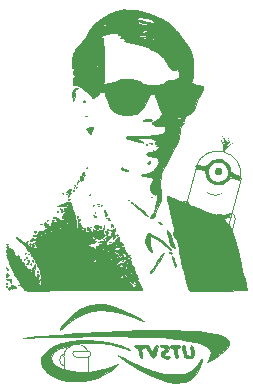
<source format=gbr>
G04 #@! TF.GenerationSoftware,KiCad,Pcbnew,7.0.2*
G04 #@! TF.CreationDate,2023-08-23T15:50:49-05:00*
G04 #@! TF.ProjectId,Controls-LightingPCB,436f6e74-726f-46c7-932d-4c6967687469,rev?*
G04 #@! TF.SameCoordinates,Original*
G04 #@! TF.FileFunction,Legend,Bot*
G04 #@! TF.FilePolarity,Positive*
%FSLAX46Y46*%
G04 Gerber Fmt 4.6, Leading zero omitted, Abs format (unit mm)*
G04 Created by KiCad (PCBNEW 7.0.2) date 2023-08-23 15:50:49*
%MOMM*%
%LPD*%
G01*
G04 APERTURE LIST*
%ADD10C,0.120000*%
%ADD11C,0.300000*%
%ADD12C,0.010000*%
G04 APERTURE END LIST*
D10*
X147629018Y-74807776D02*
X146434058Y-79267459D01*
X138478000Y-92433857D02*
X138478001Y-90909857D01*
X137462001Y-90909857D02*
X138478001Y-90909857D01*
X136446001Y-92433857D02*
X136446001Y-90909857D01*
X137462001Y-90401943D02*
G75*
G03*
X137462001Y-90909857I-1J-253957D01*
G01*
X138478001Y-90909943D02*
G75*
G03*
X138478000Y-90401857I-1J254043D01*
G01*
X136446029Y-90655933D02*
G75*
G03*
X136446000Y-91671856I188171J-507967D01*
G01*
X146480743Y-77934104D02*
X145937220Y-79962550D01*
X137462001Y-90401857D02*
X138478000Y-90401857D01*
X138477981Y-90401867D02*
G75*
G03*
X136446001Y-90909857I-952481J-508033D01*
G01*
X150924003Y-79124679D02*
G75*
G03*
X150506352Y-78873865I-232203J86479D01*
G01*
X151417648Y-75737005D02*
G75*
G03*
X147629019Y-74807776I-1936748J291605D01*
G01*
X151417616Y-75737000D02*
X150222639Y-80196677D01*
X146963705Y-78063517D02*
G75*
G03*
X146480743Y-77934104I-241505J64617D01*
G01*
X149601306Y-82876857D02*
X150142805Y-81938952D01*
X150924000Y-79124678D02*
X150328711Y-81346305D01*
D11*
X148204597Y-80464388D02*
X148115715Y-80515704D01*
X148115715Y-80515704D02*
X148167031Y-80604586D01*
X148167031Y-80604586D02*
X148255912Y-80553270D01*
X148255912Y-80553270D02*
X148204597Y-80464388D01*
X148204597Y-80464388D02*
X148167031Y-80604586D01*
D12*
X146065106Y-89901984D02*
X146222014Y-89940992D01*
X146267333Y-90020857D01*
X146249657Y-90083501D01*
X146132388Y-90147857D01*
X146110074Y-90148933D01*
X146044819Y-90189364D01*
X146029050Y-90317058D01*
X146055666Y-90571191D01*
X146059064Y-90596223D01*
X146081907Y-90842075D01*
X146060747Y-90962555D01*
X145989852Y-90994524D01*
X145952818Y-90985067D01*
X145869134Y-90857032D01*
X145809658Y-90571191D01*
X145806166Y-90545322D01*
X145759004Y-90298533D01*
X145692805Y-90179032D01*
X145587084Y-90147857D01*
X145490950Y-90124366D01*
X145420666Y-90020857D01*
X145447756Y-89954525D01*
X145577781Y-89907453D01*
X145844000Y-89893857D01*
X146065106Y-89901984D01*
G36*
X146065106Y-89901984D02*
G01*
X146222014Y-89940992D01*
X146267333Y-90020857D01*
X146249657Y-90083501D01*
X146132388Y-90147857D01*
X146110074Y-90148933D01*
X146044819Y-90189364D01*
X146029050Y-90317058D01*
X146055666Y-90571191D01*
X146059064Y-90596223D01*
X146081907Y-90842075D01*
X146060747Y-90962555D01*
X145989852Y-90994524D01*
X145952818Y-90985067D01*
X145869134Y-90857032D01*
X145809658Y-90571191D01*
X145806166Y-90545322D01*
X145759004Y-90298533D01*
X145692805Y-90179032D01*
X145587084Y-90147857D01*
X145490950Y-90124366D01*
X145420666Y-90020857D01*
X145447756Y-89954525D01*
X145577781Y-89907453D01*
X145844000Y-89893857D01*
X146065106Y-89901984D01*
G37*
X144932073Y-89898348D02*
X145119162Y-89938629D01*
X145247958Y-90016790D01*
X145321567Y-90178168D01*
X145278951Y-90378797D01*
X145102672Y-90527767D01*
X144991770Y-90593277D01*
X144912118Y-90709026D01*
X144958282Y-90794488D01*
X145126354Y-90804082D01*
X145193008Y-90795522D01*
X145351074Y-90821267D01*
X145406317Y-90901304D01*
X145325680Y-91002693D01*
X145229081Y-91053127D01*
X145057917Y-91061401D01*
X144846839Y-90947390D01*
X144800231Y-90911229D01*
X144673657Y-90722347D01*
X144698391Y-90533176D01*
X144872526Y-90385453D01*
X144926099Y-90358104D01*
X145044729Y-90242284D01*
X145010081Y-90145839D01*
X144828000Y-90105524D01*
X144698029Y-90082476D01*
X144595588Y-89999691D01*
X144616865Y-89937553D01*
X144745153Y-89897478D01*
X144932073Y-89898348D01*
G36*
X144932073Y-89898348D02*
G01*
X145119162Y-89938629D01*
X145247958Y-90016790D01*
X145321567Y-90178168D01*
X145278951Y-90378797D01*
X145102672Y-90527767D01*
X144991770Y-90593277D01*
X144912118Y-90709026D01*
X144958282Y-90794488D01*
X145126354Y-90804082D01*
X145193008Y-90795522D01*
X145351074Y-90821267D01*
X145406317Y-90901304D01*
X145325680Y-91002693D01*
X145229081Y-91053127D01*
X145057917Y-91061401D01*
X144846839Y-90947390D01*
X144800231Y-90911229D01*
X144673657Y-90722347D01*
X144698391Y-90533176D01*
X144872526Y-90385453D01*
X144926099Y-90358104D01*
X145044729Y-90242284D01*
X145010081Y-90145839D01*
X144828000Y-90105524D01*
X144698029Y-90082476D01*
X144595588Y-89999691D01*
X144616865Y-89937553D01*
X144745153Y-89897478D01*
X144932073Y-89898348D01*
G37*
X147343665Y-89950780D02*
X147421081Y-90126639D01*
X147458653Y-90370668D01*
X147453599Y-90630669D01*
X147403141Y-90854442D01*
X147304500Y-90989789D01*
X147101669Y-91037534D01*
X146852991Y-91008858D01*
X146662918Y-90914218D01*
X146653093Y-90902533D01*
X146586892Y-90753980D01*
X146517594Y-90516328D01*
X146462444Y-90256651D01*
X146438686Y-90042024D01*
X146455383Y-89963172D01*
X146551759Y-89893857D01*
X146588235Y-89907547D01*
X146672605Y-90052012D01*
X146742259Y-90338357D01*
X146759202Y-90433470D01*
X146816779Y-90657619D01*
X146895007Y-90769140D01*
X147019260Y-90811366D01*
X147131317Y-90818272D01*
X147187735Y-90772305D01*
X147199826Y-90634646D01*
X147181627Y-90366866D01*
X147169290Y-90139950D01*
X147186474Y-89951966D01*
X147246142Y-89893857D01*
X147343665Y-89950780D01*
G36*
X147343665Y-89950780D02*
G01*
X147421081Y-90126639D01*
X147458653Y-90370668D01*
X147453599Y-90630669D01*
X147403141Y-90854442D01*
X147304500Y-90989789D01*
X147101669Y-91037534D01*
X146852991Y-91008858D01*
X146662918Y-90914218D01*
X146653093Y-90902533D01*
X146586892Y-90753980D01*
X146517594Y-90516328D01*
X146462444Y-90256651D01*
X146438686Y-90042024D01*
X146455383Y-89963172D01*
X146551759Y-89893857D01*
X146588235Y-89907547D01*
X146672605Y-90052012D01*
X146742259Y-90338357D01*
X146759202Y-90433470D01*
X146816779Y-90657619D01*
X146895007Y-90769140D01*
X147019260Y-90811366D01*
X147131317Y-90818272D01*
X147187735Y-90772305D01*
X147199826Y-90634646D01*
X147181627Y-90366866D01*
X147169290Y-90139950D01*
X147186474Y-89951966D01*
X147246142Y-89893857D01*
X147343665Y-89950780D01*
G37*
X139906445Y-86456617D02*
X140526342Y-86587046D01*
X141212536Y-86828460D01*
X141991666Y-87185315D01*
X142323038Y-87352987D01*
X142724110Y-87564681D01*
X143012254Y-87727942D01*
X143181317Y-87837699D01*
X143225145Y-87888880D01*
X143137585Y-87876414D01*
X142912483Y-87795230D01*
X142543686Y-87640257D01*
X142277103Y-87527133D01*
X141319537Y-87186165D01*
X140438873Y-86986914D01*
X139620691Y-86930664D01*
X138850574Y-87018695D01*
X138114105Y-87252290D01*
X137396867Y-87632730D01*
X136684441Y-88161299D01*
X136598831Y-88233336D01*
X136365084Y-88427896D01*
X136196702Y-88564844D01*
X136125521Y-88618159D01*
X136116740Y-88617227D01*
X136141457Y-88541710D01*
X136249188Y-88373082D01*
X136419568Y-88141178D01*
X136632230Y-87875832D01*
X136671655Y-87829198D01*
X137220490Y-87287132D01*
X137824758Y-86867339D01*
X138451332Y-86593175D01*
X138758978Y-86510896D01*
X139326203Y-86432720D01*
X139906445Y-86456617D01*
G36*
X139906445Y-86456617D02*
G01*
X140526342Y-86587046D01*
X141212536Y-86828460D01*
X141991666Y-87185315D01*
X142323038Y-87352987D01*
X142724110Y-87564681D01*
X143012254Y-87727942D01*
X143181317Y-87837699D01*
X143225145Y-87888880D01*
X143137585Y-87876414D01*
X142912483Y-87795230D01*
X142543686Y-87640257D01*
X142277103Y-87527133D01*
X141319537Y-87186165D01*
X140438873Y-86986914D01*
X139620691Y-86930664D01*
X138850574Y-87018695D01*
X138114105Y-87252290D01*
X137396867Y-87632730D01*
X136684441Y-88161299D01*
X136598831Y-88233336D01*
X136365084Y-88427896D01*
X136196702Y-88564844D01*
X136125521Y-88618159D01*
X136116740Y-88617227D01*
X136141457Y-88541710D01*
X136249188Y-88373082D01*
X136419568Y-88141178D01*
X136632230Y-87875832D01*
X136671655Y-87829198D01*
X137220490Y-87287132D01*
X137824758Y-86867339D01*
X138451332Y-86593175D01*
X138758978Y-86510896D01*
X139326203Y-86432720D01*
X139906445Y-86456617D01*
G37*
X143786833Y-90253691D02*
X143802103Y-90284456D01*
X143905520Y-90467771D01*
X143976903Y-90507893D01*
X144036079Y-90396855D01*
X144102875Y-90126691D01*
X144172358Y-89966800D01*
X144279280Y-89893857D01*
X144307594Y-89894911D01*
X144377933Y-89925306D01*
X144395640Y-90021359D01*
X144360341Y-90214708D01*
X144271659Y-90536993D01*
X144212572Y-90713153D01*
X144112170Y-90917772D01*
X144022624Y-90994524D01*
X144020620Y-90994450D01*
X143923732Y-90920617D01*
X143783682Y-90734663D01*
X143630070Y-90475708D01*
X143615098Y-90447841D01*
X143477855Y-90214133D01*
X143372831Y-90072384D01*
X143321716Y-90052374D01*
X143281642Y-90102672D01*
X143135537Y-90147857D01*
X143042456Y-90171599D01*
X143010225Y-90296024D01*
X143021327Y-90353050D01*
X143078963Y-90678830D01*
X143097041Y-90874275D01*
X143075787Y-90969477D01*
X143015425Y-90994524D01*
X143014568Y-90994520D01*
X142902927Y-90915149D01*
X142826487Y-90701444D01*
X142797156Y-90386579D01*
X142755636Y-90204673D01*
X142612132Y-90132579D01*
X142496111Y-90095704D01*
X142393409Y-89999691D01*
X142391025Y-89978830D01*
X142455456Y-89929081D01*
X142646000Y-89902028D01*
X142983931Y-89893857D01*
X143609306Y-89893857D01*
X143786833Y-90253691D01*
G36*
X143786833Y-90253691D02*
G01*
X143802103Y-90284456D01*
X143905520Y-90467771D01*
X143976903Y-90507893D01*
X144036079Y-90396855D01*
X144102875Y-90126691D01*
X144172358Y-89966800D01*
X144279280Y-89893857D01*
X144307594Y-89894911D01*
X144377933Y-89925306D01*
X144395640Y-90021359D01*
X144360341Y-90214708D01*
X144271659Y-90536993D01*
X144212572Y-90713153D01*
X144112170Y-90917772D01*
X144022624Y-90994524D01*
X144020620Y-90994450D01*
X143923732Y-90920617D01*
X143783682Y-90734663D01*
X143630070Y-90475708D01*
X143615098Y-90447841D01*
X143477855Y-90214133D01*
X143372831Y-90072384D01*
X143321716Y-90052374D01*
X143281642Y-90102672D01*
X143135537Y-90147857D01*
X143042456Y-90171599D01*
X143010225Y-90296024D01*
X143021327Y-90353050D01*
X143078963Y-90678830D01*
X143097041Y-90874275D01*
X143075787Y-90969477D01*
X143015425Y-90994524D01*
X143014568Y-90994520D01*
X142902927Y-90915149D01*
X142826487Y-90701444D01*
X142797156Y-90386579D01*
X142755636Y-90204673D01*
X142612132Y-90132579D01*
X142496111Y-90095704D01*
X142393409Y-89999691D01*
X142391025Y-89978830D01*
X142455456Y-89929081D01*
X142646000Y-89902028D01*
X142983931Y-89893857D01*
X143609306Y-89893857D01*
X143786833Y-90253691D01*
G37*
X141029636Y-90788821D02*
X141153073Y-90840097D01*
X141389966Y-90950885D01*
X141713660Y-91108528D01*
X142097500Y-91300369D01*
X142115137Y-91309265D01*
X142595207Y-91540368D01*
X143106265Y-91768798D01*
X143588308Y-91968641D01*
X143981333Y-92113982D01*
X144302442Y-92216812D01*
X144630941Y-92303518D01*
X144941723Y-92354371D01*
X145297087Y-92378927D01*
X145759333Y-92386744D01*
X146146704Y-92385726D01*
X146476995Y-92373233D01*
X146713985Y-92343275D01*
X146898575Y-92290305D01*
X147071666Y-92208778D01*
X147207612Y-92128787D01*
X147656360Y-91754699D01*
X147989551Y-91290857D01*
X148001121Y-91269131D01*
X148091950Y-91126275D01*
X148132801Y-91115931D01*
X148128075Y-91212830D01*
X148082173Y-91391702D01*
X147999497Y-91627277D01*
X147884449Y-91894286D01*
X147598541Y-92366062D01*
X147197131Y-92758134D01*
X146713657Y-93004326D01*
X146468193Y-93062196D01*
X145933988Y-93083281D01*
X145311050Y-92999001D01*
X144623034Y-92814895D01*
X143893592Y-92536497D01*
X143146379Y-92169346D01*
X142909235Y-92034343D01*
X142581401Y-91837652D01*
X142224474Y-91615805D01*
X141867442Y-91387617D01*
X141539292Y-91171905D01*
X141269010Y-90987484D01*
X141085583Y-90853170D01*
X141018000Y-90787780D01*
X141029636Y-90788821D01*
G36*
X141029636Y-90788821D02*
G01*
X141153073Y-90840097D01*
X141389966Y-90950885D01*
X141713660Y-91108528D01*
X142097500Y-91300369D01*
X142115137Y-91309265D01*
X142595207Y-91540368D01*
X143106265Y-91768798D01*
X143588308Y-91968641D01*
X143981333Y-92113982D01*
X144302442Y-92216812D01*
X144630941Y-92303518D01*
X144941723Y-92354371D01*
X145297087Y-92378927D01*
X145759333Y-92386744D01*
X146146704Y-92385726D01*
X146476995Y-92373233D01*
X146713985Y-92343275D01*
X146898575Y-92290305D01*
X147071666Y-92208778D01*
X147207612Y-92128787D01*
X147656360Y-91754699D01*
X147989551Y-91290857D01*
X148001121Y-91269131D01*
X148091950Y-91126275D01*
X148132801Y-91115931D01*
X148128075Y-91212830D01*
X148082173Y-91391702D01*
X147999497Y-91627277D01*
X147884449Y-91894286D01*
X147598541Y-92366062D01*
X147197131Y-92758134D01*
X146713657Y-93004326D01*
X146468193Y-93062196D01*
X145933988Y-93083281D01*
X145311050Y-92999001D01*
X144623034Y-92814895D01*
X143893592Y-92536497D01*
X143146379Y-92169346D01*
X142909235Y-92034343D01*
X142581401Y-91837652D01*
X142224474Y-91615805D01*
X141867442Y-91387617D01*
X141539292Y-91171905D01*
X141269010Y-90987484D01*
X141085583Y-90853170D01*
X141018000Y-90787780D01*
X141029636Y-90788821D01*
G37*
X145793382Y-88636247D02*
X146940000Y-88676984D01*
X147928353Y-88749193D01*
X148757266Y-88852791D01*
X149425565Y-88987696D01*
X149932074Y-89153825D01*
X150275618Y-89351097D01*
X150455021Y-89579427D01*
X150469108Y-89838735D01*
X150450441Y-89892500D01*
X150295715Y-90123789D01*
X150023208Y-90399039D01*
X149659374Y-90693795D01*
X149230666Y-90983602D01*
X148903295Y-91180854D01*
X148698724Y-91288860D01*
X148608275Y-91307491D01*
X148618737Y-91239411D01*
X148716901Y-91087287D01*
X148721500Y-91080744D01*
X148842075Y-90836681D01*
X148892000Y-90594046D01*
X148881533Y-90485650D01*
X148771114Y-90249175D01*
X148534513Y-90038518D01*
X148164594Y-89851140D01*
X147654220Y-89684501D01*
X146996254Y-89536061D01*
X146183560Y-89403282D01*
X145209000Y-89283624D01*
X144894511Y-89258980D01*
X144415310Y-89236016D01*
X143805599Y-89216408D01*
X143085340Y-89200261D01*
X142274493Y-89187685D01*
X141393022Y-89178784D01*
X140460887Y-89173668D01*
X139498050Y-89172442D01*
X138524473Y-89175214D01*
X137560118Y-89182091D01*
X136624947Y-89193181D01*
X135738920Y-89208589D01*
X134922000Y-89228424D01*
X133017000Y-89282658D01*
X134287000Y-89169315D01*
X134325607Y-89165887D01*
X134826222Y-89123512D01*
X135440667Y-89074410D01*
X136118444Y-89022459D01*
X136809054Y-88971537D01*
X137462000Y-88925520D01*
X137727471Y-88907530D01*
X139647779Y-88789670D01*
X141415699Y-88703694D01*
X143030057Y-88649519D01*
X144489677Y-88627065D01*
X145793382Y-88636247D01*
G36*
X145793382Y-88636247D02*
G01*
X146940000Y-88676984D01*
X147928353Y-88749193D01*
X148757266Y-88852791D01*
X149425565Y-88987696D01*
X149932074Y-89153825D01*
X150275618Y-89351097D01*
X150455021Y-89579427D01*
X150469108Y-89838735D01*
X150450441Y-89892500D01*
X150295715Y-90123789D01*
X150023208Y-90399039D01*
X149659374Y-90693795D01*
X149230666Y-90983602D01*
X148903295Y-91180854D01*
X148698724Y-91288860D01*
X148608275Y-91307491D01*
X148618737Y-91239411D01*
X148716901Y-91087287D01*
X148721500Y-91080744D01*
X148842075Y-90836681D01*
X148892000Y-90594046D01*
X148881533Y-90485650D01*
X148771114Y-90249175D01*
X148534513Y-90038518D01*
X148164594Y-89851140D01*
X147654220Y-89684501D01*
X146996254Y-89536061D01*
X146183560Y-89403282D01*
X145209000Y-89283624D01*
X144894511Y-89258980D01*
X144415310Y-89236016D01*
X143805599Y-89216408D01*
X143085340Y-89200261D01*
X142274493Y-89187685D01*
X141393022Y-89178784D01*
X140460887Y-89173668D01*
X139498050Y-89172442D01*
X138524473Y-89175214D01*
X137560118Y-89182091D01*
X136624947Y-89193181D01*
X135738920Y-89208589D01*
X134922000Y-89228424D01*
X133017000Y-89282658D01*
X134287000Y-89169315D01*
X134325607Y-89165887D01*
X134826222Y-89123512D01*
X135440667Y-89074410D01*
X136118444Y-89022459D01*
X136809054Y-88971537D01*
X137462000Y-88925520D01*
X137727471Y-88907530D01*
X139647779Y-88789670D01*
X141415699Y-88703694D01*
X143030057Y-88649519D01*
X144489677Y-88627065D01*
X145793382Y-88636247D01*
G37*
X139421703Y-89519324D02*
X140167343Y-89634891D01*
X140432572Y-89697335D01*
X140809106Y-89800733D01*
X141183248Y-89916968D01*
X141522765Y-90034701D01*
X141795425Y-90142594D01*
X141968995Y-90229307D01*
X142011242Y-90283504D01*
X141979026Y-90282239D01*
X141816869Y-90243770D01*
X141551390Y-90167810D01*
X141219111Y-90064458D01*
X140378134Y-89851310D01*
X139445306Y-89724444D01*
X138503602Y-89696600D01*
X137600797Y-89769086D01*
X136784666Y-89943207D01*
X136518169Y-90029583D01*
X135998185Y-90253667D01*
X135628973Y-90501017D01*
X135413314Y-90763574D01*
X135353991Y-91033282D01*
X135453786Y-91302082D01*
X135715482Y-91561916D01*
X136141861Y-91804727D01*
X136398368Y-91906766D01*
X137071458Y-92076020D01*
X137825634Y-92155316D01*
X138618552Y-92146436D01*
X139407870Y-92051160D01*
X140151245Y-91871269D01*
X140806333Y-91608543D01*
X141060333Y-91479358D01*
X140891000Y-91673215D01*
X140729862Y-91826427D01*
X140414836Y-92062151D01*
X140031258Y-92305442D01*
X139629756Y-92524765D01*
X139260958Y-92688583D01*
X138988886Y-92774007D01*
X138582741Y-92869476D01*
X138190278Y-92933434D01*
X137435469Y-92971162D01*
X136695566Y-92910375D01*
X136019672Y-92755602D01*
X135437294Y-92513657D01*
X134977941Y-92191358D01*
X134899643Y-92115060D01*
X134622103Y-91741417D01*
X134508056Y-91365643D01*
X134553048Y-90996368D01*
X134752625Y-90642221D01*
X135102334Y-90311832D01*
X135597721Y-90013830D01*
X136234333Y-89756846D01*
X136369679Y-89714996D01*
X137040905Y-89570556D01*
X137807384Y-89488741D01*
X138618017Y-89471136D01*
X139421703Y-89519324D01*
G36*
X139421703Y-89519324D02*
G01*
X140167343Y-89634891D01*
X140432572Y-89697335D01*
X140809106Y-89800733D01*
X141183248Y-89916968D01*
X141522765Y-90034701D01*
X141795425Y-90142594D01*
X141968995Y-90229307D01*
X142011242Y-90283504D01*
X141979026Y-90282239D01*
X141816869Y-90243770D01*
X141551390Y-90167810D01*
X141219111Y-90064458D01*
X140378134Y-89851310D01*
X139445306Y-89724444D01*
X138503602Y-89696600D01*
X137600797Y-89769086D01*
X136784666Y-89943207D01*
X136518169Y-90029583D01*
X135998185Y-90253667D01*
X135628973Y-90501017D01*
X135413314Y-90763574D01*
X135353991Y-91033282D01*
X135453786Y-91302082D01*
X135715482Y-91561916D01*
X136141861Y-91804727D01*
X136398368Y-91906766D01*
X137071458Y-92076020D01*
X137825634Y-92155316D01*
X138618552Y-92146436D01*
X139407870Y-92051160D01*
X140151245Y-91871269D01*
X140806333Y-91608543D01*
X141060333Y-91479358D01*
X140891000Y-91673215D01*
X140729862Y-91826427D01*
X140414836Y-92062151D01*
X140031258Y-92305442D01*
X139629756Y-92524765D01*
X139260958Y-92688583D01*
X138988886Y-92774007D01*
X138582741Y-92869476D01*
X138190278Y-92933434D01*
X137435469Y-92971162D01*
X136695566Y-92910375D01*
X136019672Y-92755602D01*
X135437294Y-92513657D01*
X134977941Y-92191358D01*
X134899643Y-92115060D01*
X134622103Y-91741417D01*
X134508056Y-91365643D01*
X134553048Y-90996368D01*
X134752625Y-90642221D01*
X135102334Y-90311832D01*
X135597721Y-90013830D01*
X136234333Y-89756846D01*
X136369679Y-89714996D01*
X137040905Y-89570556D01*
X137807384Y-89488741D01*
X138618017Y-89471136D01*
X139421703Y-89519324D01*
G37*
X142103260Y-82519021D02*
X142071510Y-82550771D01*
X142039760Y-82519021D01*
X142071510Y-82487271D01*
X142103260Y-82519021D01*
G36*
X142103260Y-82519021D02*
G01*
X142071510Y-82550771D01*
X142039760Y-82519021D01*
X142071510Y-82487271D01*
X142103260Y-82519021D01*
G37*
X141976260Y-77629521D02*
X141944510Y-77661271D01*
X141912760Y-77629521D01*
X141944510Y-77597771D01*
X141976260Y-77629521D01*
G36*
X141976260Y-77629521D02*
G01*
X141944510Y-77661271D01*
X141912760Y-77629521D01*
X141944510Y-77597771D01*
X141976260Y-77629521D01*
G37*
X141468260Y-82773021D02*
X141436510Y-82804771D01*
X141404760Y-82773021D01*
X141436510Y-82741271D01*
X141468260Y-82773021D01*
G36*
X141468260Y-82773021D02*
G01*
X141436510Y-82804771D01*
X141404760Y-82773021D01*
X141436510Y-82741271D01*
X141468260Y-82773021D01*
G37*
X140706260Y-81185521D02*
X140674510Y-81217271D01*
X140642760Y-81185521D01*
X140674510Y-81153771D01*
X140706260Y-81185521D01*
G36*
X140706260Y-81185521D02*
G01*
X140674510Y-81217271D01*
X140642760Y-81185521D01*
X140674510Y-81153771D01*
X140706260Y-81185521D01*
G37*
X140071260Y-79153521D02*
X140039510Y-79185271D01*
X140007760Y-79153521D01*
X140039510Y-79121771D01*
X140071260Y-79153521D01*
G36*
X140071260Y-79153521D02*
G01*
X140039510Y-79185271D01*
X140007760Y-79153521D01*
X140039510Y-79121771D01*
X140071260Y-79153521D01*
G37*
X139880760Y-79788521D02*
X139849010Y-79820271D01*
X139817260Y-79788521D01*
X139849010Y-79756771D01*
X139880760Y-79788521D01*
G36*
X139880760Y-79788521D02*
G01*
X139849010Y-79820271D01*
X139817260Y-79788521D01*
X139849010Y-79756771D01*
X139880760Y-79788521D01*
G37*
X139436260Y-78137521D02*
X139404510Y-78169271D01*
X139372760Y-78137521D01*
X139404510Y-78105771D01*
X139436260Y-78137521D01*
G36*
X139436260Y-78137521D02*
G01*
X139404510Y-78169271D01*
X139372760Y-78137521D01*
X139404510Y-78105771D01*
X139436260Y-78137521D01*
G37*
X139118760Y-78709021D02*
X139087010Y-78740771D01*
X139055260Y-78709021D01*
X139087010Y-78677271D01*
X139118760Y-78709021D01*
G36*
X139118760Y-78709021D02*
G01*
X139087010Y-78740771D01*
X139055260Y-78709021D01*
X139087010Y-78677271D01*
X139118760Y-78709021D01*
G37*
X138991760Y-78899521D02*
X138960010Y-78931271D01*
X138928260Y-78899521D01*
X138960010Y-78867771D01*
X138991760Y-78899521D01*
G36*
X138991760Y-78899521D02*
G01*
X138960010Y-78931271D01*
X138928260Y-78899521D01*
X138960010Y-78867771D01*
X138991760Y-78899521D01*
G37*
X138991760Y-78074021D02*
X138960010Y-78105771D01*
X138928260Y-78074021D01*
X138960010Y-78042271D01*
X138991760Y-78074021D01*
G36*
X138991760Y-78074021D02*
G01*
X138960010Y-78105771D01*
X138928260Y-78074021D01*
X138960010Y-78042271D01*
X138991760Y-78074021D01*
G37*
X138737760Y-79915521D02*
X138706010Y-79947271D01*
X138674260Y-79915521D01*
X138706010Y-79883771D01*
X138737760Y-79915521D01*
G36*
X138737760Y-79915521D02*
G01*
X138706010Y-79947271D01*
X138674260Y-79915521D01*
X138706010Y-79883771D01*
X138737760Y-79915521D01*
G37*
X138674260Y-77185021D02*
X138642510Y-77216771D01*
X138610760Y-77185021D01*
X138642510Y-77153271D01*
X138674260Y-77185021D01*
G36*
X138674260Y-77185021D02*
G01*
X138642510Y-77216771D01*
X138610760Y-77185021D01*
X138642510Y-77153271D01*
X138674260Y-77185021D01*
G37*
X138420260Y-74899021D02*
X138388510Y-74930771D01*
X138356760Y-74899021D01*
X138388510Y-74867271D01*
X138420260Y-74899021D01*
G36*
X138420260Y-74899021D02*
G01*
X138388510Y-74930771D01*
X138356760Y-74899021D01*
X138388510Y-74867271D01*
X138420260Y-74899021D01*
G37*
X138229760Y-75534021D02*
X138198010Y-75565771D01*
X138166260Y-75534021D01*
X138198010Y-75502271D01*
X138229760Y-75534021D01*
G36*
X138229760Y-75534021D02*
G01*
X138198010Y-75565771D01*
X138166260Y-75534021D01*
X138198010Y-75502271D01*
X138229760Y-75534021D01*
G37*
X137848760Y-79598021D02*
X137817010Y-79629771D01*
X137785260Y-79598021D01*
X137817010Y-79566271D01*
X137848760Y-79598021D01*
G36*
X137848760Y-79598021D02*
G01*
X137817010Y-79629771D01*
X137785260Y-79598021D01*
X137817010Y-79566271D01*
X137848760Y-79598021D01*
G37*
X137531260Y-76550021D02*
X137499510Y-76581771D01*
X137467760Y-76550021D01*
X137499510Y-76518271D01*
X137531260Y-76550021D01*
G36*
X137531260Y-76550021D02*
G01*
X137499510Y-76581771D01*
X137467760Y-76550021D01*
X137499510Y-76518271D01*
X137531260Y-76550021D01*
G37*
X136388260Y-77058021D02*
X136356510Y-77089771D01*
X136324760Y-77058021D01*
X136356510Y-77026271D01*
X136388260Y-77058021D01*
G36*
X136388260Y-77058021D02*
G01*
X136356510Y-77089771D01*
X136324760Y-77058021D01*
X136356510Y-77026271D01*
X136388260Y-77058021D01*
G37*
X136261260Y-78645521D02*
X136229510Y-78677271D01*
X136197760Y-78645521D01*
X136229510Y-78613771D01*
X136261260Y-78645521D01*
G36*
X136261260Y-78645521D02*
G01*
X136229510Y-78677271D01*
X136197760Y-78645521D01*
X136229510Y-78613771D01*
X136261260Y-78645521D01*
G37*
X133403760Y-81122021D02*
X133372010Y-81153771D01*
X133340260Y-81122021D01*
X133372010Y-81090271D01*
X133403760Y-81122021D01*
G36*
X133403760Y-81122021D02*
G01*
X133372010Y-81153771D01*
X133340260Y-81122021D01*
X133372010Y-81090271D01*
X133403760Y-81122021D01*
G37*
X133213260Y-82138021D02*
X133181510Y-82169771D01*
X133149760Y-82138021D01*
X133181510Y-82106271D01*
X133213260Y-82138021D01*
G36*
X133213260Y-82138021D02*
G01*
X133181510Y-82169771D01*
X133149760Y-82138021D01*
X133181510Y-82106271D01*
X133213260Y-82138021D01*
G37*
X143923594Y-77364937D02*
X143933528Y-77384037D01*
X143881260Y-77407271D01*
X143847644Y-77402688D01*
X143838927Y-77364937D01*
X143848234Y-77357337D01*
X143923594Y-77364937D01*
G36*
X143923594Y-77364937D02*
G01*
X143933528Y-77384037D01*
X143881260Y-77407271D01*
X143847644Y-77402688D01*
X143838927Y-77364937D01*
X143848234Y-77357337D01*
X143923594Y-77364937D01*
G37*
X143542594Y-62759937D02*
X143552528Y-62779037D01*
X143500260Y-62802271D01*
X143466644Y-62797688D01*
X143457927Y-62759937D01*
X143467234Y-62752337D01*
X143542594Y-62759937D01*
G36*
X143542594Y-62759937D02*
G01*
X143552528Y-62779037D01*
X143500260Y-62802271D01*
X143466644Y-62797688D01*
X143457927Y-62759937D01*
X143467234Y-62752337D01*
X143542594Y-62759937D01*
G37*
X143479094Y-72919937D02*
X143489028Y-72939037D01*
X143436760Y-72962271D01*
X143403144Y-72957688D01*
X143394427Y-72919937D01*
X143403734Y-72912337D01*
X143479094Y-72919937D01*
G36*
X143479094Y-72919937D02*
G01*
X143489028Y-72939037D01*
X143436760Y-72962271D01*
X143403144Y-72957688D01*
X143394427Y-72919937D01*
X143403734Y-72912337D01*
X143479094Y-72919937D01*
G37*
X142463094Y-84730937D02*
X142473028Y-84750037D01*
X142420760Y-84773271D01*
X142387144Y-84768688D01*
X142378427Y-84730937D01*
X142387734Y-84723337D01*
X142463094Y-84730937D01*
G36*
X142463094Y-84730937D02*
G01*
X142473028Y-84750037D01*
X142420760Y-84773271D01*
X142387144Y-84768688D01*
X142378427Y-84730937D01*
X142387734Y-84723337D01*
X142463094Y-84730937D01*
G37*
X140452260Y-79883771D02*
X140447678Y-79917387D01*
X140409927Y-79926104D01*
X140402327Y-79916797D01*
X140409927Y-79841437D01*
X140429027Y-79831503D01*
X140452260Y-79883771D01*
G36*
X140452260Y-79883771D02*
G01*
X140447678Y-79917387D01*
X140409927Y-79926104D01*
X140402327Y-79916797D01*
X140409927Y-79841437D01*
X140429027Y-79831503D01*
X140452260Y-79883771D01*
G37*
X140400667Y-81173893D02*
X140430059Y-81196749D01*
X140362302Y-81212257D01*
X140297897Y-81207767D01*
X140278958Y-81178906D01*
X140301424Y-81166323D01*
X140400667Y-81173893D01*
G36*
X140400667Y-81173893D02*
G01*
X140430059Y-81196749D01*
X140362302Y-81212257D01*
X140297897Y-81207767D01*
X140278958Y-81178906D01*
X140301424Y-81166323D01*
X140400667Y-81173893D01*
G37*
X140113594Y-80539937D02*
X140123528Y-80559037D01*
X140071260Y-80582271D01*
X140037644Y-80577688D01*
X140028927Y-80539937D01*
X140038234Y-80532337D01*
X140113594Y-80539937D01*
G36*
X140113594Y-80539937D02*
G01*
X140123528Y-80559037D01*
X140071260Y-80582271D01*
X140037644Y-80577688D01*
X140028927Y-80539937D01*
X140038234Y-80532337D01*
X140113594Y-80539937D01*
G37*
X139923094Y-78507937D02*
X139933028Y-78527037D01*
X139880760Y-78550271D01*
X139847144Y-78545688D01*
X139838427Y-78507937D01*
X139847734Y-78500337D01*
X139923094Y-78507937D01*
G36*
X139923094Y-78507937D02*
G01*
X139933028Y-78527037D01*
X139880760Y-78550271D01*
X139847144Y-78545688D01*
X139838427Y-78507937D01*
X139847734Y-78500337D01*
X139923094Y-78507937D01*
G37*
X139669094Y-78063437D02*
X139679028Y-78082537D01*
X139626760Y-78105771D01*
X139593144Y-78101188D01*
X139584427Y-78063437D01*
X139593734Y-78055837D01*
X139669094Y-78063437D01*
G36*
X139669094Y-78063437D02*
G01*
X139679028Y-78082537D01*
X139626760Y-78105771D01*
X139593144Y-78101188D01*
X139584427Y-78063437D01*
X139593734Y-78055837D01*
X139669094Y-78063437D01*
G37*
X139388635Y-77936716D02*
X139399407Y-77958765D01*
X139309260Y-77968744D01*
X139221908Y-77959893D01*
X139229885Y-77936716D01*
X139258629Y-77928329D01*
X139388635Y-77936716D01*
G36*
X139388635Y-77936716D02*
G01*
X139399407Y-77958765D01*
X139309260Y-77968744D01*
X139221908Y-77959893D01*
X139229885Y-77936716D01*
X139258629Y-77928329D01*
X139388635Y-77936716D01*
G37*
X138368667Y-70505893D02*
X138398059Y-70528749D01*
X138330302Y-70544257D01*
X138265897Y-70539767D01*
X138246958Y-70510906D01*
X138269424Y-70498323D01*
X138368667Y-70505893D01*
G36*
X138368667Y-70505893D02*
G01*
X138398059Y-70528749D01*
X138330302Y-70544257D01*
X138265897Y-70539767D01*
X138246958Y-70510906D01*
X138269424Y-70498323D01*
X138368667Y-70505893D01*
G37*
X137340760Y-76581771D02*
X137336178Y-76615387D01*
X137298427Y-76624104D01*
X137290827Y-76614797D01*
X137298427Y-76539437D01*
X137317527Y-76529503D01*
X137340760Y-76581771D01*
G36*
X137340760Y-76581771D02*
G01*
X137336178Y-76615387D01*
X137298427Y-76624104D01*
X137290827Y-76614797D01*
X137298427Y-76539437D01*
X137317527Y-76529503D01*
X137340760Y-76581771D01*
G37*
X137319594Y-76793437D02*
X137329528Y-76812537D01*
X137277260Y-76835771D01*
X137243644Y-76831188D01*
X137234927Y-76793437D01*
X137244234Y-76785837D01*
X137319594Y-76793437D01*
G36*
X137319594Y-76793437D02*
G01*
X137329528Y-76812537D01*
X137277260Y-76835771D01*
X137243644Y-76831188D01*
X137234927Y-76793437D01*
X137244234Y-76785837D01*
X137319594Y-76793437D01*
G37*
X136748094Y-77110937D02*
X136758028Y-77130037D01*
X136705760Y-77153271D01*
X136672144Y-77148688D01*
X136663427Y-77110937D01*
X136672734Y-77103337D01*
X136748094Y-77110937D01*
G36*
X136748094Y-77110937D02*
G01*
X136758028Y-77130037D01*
X136705760Y-77153271D01*
X136672144Y-77148688D01*
X136663427Y-77110937D01*
X136672734Y-77103337D01*
X136748094Y-77110937D01*
G37*
X135574667Y-79332393D02*
X135604059Y-79355249D01*
X135536302Y-79370757D01*
X135471897Y-79366267D01*
X135452958Y-79337406D01*
X135475424Y-79324823D01*
X135574667Y-79332393D01*
G36*
X135574667Y-79332393D02*
G01*
X135604059Y-79355249D01*
X135536302Y-79370757D01*
X135471897Y-79366267D01*
X135452958Y-79337406D01*
X135475424Y-79324823D01*
X135574667Y-79332393D01*
G37*
X135097094Y-79333437D02*
X135107028Y-79352537D01*
X135054760Y-79375771D01*
X135021144Y-79371188D01*
X135012427Y-79333437D01*
X135021734Y-79325837D01*
X135097094Y-79333437D01*
G36*
X135097094Y-79333437D02*
G01*
X135107028Y-79352537D01*
X135054760Y-79375771D01*
X135021144Y-79371188D01*
X135012427Y-79333437D01*
X135021734Y-79325837D01*
X135097094Y-79333437D01*
G37*
X134558667Y-79649893D02*
X134588059Y-79672749D01*
X134520302Y-79688257D01*
X134455897Y-79683767D01*
X134436958Y-79654906D01*
X134459424Y-79642323D01*
X134558667Y-79649893D01*
G36*
X134558667Y-79649893D02*
G01*
X134588059Y-79672749D01*
X134520302Y-79688257D01*
X134455897Y-79683767D01*
X134436958Y-79654906D01*
X134459424Y-79642323D01*
X134558667Y-79649893D01*
G37*
X133509594Y-82190937D02*
X133519528Y-82210037D01*
X133467260Y-82233271D01*
X133433644Y-82228688D01*
X133424927Y-82190937D01*
X133434234Y-82183337D01*
X133509594Y-82190937D01*
G36*
X133509594Y-82190937D02*
G01*
X133519528Y-82210037D01*
X133467260Y-82233271D01*
X133433644Y-82228688D01*
X133424927Y-82190937D01*
X133434234Y-82183337D01*
X133509594Y-82190937D01*
G37*
X133128594Y-82635437D02*
X133138528Y-82654537D01*
X133086260Y-82677771D01*
X133052644Y-82673188D01*
X133043927Y-82635437D01*
X133053234Y-82627837D01*
X133128594Y-82635437D01*
G36*
X133128594Y-82635437D02*
G01*
X133138528Y-82654537D01*
X133086260Y-82677771D01*
X133052644Y-82673188D01*
X133043927Y-82635437D01*
X133053234Y-82627837D01*
X133128594Y-82635437D01*
G37*
X131625760Y-84963771D02*
X131621178Y-84997387D01*
X131583427Y-85006104D01*
X131575827Y-84996797D01*
X131583427Y-84921437D01*
X131602527Y-84911503D01*
X131625760Y-84963771D01*
G36*
X131625760Y-84963771D02*
G01*
X131621178Y-84997387D01*
X131583427Y-85006104D01*
X131575827Y-84996797D01*
X131583427Y-84921437D01*
X131602527Y-84911503D01*
X131625760Y-84963771D01*
G37*
X131625760Y-84709771D02*
X131621178Y-84743387D01*
X131583427Y-84752104D01*
X131575827Y-84742797D01*
X131583427Y-84667437D01*
X131602527Y-84657503D01*
X131625760Y-84709771D01*
G36*
X131625760Y-84709771D02*
G01*
X131621178Y-84743387D01*
X131583427Y-84752104D01*
X131575827Y-84742797D01*
X131583427Y-84667437D01*
X131602527Y-84657503D01*
X131625760Y-84709771D01*
G37*
X131701167Y-81364393D02*
X131730559Y-81387249D01*
X131662802Y-81402757D01*
X131598397Y-81398267D01*
X131579458Y-81369406D01*
X131601924Y-81356823D01*
X131701167Y-81364393D01*
G36*
X131701167Y-81364393D02*
G01*
X131730559Y-81387249D01*
X131662802Y-81402757D01*
X131598397Y-81398267D01*
X131579458Y-81369406D01*
X131601924Y-81356823D01*
X131701167Y-81364393D01*
G37*
X142186497Y-77802833D02*
X142279397Y-77878522D01*
X142339433Y-77942743D01*
X142344310Y-77963121D01*
X142249023Y-77908896D01*
X142163106Y-77844695D01*
X142139410Y-77794454D01*
X142186497Y-77802833D01*
G36*
X142186497Y-77802833D02*
G01*
X142279397Y-77878522D01*
X142339433Y-77942743D01*
X142344310Y-77963121D01*
X142249023Y-77908896D01*
X142163106Y-77844695D01*
X142139410Y-77794454D01*
X142186497Y-77802833D01*
G37*
X140500590Y-79681862D02*
X140572886Y-79775533D01*
X140618754Y-79853922D01*
X140620752Y-79877179D01*
X140542512Y-79805907D01*
X140474858Y-79726387D01*
X140458444Y-79665920D01*
X140500590Y-79681862D01*
G36*
X140500590Y-79681862D02*
G01*
X140572886Y-79775533D01*
X140618754Y-79853922D01*
X140620752Y-79877179D01*
X140542512Y-79805907D01*
X140474858Y-79726387D01*
X140458444Y-79665920D01*
X140500590Y-79681862D01*
G37*
X140229370Y-80136735D02*
X140235660Y-80170028D01*
X140170258Y-80201271D01*
X140138198Y-80200028D01*
X140074067Y-80170033D01*
X140130373Y-80108732D01*
X140153269Y-80100103D01*
X140229370Y-80136735D01*
G36*
X140229370Y-80136735D02*
G01*
X140235660Y-80170028D01*
X140170258Y-80201271D01*
X140138198Y-80200028D01*
X140074067Y-80170033D01*
X140130373Y-80108732D01*
X140153269Y-80100103D01*
X140229370Y-80136735D01*
G37*
X137632869Y-78948212D02*
X137644544Y-78973309D01*
X137621243Y-79066793D01*
X137579744Y-79114849D01*
X137544770Y-79067049D01*
X137536987Y-79007995D01*
X137570094Y-78937785D01*
X137632869Y-78948212D01*
G36*
X137632869Y-78948212D02*
G01*
X137644544Y-78973309D01*
X137621243Y-79066793D01*
X137579744Y-79114849D01*
X137544770Y-79067049D01*
X137536987Y-79007995D01*
X137570094Y-78937785D01*
X137632869Y-78948212D01*
G37*
X136927370Y-77533235D02*
X136933660Y-77566528D01*
X136868258Y-77597771D01*
X136836198Y-77596528D01*
X136772067Y-77566533D01*
X136828373Y-77505232D01*
X136851269Y-77496603D01*
X136927370Y-77533235D01*
G36*
X136927370Y-77533235D02*
G01*
X136933660Y-77566528D01*
X136868258Y-77597771D01*
X136836198Y-77596528D01*
X136772067Y-77566533D01*
X136828373Y-77505232D01*
X136851269Y-77496603D01*
X136927370Y-77533235D01*
G37*
X134065339Y-80217169D02*
X134102260Y-80291229D01*
X134089193Y-80340643D01*
X134001719Y-80391771D01*
X133932336Y-80355117D01*
X133942998Y-80279027D01*
X134026854Y-80215823D01*
X134065339Y-80217169D01*
G36*
X134065339Y-80217169D02*
G01*
X134102260Y-80291229D01*
X134089193Y-80340643D01*
X134001719Y-80391771D01*
X133932336Y-80355117D01*
X133942998Y-80279027D01*
X134026854Y-80215823D01*
X134065339Y-80217169D01*
G37*
X133869336Y-82727603D02*
X133877299Y-82809158D01*
X133860671Y-82833517D01*
X133805687Y-82861020D01*
X133784760Y-82769273D01*
X133794074Y-82723957D01*
X133849296Y-82710161D01*
X133869336Y-82727603D01*
G36*
X133869336Y-82727603D02*
G01*
X133877299Y-82809158D01*
X133860671Y-82833517D01*
X133805687Y-82861020D01*
X133784760Y-82769273D01*
X133794074Y-82723957D01*
X133849296Y-82710161D01*
X133869336Y-82727603D01*
G37*
X133695869Y-82948712D02*
X133707544Y-82973809D01*
X133684243Y-83067293D01*
X133642744Y-83115349D01*
X133607770Y-83067549D01*
X133599987Y-83008495D01*
X133633094Y-82938285D01*
X133695869Y-82948712D01*
G36*
X133695869Y-82948712D02*
G01*
X133707544Y-82973809D01*
X133684243Y-83067293D01*
X133642744Y-83115349D01*
X133607770Y-83067549D01*
X133599987Y-83008495D01*
X133633094Y-82938285D01*
X133695869Y-82948712D01*
G37*
X145541979Y-82057086D02*
X145595760Y-82106271D01*
X145593796Y-82127536D01*
X145536666Y-82165358D01*
X145405260Y-82106271D01*
X145382912Y-82091120D01*
X145360100Y-82053769D01*
X145452885Y-82043743D01*
X145541979Y-82057086D01*
G36*
X145541979Y-82057086D02*
G01*
X145595760Y-82106271D01*
X145593796Y-82127536D01*
X145536666Y-82165358D01*
X145405260Y-82106271D01*
X145382912Y-82091120D01*
X145360100Y-82053769D01*
X145452885Y-82043743D01*
X145541979Y-82057086D01*
G37*
X143980180Y-73409628D02*
X144040010Y-73470271D01*
X144051838Y-73492753D01*
X144047506Y-73533771D01*
X144036341Y-73530913D01*
X143976510Y-73470271D01*
X143964683Y-73447788D01*
X143969015Y-73406771D01*
X143980180Y-73409628D01*
G36*
X143980180Y-73409628D02*
G01*
X144040010Y-73470271D01*
X144051838Y-73492753D01*
X144047506Y-73533771D01*
X144036341Y-73530913D01*
X143976510Y-73470271D01*
X143964683Y-73447788D01*
X143969015Y-73406771D01*
X143980180Y-73409628D01*
G37*
X143822389Y-72780019D02*
X143913010Y-72835271D01*
X143926134Y-72882042D01*
X143870604Y-72891365D01*
X143754260Y-72835271D01*
X143741482Y-72826918D01*
X143695323Y-72783019D01*
X143766388Y-72772743D01*
X143822389Y-72780019D01*
G36*
X143822389Y-72780019D02*
G01*
X143913010Y-72835271D01*
X143926134Y-72882042D01*
X143870604Y-72891365D01*
X143754260Y-72835271D01*
X143741482Y-72826918D01*
X143695323Y-72783019D01*
X143766388Y-72772743D01*
X143822389Y-72780019D01*
G37*
X141229439Y-82235116D02*
X141277760Y-82296771D01*
X141275915Y-82311949D01*
X141214260Y-82360271D01*
X141199082Y-82358425D01*
X141150760Y-82296771D01*
X141152606Y-82281592D01*
X141214260Y-82233271D01*
X141229439Y-82235116D01*
G36*
X141229439Y-82235116D02*
G01*
X141277760Y-82296771D01*
X141275915Y-82311949D01*
X141214260Y-82360271D01*
X141199082Y-82358425D01*
X141150760Y-82296771D01*
X141152606Y-82281592D01*
X141214260Y-82233271D01*
X141229439Y-82235116D01*
G37*
X140934949Y-80521693D02*
X140992010Y-80582271D01*
X141001933Y-80606868D01*
X140964008Y-80645771D01*
X140945576Y-80643330D01*
X140896760Y-80582271D01*
X140897489Y-80567900D01*
X140924763Y-80518771D01*
X140934949Y-80521693D01*
G36*
X140934949Y-80521693D02*
G01*
X140992010Y-80582271D01*
X141001933Y-80606868D01*
X140964008Y-80645771D01*
X140945576Y-80643330D01*
X140896760Y-80582271D01*
X140897489Y-80567900D01*
X140924763Y-80518771D01*
X140934949Y-80521693D01*
G37*
X140106721Y-78820604D02*
X140129314Y-78885498D01*
X140055385Y-78949160D01*
X140025396Y-78957207D01*
X139927350Y-78950064D01*
X139900308Y-78902252D01*
X139945591Y-78836277D01*
X140043258Y-78804271D01*
X140106721Y-78820604D01*
G36*
X140106721Y-78820604D02*
G01*
X140129314Y-78885498D01*
X140055385Y-78949160D01*
X140025396Y-78957207D01*
X139927350Y-78950064D01*
X139900308Y-78902252D01*
X139945591Y-78836277D01*
X140043258Y-78804271D01*
X140106721Y-78820604D01*
G37*
X140036994Y-80248748D02*
X140143941Y-80284509D01*
X140198260Y-80340090D01*
X140169260Y-80375442D01*
X140072999Y-80380826D01*
X139963732Y-80348719D01*
X139899093Y-80288970D01*
X139918759Y-80246634D01*
X140036994Y-80248748D01*
G36*
X140036994Y-80248748D02*
G01*
X140143941Y-80284509D01*
X140198260Y-80340090D01*
X140169260Y-80375442D01*
X140072999Y-80380826D01*
X139963732Y-80348719D01*
X139899093Y-80288970D01*
X139918759Y-80246634D01*
X140036994Y-80248748D01*
G37*
X139956298Y-78620700D02*
X140007760Y-78675278D01*
X139994277Y-78701554D01*
X139912510Y-78700234D01*
X139866915Y-78679672D01*
X139817260Y-78638727D01*
X139827788Y-78627356D01*
X139912510Y-78613771D01*
X139956298Y-78620700D01*
G36*
X139956298Y-78620700D02*
G01*
X140007760Y-78675278D01*
X139994277Y-78701554D01*
X139912510Y-78700234D01*
X139866915Y-78679672D01*
X139817260Y-78638727D01*
X139827788Y-78627356D01*
X139912510Y-78613771D01*
X139956298Y-78620700D01*
G37*
X139831945Y-80902211D02*
X139880760Y-80963271D01*
X139880032Y-80977641D01*
X139852758Y-81026771D01*
X139842572Y-81023848D01*
X139785510Y-80963271D01*
X139775588Y-80938673D01*
X139813513Y-80899771D01*
X139831945Y-80902211D01*
G36*
X139831945Y-80902211D02*
G01*
X139880760Y-80963271D01*
X139880032Y-80977641D01*
X139852758Y-81026771D01*
X139842572Y-81023848D01*
X139785510Y-80963271D01*
X139775588Y-80938673D01*
X139813513Y-80899771D01*
X139831945Y-80902211D01*
G37*
X139832439Y-79949116D02*
X139880760Y-80010771D01*
X139878915Y-80025949D01*
X139817260Y-80074271D01*
X139802082Y-80072425D01*
X139753760Y-80010771D01*
X139755606Y-79995592D01*
X139817260Y-79947271D01*
X139832439Y-79949116D01*
G36*
X139832439Y-79949116D02*
G01*
X139880760Y-80010771D01*
X139878915Y-80025949D01*
X139817260Y-80074271D01*
X139802082Y-80072425D01*
X139753760Y-80010771D01*
X139755606Y-79995592D01*
X139817260Y-79947271D01*
X139832439Y-79949116D01*
G37*
X139165177Y-79014266D02*
X139176095Y-79017408D01*
X139185496Y-79036735D01*
X139087010Y-79045891D01*
X139071973Y-79045978D01*
X138972566Y-79037465D01*
X138974677Y-79016619D01*
X139026854Y-79004969D01*
X139165177Y-79014266D01*
G36*
X139165177Y-79014266D02*
G01*
X139176095Y-79017408D01*
X139185496Y-79036735D01*
X139087010Y-79045891D01*
X139071973Y-79045978D01*
X138972566Y-79037465D01*
X138974677Y-79016619D01*
X139026854Y-79004969D01*
X139165177Y-79014266D01*
G37*
X139025432Y-80122596D02*
X139128379Y-80148294D01*
X139182260Y-80176923D01*
X139168584Y-80193433D01*
X139082445Y-80202327D01*
X138972010Y-80184515D01*
X138902180Y-80146944D01*
X138921075Y-80118137D01*
X139025432Y-80122596D01*
G36*
X139025432Y-80122596D02*
G01*
X139128379Y-80148294D01*
X139182260Y-80176923D01*
X139168584Y-80193433D01*
X139082445Y-80202327D01*
X138972010Y-80184515D01*
X138902180Y-80146944D01*
X138921075Y-80118137D01*
X139025432Y-80122596D01*
G37*
X138259873Y-69213120D02*
X138266792Y-69239650D01*
X138214281Y-69300584D01*
X138195268Y-69308053D01*
X138075341Y-69334808D01*
X138039260Y-69286064D01*
X138085767Y-69217722D01*
X138183482Y-69184668D01*
X138259873Y-69213120D01*
G36*
X138259873Y-69213120D02*
G01*
X138266792Y-69239650D01*
X138214281Y-69300584D01*
X138195268Y-69308053D01*
X138075341Y-69334808D01*
X138039260Y-69286064D01*
X138085767Y-69217722D01*
X138183482Y-69184668D01*
X138259873Y-69213120D01*
G37*
X137430976Y-76332756D02*
X137436010Y-76391271D01*
X137422977Y-76410274D01*
X137368763Y-76454771D01*
X137362426Y-76453120D01*
X137340760Y-76391271D01*
X137343345Y-76373866D01*
X137408008Y-76327771D01*
X137430976Y-76332756D01*
G36*
X137430976Y-76332756D02*
G01*
X137436010Y-76391271D01*
X137422977Y-76410274D01*
X137368763Y-76454771D01*
X137362426Y-76453120D01*
X137340760Y-76391271D01*
X137343345Y-76373866D01*
X137408008Y-76327771D01*
X137430976Y-76332756D01*
G37*
X136847939Y-77218616D02*
X136896260Y-77280271D01*
X136894415Y-77295449D01*
X136832760Y-77343771D01*
X136817582Y-77341925D01*
X136769260Y-77280271D01*
X136771106Y-77265092D01*
X136832760Y-77216771D01*
X136847939Y-77218616D01*
G36*
X136847939Y-77218616D02*
G01*
X136896260Y-77280271D01*
X136894415Y-77295449D01*
X136832760Y-77343771D01*
X136817582Y-77341925D01*
X136769260Y-77280271D01*
X136771106Y-77265092D01*
X136832760Y-77216771D01*
X136847939Y-77218616D01*
G37*
X135970476Y-78555256D02*
X135975510Y-78613771D01*
X135962477Y-78632774D01*
X135908263Y-78677271D01*
X135901926Y-78675620D01*
X135880260Y-78613771D01*
X135882845Y-78596366D01*
X135947508Y-78550271D01*
X135970476Y-78555256D01*
G36*
X135970476Y-78555256D02*
G01*
X135975510Y-78613771D01*
X135962477Y-78632774D01*
X135908263Y-78677271D01*
X135901926Y-78675620D01*
X135880260Y-78613771D01*
X135882845Y-78596366D01*
X135947508Y-78550271D01*
X135970476Y-78555256D01*
G37*
X134246602Y-83611518D02*
X134292760Y-83697518D01*
X134290943Y-83711695D01*
X134229260Y-83757271D01*
X134198914Y-83745155D01*
X134165760Y-83658273D01*
X134174898Y-83612916D01*
X134229260Y-83598521D01*
X134246602Y-83611518D01*
G36*
X134246602Y-83611518D02*
G01*
X134292760Y-83697518D01*
X134290943Y-83711695D01*
X134229260Y-83757271D01*
X134198914Y-83745155D01*
X134165760Y-83658273D01*
X134174898Y-83612916D01*
X134229260Y-83598521D01*
X134246602Y-83611518D01*
G37*
X134038760Y-83086773D02*
X134030989Y-83134084D01*
X133975260Y-83185771D01*
X133960195Y-83184060D01*
X133911760Y-83126018D01*
X133914183Y-83108203D01*
X133975260Y-83027021D01*
X134007976Y-83021047D01*
X134038760Y-83086773D01*
G36*
X134038760Y-83086773D02*
G01*
X134030989Y-83134084D01*
X133975260Y-83185771D01*
X133960195Y-83184060D01*
X133911760Y-83126018D01*
X133914183Y-83108203D01*
X133975260Y-83027021D01*
X134007976Y-83021047D01*
X134038760Y-83086773D01*
G37*
X133609439Y-81282616D02*
X133657760Y-81344271D01*
X133655915Y-81359449D01*
X133594260Y-81407771D01*
X133579082Y-81405925D01*
X133530760Y-81344271D01*
X133532606Y-81329092D01*
X133594260Y-81280771D01*
X133609439Y-81282616D01*
G36*
X133609439Y-81282616D02*
G01*
X133657760Y-81344271D01*
X133655915Y-81359449D01*
X133594260Y-81407771D01*
X133579082Y-81405925D01*
X133530760Y-81344271D01*
X133532606Y-81329092D01*
X133594260Y-81280771D01*
X133609439Y-81282616D01*
G37*
X133480951Y-82688811D02*
X133530760Y-82773021D01*
X133524394Y-82816738D01*
X133474054Y-82868271D01*
X133443127Y-82857049D01*
X133380797Y-82773021D01*
X133373441Y-82719844D01*
X133437503Y-82677771D01*
X133480951Y-82688811D01*
G36*
X133480951Y-82688811D02*
G01*
X133530760Y-82773021D01*
X133524394Y-82816738D01*
X133474054Y-82868271D01*
X133443127Y-82857049D01*
X133380797Y-82773021D01*
X133373441Y-82719844D01*
X133437503Y-82677771D01*
X133480951Y-82688811D01*
G37*
X133403760Y-82991523D02*
X133401320Y-83009955D01*
X133340260Y-83058771D01*
X133325890Y-83058042D01*
X133276760Y-83030768D01*
X133279683Y-83020582D01*
X133340260Y-82963521D01*
X133364858Y-82953598D01*
X133403760Y-82991523D01*
G36*
X133403760Y-82991523D02*
G01*
X133401320Y-83009955D01*
X133340260Y-83058771D01*
X133325890Y-83058042D01*
X133276760Y-83030768D01*
X133279683Y-83020582D01*
X133340260Y-82963521D01*
X133364858Y-82953598D01*
X133403760Y-82991523D01*
G37*
X133251449Y-82426693D02*
X133308510Y-82487271D01*
X133318433Y-82511868D01*
X133280508Y-82550771D01*
X133262076Y-82548330D01*
X133213260Y-82487271D01*
X133213989Y-82472900D01*
X133241263Y-82423771D01*
X133251449Y-82426693D01*
G36*
X133251449Y-82426693D02*
G01*
X133308510Y-82487271D01*
X133318433Y-82511868D01*
X133280508Y-82550771D01*
X133262076Y-82548330D01*
X133213260Y-82487271D01*
X133213989Y-82472900D01*
X133241263Y-82423771D01*
X133251449Y-82426693D01*
G37*
X131878788Y-85074896D02*
X131865445Y-85163989D01*
X131816260Y-85217771D01*
X131794995Y-85215806D01*
X131757173Y-85158676D01*
X131816260Y-85027271D01*
X131831411Y-85004922D01*
X131868762Y-84982110D01*
X131878788Y-85074896D01*
G36*
X131878788Y-85074896D02*
G01*
X131865445Y-85163989D01*
X131816260Y-85217771D01*
X131794995Y-85215806D01*
X131757173Y-85158676D01*
X131816260Y-85027271D01*
X131831411Y-85004922D01*
X131868762Y-84982110D01*
X131878788Y-85074896D01*
G37*
X144611510Y-79514325D02*
X144719017Y-79577479D01*
X144770260Y-79639963D01*
X144765007Y-79671800D01*
X144709743Y-79686861D01*
X144575586Y-79627536D01*
X144522280Y-79594899D01*
X144455198Y-79519356D01*
X144488042Y-79482725D01*
X144611510Y-79514325D01*
G36*
X144611510Y-79514325D02*
G01*
X144719017Y-79577479D01*
X144770260Y-79639963D01*
X144765007Y-79671800D01*
X144709743Y-79686861D01*
X144575586Y-79627536D01*
X144522280Y-79594899D01*
X144455198Y-79519356D01*
X144488042Y-79482725D01*
X144611510Y-79514325D01*
G37*
X140261760Y-79185271D02*
X140292380Y-79239243D01*
X140324288Y-79331893D01*
X140320027Y-79348231D01*
X140261760Y-79344021D01*
X140231590Y-79312213D01*
X140199233Y-79197398D01*
X140199448Y-79182958D01*
X140212445Y-79125764D01*
X140261760Y-79185271D01*
G36*
X140261760Y-79185271D02*
G01*
X140292380Y-79239243D01*
X140324288Y-79331893D01*
X140320027Y-79348231D01*
X140261760Y-79344021D01*
X140231590Y-79312213D01*
X140199233Y-79197398D01*
X140199448Y-79182958D01*
X140212445Y-79125764D01*
X140261760Y-79185271D01*
G37*
X136183664Y-78352560D02*
X136270238Y-78420933D01*
X136288430Y-78494181D01*
X136273598Y-78515664D01*
X136236933Y-78538620D01*
X136208349Y-78498192D01*
X136132167Y-78396999D01*
X136083224Y-78330332D01*
X136084701Y-78304590D01*
X136183664Y-78352560D01*
G36*
X136183664Y-78352560D02*
G01*
X136270238Y-78420933D01*
X136288430Y-78494181D01*
X136273598Y-78515664D01*
X136236933Y-78538620D01*
X136208349Y-78498192D01*
X136132167Y-78396999D01*
X136083224Y-78330332D01*
X136084701Y-78304590D01*
X136183664Y-78352560D01*
G37*
X131754521Y-83874655D02*
X131795168Y-83951954D01*
X131715975Y-84071253D01*
X131680001Y-84107516D01*
X131595533Y-84182042D01*
X131565814Y-84155202D01*
X131562260Y-84016889D01*
X131583206Y-83883703D01*
X131655673Y-83845718D01*
X131754521Y-83874655D01*
G36*
X131754521Y-83874655D02*
G01*
X131795168Y-83951954D01*
X131715975Y-84071253D01*
X131680001Y-84107516D01*
X131595533Y-84182042D01*
X131565814Y-84155202D01*
X131562260Y-84016889D01*
X131583206Y-83883703D01*
X131655673Y-83845718D01*
X131754521Y-83874655D01*
G37*
X131657510Y-83398949D02*
X131713333Y-83461321D01*
X131752760Y-83528492D01*
X131739906Y-83540711D01*
X131657510Y-83526234D01*
X131613562Y-83498811D01*
X131562260Y-83396691D01*
X131562846Y-83372131D01*
X131583967Y-83337513D01*
X131657510Y-83398949D01*
G36*
X131657510Y-83398949D02*
G01*
X131713333Y-83461321D01*
X131752760Y-83528492D01*
X131739906Y-83540711D01*
X131657510Y-83526234D01*
X131613562Y-83498811D01*
X131562260Y-83396691D01*
X131562846Y-83372131D01*
X131583967Y-83337513D01*
X131657510Y-83398949D01*
G37*
X143754260Y-74379899D02*
X143751760Y-74411178D01*
X143711927Y-74507437D01*
X143646189Y-74541590D01*
X143548386Y-74543987D01*
X143500260Y-74501545D01*
X143528323Y-74453871D01*
X143627260Y-74374007D01*
X143654355Y-74357540D01*
X143734481Y-74327460D01*
X143754260Y-74379899D01*
G36*
X143754260Y-74379899D02*
G01*
X143751760Y-74411178D01*
X143711927Y-74507437D01*
X143646189Y-74541590D01*
X143548386Y-74543987D01*
X143500260Y-74501545D01*
X143528323Y-74453871D01*
X143627260Y-74374007D01*
X143654355Y-74357540D01*
X143734481Y-74327460D01*
X143754260Y-74379899D01*
G37*
X137721760Y-75996663D02*
X137717661Y-76023852D01*
X137658260Y-76073771D01*
X137642705Y-76075271D01*
X137602280Y-76121396D01*
X137603089Y-76127537D01*
X137597267Y-76232521D01*
X137586460Y-76252698D01*
X137550627Y-76210409D01*
X137551282Y-76136686D01*
X137619140Y-76022177D01*
X137689548Y-75967634D01*
X137721760Y-75996663D01*
G36*
X137721760Y-75996663D02*
G01*
X137717661Y-76023852D01*
X137658260Y-76073771D01*
X137642705Y-76075271D01*
X137602280Y-76121396D01*
X137603089Y-76127537D01*
X137597267Y-76232521D01*
X137586460Y-76252698D01*
X137550627Y-76210409D01*
X137551282Y-76136686D01*
X137619140Y-76022177D01*
X137689548Y-75967634D01*
X137721760Y-75996663D01*
G37*
X143725143Y-70758769D02*
X143887468Y-70821165D01*
X143918835Y-70854585D01*
X143891297Y-70882806D01*
X143771581Y-70898611D01*
X143542307Y-70906287D01*
X143516769Y-70906716D01*
X143299429Y-70907304D01*
X143188915Y-70897169D01*
X143166851Y-70871857D01*
X143214861Y-70826912D01*
X143305334Y-70782245D01*
X143509858Y-70745977D01*
X143725143Y-70758769D01*
G36*
X143725143Y-70758769D02*
G01*
X143887468Y-70821165D01*
X143918835Y-70854585D01*
X143891297Y-70882806D01*
X143771581Y-70898611D01*
X143542307Y-70906287D01*
X143516769Y-70906716D01*
X143299429Y-70907304D01*
X143188915Y-70897169D01*
X143166851Y-70871857D01*
X143214861Y-70826912D01*
X143305334Y-70782245D01*
X143509858Y-70745977D01*
X143725143Y-70758769D01*
G37*
X134863288Y-79550396D02*
X134898842Y-79601180D01*
X135014205Y-79629771D01*
X135062950Y-79631695D01*
X135137141Y-79670520D01*
X135133802Y-79788521D01*
X135077824Y-79910241D01*
X134948360Y-79947271D01*
X134853319Y-79931671D01*
X134834230Y-79880989D01*
X134845762Y-79840625D01*
X134809860Y-79735984D01*
X134784242Y-79690867D01*
X134803420Y-79564141D01*
X134842832Y-79515632D01*
X134863288Y-79550396D01*
G36*
X134863288Y-79550396D02*
G01*
X134898842Y-79601180D01*
X135014205Y-79629771D01*
X135062950Y-79631695D01*
X135137141Y-79670520D01*
X135133802Y-79788521D01*
X135077824Y-79910241D01*
X134948360Y-79947271D01*
X134853319Y-79931671D01*
X134834230Y-79880989D01*
X134845762Y-79840625D01*
X134809860Y-79735984D01*
X134784242Y-79690867D01*
X134803420Y-79564141D01*
X134842832Y-79515632D01*
X134863288Y-79550396D01*
G37*
X132163976Y-84835497D02*
X132221389Y-84874897D01*
X132260760Y-84873792D01*
X132277253Y-84864686D01*
X132349346Y-84913642D01*
X132408393Y-84998416D01*
X132380459Y-85063970D01*
X132260760Y-85059021D01*
X132187909Y-85052328D01*
X132091479Y-85104062D01*
X132086449Y-85111403D01*
X132044673Y-85119872D01*
X132017857Y-85005590D01*
X132015557Y-84843210D01*
X132062963Y-84783554D01*
X132163976Y-84835497D01*
G36*
X132163976Y-84835497D02*
G01*
X132221389Y-84874897D01*
X132260760Y-84873792D01*
X132277253Y-84864686D01*
X132349346Y-84913642D01*
X132408393Y-84998416D01*
X132380459Y-85063970D01*
X132260760Y-85059021D01*
X132187909Y-85052328D01*
X132091479Y-85104062D01*
X132086449Y-85111403D01*
X132044673Y-85119872D01*
X132017857Y-85005590D01*
X132015557Y-84843210D01*
X132062963Y-84783554D01*
X132163976Y-84835497D01*
G37*
X141417032Y-74874533D02*
X141468260Y-74934518D01*
X141470836Y-74954688D01*
X141515911Y-74972316D01*
X141530009Y-74968815D01*
X141633715Y-74992769D01*
X141785786Y-75061157D01*
X141856696Y-75102772D01*
X141916500Y-75162137D01*
X141875937Y-75185117D01*
X141750167Y-75168560D01*
X141554348Y-75109311D01*
X141419186Y-75043149D01*
X141325031Y-74961865D01*
X141304218Y-74895026D01*
X141375003Y-74867271D01*
X141417032Y-74874533D01*
G36*
X141417032Y-74874533D02*
G01*
X141468260Y-74934518D01*
X141470836Y-74954688D01*
X141515911Y-74972316D01*
X141530009Y-74968815D01*
X141633715Y-74992769D01*
X141785786Y-75061157D01*
X141856696Y-75102772D01*
X141916500Y-75162137D01*
X141875937Y-75185117D01*
X141750167Y-75168560D01*
X141554348Y-75109311D01*
X141419186Y-75043149D01*
X141325031Y-74961865D01*
X141304218Y-74895026D01*
X141375003Y-74867271D01*
X141417032Y-74874533D01*
G37*
X137626510Y-68139094D02*
X137474881Y-68255685D01*
X137392793Y-68330557D01*
X137350175Y-68438020D01*
X137367375Y-68607477D01*
X137378874Y-68822853D01*
X137338051Y-69065230D01*
X137324623Y-69104375D01*
X137265562Y-69227853D01*
X137221050Y-69226490D01*
X137190724Y-69099804D01*
X137174223Y-68847315D01*
X137180897Y-68616861D01*
X137236275Y-68359106D01*
X137339825Y-68194605D01*
X137485266Y-68137682D01*
X137626510Y-68139094D01*
G36*
X137626510Y-68139094D02*
G01*
X137474881Y-68255685D01*
X137392793Y-68330557D01*
X137350175Y-68438020D01*
X137367375Y-68607477D01*
X137378874Y-68822853D01*
X137338051Y-69065230D01*
X137324623Y-69104375D01*
X137265562Y-69227853D01*
X137221050Y-69226490D01*
X137190724Y-69099804D01*
X137174223Y-68847315D01*
X137180897Y-68616861D01*
X137236275Y-68359106D01*
X137339825Y-68194605D01*
X137485266Y-68137682D01*
X137626510Y-68139094D01*
G37*
X131884806Y-84297584D02*
X131963026Y-84344777D01*
X131988508Y-84469876D01*
X131980604Y-84587966D01*
X131940883Y-84613051D01*
X131915538Y-84588760D01*
X131879760Y-84480025D01*
X131872110Y-84437530D01*
X131821991Y-84420479D01*
X131820060Y-84421623D01*
X131723133Y-84430533D01*
X131614074Y-84395227D01*
X131562447Y-84337852D01*
X131563013Y-84334849D01*
X131628258Y-84306748D01*
X131768822Y-84292973D01*
X131884806Y-84297584D01*
G36*
X131884806Y-84297584D02*
G01*
X131963026Y-84344777D01*
X131988508Y-84469876D01*
X131980604Y-84587966D01*
X131940883Y-84613051D01*
X131915538Y-84588760D01*
X131879760Y-84480025D01*
X131872110Y-84437530D01*
X131821991Y-84420479D01*
X131820060Y-84421623D01*
X131723133Y-84430533D01*
X131614074Y-84395227D01*
X131562447Y-84337852D01*
X131563013Y-84334849D01*
X131628258Y-84306748D01*
X131768822Y-84292973D01*
X131884806Y-84297584D01*
G37*
X137049027Y-76714027D02*
X137064375Y-76753828D01*
X137000458Y-76862777D01*
X136985148Y-76886743D01*
X136938092Y-76996090D01*
X136977280Y-77048264D01*
X137018000Y-77069575D01*
X136980171Y-77084757D01*
X136929165Y-77075077D01*
X136820854Y-77005293D01*
X136762857Y-76964962D01*
X136641694Y-76945873D01*
X136631536Y-76947920D01*
X136621312Y-76920699D01*
X136696920Y-76839851D01*
X136836294Y-76749129D01*
X136974098Y-76708771D01*
X137049027Y-76714027D01*
G36*
X137049027Y-76714027D02*
G01*
X137064375Y-76753828D01*
X137000458Y-76862777D01*
X136985148Y-76886743D01*
X136938092Y-76996090D01*
X136977280Y-77048264D01*
X137018000Y-77069575D01*
X136980171Y-77084757D01*
X136929165Y-77075077D01*
X136820854Y-77005293D01*
X136762857Y-76964962D01*
X136641694Y-76945873D01*
X136631536Y-76947920D01*
X136621312Y-76920699D01*
X136696920Y-76839851D01*
X136836294Y-76749129D01*
X136974098Y-76708771D01*
X137049027Y-76714027D01*
G37*
X145692132Y-82451782D02*
X145750062Y-82546036D01*
X145786260Y-82661311D01*
X145812567Y-82772468D01*
X145878110Y-82925195D01*
X145931367Y-83086435D01*
X145933545Y-83242060D01*
X145894644Y-83334967D01*
X145850929Y-83328518D01*
X145820984Y-83203655D01*
X145798707Y-83095945D01*
X145743751Y-82931771D01*
X145743592Y-82931385D01*
X145685563Y-82754063D01*
X145638076Y-82550771D01*
X145634638Y-82531604D01*
X145615905Y-82403018D01*
X145632223Y-82381624D01*
X145692132Y-82451782D01*
G36*
X145692132Y-82451782D02*
G01*
X145750062Y-82546036D01*
X145786260Y-82661311D01*
X145812567Y-82772468D01*
X145878110Y-82925195D01*
X145931367Y-83086435D01*
X145933545Y-83242060D01*
X145894644Y-83334967D01*
X145850929Y-83328518D01*
X145820984Y-83203655D01*
X145798707Y-83095945D01*
X145743751Y-82931771D01*
X145743592Y-82931385D01*
X145685563Y-82754063D01*
X145638076Y-82550771D01*
X145634638Y-82531604D01*
X145615905Y-82403018D01*
X145632223Y-82381624D01*
X145692132Y-82451782D01*
G37*
X139252192Y-79754084D02*
X139431352Y-79795206D01*
X139570675Y-79853774D01*
X139626760Y-79916271D01*
X139618819Y-79970320D01*
X139557067Y-80005873D01*
X139448960Y-79934571D01*
X139438562Y-79924531D01*
X139386583Y-79905364D01*
X139372760Y-79998071D01*
X139372398Y-80019809D01*
X139345138Y-80119916D01*
X139266997Y-80114918D01*
X139127326Y-80005121D01*
X139033665Y-79889750D01*
X139010208Y-79789259D01*
X139073988Y-79744095D01*
X139076595Y-79743927D01*
X139252192Y-79754084D01*
G36*
X139252192Y-79754084D02*
G01*
X139431352Y-79795206D01*
X139570675Y-79853774D01*
X139626760Y-79916271D01*
X139618819Y-79970320D01*
X139557067Y-80005873D01*
X139448960Y-79934571D01*
X139438562Y-79924531D01*
X139386583Y-79905364D01*
X139372760Y-79998071D01*
X139372398Y-80019809D01*
X139345138Y-80119916D01*
X139266997Y-80114918D01*
X139127326Y-80005121D01*
X139033665Y-79889750D01*
X139010208Y-79789259D01*
X139073988Y-79744095D01*
X139076595Y-79743927D01*
X139252192Y-79754084D01*
G37*
X138881379Y-71429489D02*
X138916560Y-71500888D01*
X138917181Y-71624791D01*
X138876940Y-71732428D01*
X138807721Y-71769010D01*
X138750263Y-71791272D01*
X138752798Y-71911885D01*
X138760099Y-72020300D01*
X138732186Y-72073271D01*
X138688518Y-72046364D01*
X138592536Y-71947748D01*
X138483400Y-71814681D01*
X138393883Y-71687803D01*
X138356760Y-71607754D01*
X138386613Y-71566986D01*
X138500728Y-71504246D01*
X138654320Y-71449172D01*
X138797750Y-71418630D01*
X138881379Y-71429489D01*
G36*
X138881379Y-71429489D02*
G01*
X138916560Y-71500888D01*
X138917181Y-71624791D01*
X138876940Y-71732428D01*
X138807721Y-71769010D01*
X138750263Y-71791272D01*
X138752798Y-71911885D01*
X138760099Y-72020300D01*
X138732186Y-72073271D01*
X138688518Y-72046364D01*
X138592536Y-71947748D01*
X138483400Y-71814681D01*
X138393883Y-71687803D01*
X138356760Y-71607754D01*
X138386613Y-71566986D01*
X138500728Y-71504246D01*
X138654320Y-71449172D01*
X138797750Y-71418630D01*
X138881379Y-71429489D01*
G37*
X145282387Y-80208624D02*
X145374215Y-80362303D01*
X145485595Y-80621040D01*
X145613024Y-80977123D01*
X145752998Y-81422839D01*
X145842436Y-81723657D01*
X145655598Y-81585522D01*
X145626502Y-81563825D01*
X145514229Y-81475706D01*
X145468760Y-81432161D01*
X145463443Y-81408363D01*
X145432275Y-81286088D01*
X145379428Y-81084618D01*
X145312074Y-80831450D01*
X145274020Y-80683049D01*
X145220803Y-80445757D01*
X145191495Y-80270468D01*
X145191704Y-80187204D01*
X145213616Y-80167717D01*
X145282387Y-80208624D01*
G36*
X145282387Y-80208624D02*
G01*
X145374215Y-80362303D01*
X145485595Y-80621040D01*
X145613024Y-80977123D01*
X145752998Y-81422839D01*
X145842436Y-81723657D01*
X145655598Y-81585522D01*
X145626502Y-81563825D01*
X145514229Y-81475706D01*
X145468760Y-81432161D01*
X145463443Y-81408363D01*
X145432275Y-81286088D01*
X145379428Y-81084618D01*
X145312074Y-80831450D01*
X145274020Y-80683049D01*
X145220803Y-80445757D01*
X145191495Y-80270468D01*
X145191704Y-80187204D01*
X145213616Y-80167717D01*
X145282387Y-80208624D01*
G37*
X138138992Y-75300249D02*
X138136241Y-75480288D01*
X138133786Y-75535817D01*
X138104412Y-75778850D01*
X138049697Y-75905860D01*
X137971373Y-75912309D01*
X137945325Y-75904754D01*
X137910330Y-75958898D01*
X137895303Y-75990186D01*
X137842957Y-75929614D01*
X137822365Y-75880893D01*
X137811194Y-75742263D01*
X137846270Y-75619003D01*
X137916540Y-75565771D01*
X137939734Y-75559093D01*
X137975760Y-75482657D01*
X137992411Y-75410829D01*
X138061550Y-75282220D01*
X138089448Y-75246599D01*
X138125706Y-75228486D01*
X138138992Y-75300249D01*
G36*
X138138992Y-75300249D02*
G01*
X138136241Y-75480288D01*
X138133786Y-75535817D01*
X138104412Y-75778850D01*
X138049697Y-75905860D01*
X137971373Y-75912309D01*
X137945325Y-75904754D01*
X137910330Y-75958898D01*
X137895303Y-75990186D01*
X137842957Y-75929614D01*
X137822365Y-75880893D01*
X137811194Y-75742263D01*
X137846270Y-75619003D01*
X137916540Y-75565771D01*
X137939734Y-75559093D01*
X137975760Y-75482657D01*
X137992411Y-75410829D01*
X138061550Y-75282220D01*
X138089448Y-75246599D01*
X138125706Y-75228486D01*
X138138992Y-75300249D01*
G37*
X144915048Y-82089142D02*
X144909754Y-82136823D01*
X144865996Y-82232955D01*
X144777122Y-82388811D01*
X144636479Y-82615659D01*
X144437417Y-82924773D01*
X144173282Y-83327423D01*
X144130028Y-83392583D01*
X143958381Y-83638567D01*
X143841759Y-83779179D01*
X143775330Y-83819459D01*
X143754260Y-83764447D01*
X143776473Y-83708393D01*
X143855783Y-83573486D01*
X143972805Y-83399322D01*
X144053472Y-83281256D01*
X144220383Y-83018678D01*
X144361447Y-82775925D01*
X144437160Y-82641949D01*
X144585562Y-82408850D01*
X144724869Y-82223448D01*
X144838179Y-82107190D01*
X144908594Y-82081525D01*
X144915048Y-82089142D01*
G36*
X144915048Y-82089142D02*
G01*
X144909754Y-82136823D01*
X144865996Y-82232955D01*
X144777122Y-82388811D01*
X144636479Y-82615659D01*
X144437417Y-82924773D01*
X144173282Y-83327423D01*
X144130028Y-83392583D01*
X143958381Y-83638567D01*
X143841759Y-83779179D01*
X143775330Y-83819459D01*
X143754260Y-83764447D01*
X143776473Y-83708393D01*
X143855783Y-83573486D01*
X143972805Y-83399322D01*
X144053472Y-83281256D01*
X144220383Y-83018678D01*
X144361447Y-82775925D01*
X144437160Y-82641949D01*
X144585562Y-82408850D01*
X144724869Y-82223448D01*
X144838179Y-82107190D01*
X144908594Y-82081525D01*
X144915048Y-82089142D01*
G37*
X142531885Y-78033833D02*
X142552577Y-78045917D01*
X142683043Y-78140967D01*
X142833510Y-78269997D01*
X142879023Y-78311309D01*
X142989334Y-78402623D01*
X143042125Y-78432104D01*
X143044207Y-78431343D01*
X143108567Y-78463261D01*
X143225314Y-78547423D01*
X143244515Y-78562804D01*
X143331520Y-78644126D01*
X143340358Y-78677271D01*
X143340063Y-78677273D01*
X143345355Y-78712334D01*
X143427044Y-78795844D01*
X143520805Y-78888792D01*
X143563760Y-78956883D01*
X143524956Y-78958873D01*
X143408746Y-78891749D01*
X143233438Y-78766013D01*
X143017551Y-78595004D01*
X142779605Y-78392063D01*
X142666154Y-78289349D01*
X142507785Y-78132236D01*
X142428690Y-78031598D01*
X142434759Y-77995957D01*
X142531885Y-78033833D01*
G36*
X142531885Y-78033833D02*
G01*
X142552577Y-78045917D01*
X142683043Y-78140967D01*
X142833510Y-78269997D01*
X142879023Y-78311309D01*
X142989334Y-78402623D01*
X143042125Y-78432104D01*
X143044207Y-78431343D01*
X143108567Y-78463261D01*
X143225314Y-78547423D01*
X143244515Y-78562804D01*
X143331520Y-78644126D01*
X143340358Y-78677271D01*
X143340063Y-78677273D01*
X143345355Y-78712334D01*
X143427044Y-78795844D01*
X143520805Y-78888792D01*
X143563760Y-78956883D01*
X143524956Y-78958873D01*
X143408746Y-78891749D01*
X143233438Y-78766013D01*
X143017551Y-78595004D01*
X142779605Y-78392063D01*
X142666154Y-78289349D01*
X142507785Y-78132236D01*
X142428690Y-78031598D01*
X142434759Y-77995957D01*
X142531885Y-78033833D01*
G37*
X143707051Y-80420414D02*
X143854967Y-80506145D01*
X144064206Y-80635240D01*
X144311735Y-80793817D01*
X144567762Y-80965906D01*
X144890765Y-81199972D01*
X145162252Y-81416699D01*
X145368025Y-81603845D01*
X145493883Y-81749167D01*
X145525627Y-81840422D01*
X145476671Y-81845964D01*
X145356279Y-81772340D01*
X145182686Y-81626310D01*
X145106487Y-81558807D01*
X144905826Y-81394862D01*
X144672192Y-81217029D01*
X144427746Y-81040673D01*
X144194650Y-80881158D01*
X143995062Y-80753850D01*
X143851144Y-80674111D01*
X143785057Y-80657307D01*
X143741974Y-80764668D01*
X143719865Y-80954460D01*
X143719555Y-81181787D01*
X143741074Y-81402531D01*
X143784449Y-81572578D01*
X143797856Y-81605907D01*
X143857169Y-81790724D01*
X143881260Y-81933367D01*
X143878359Y-82004602D01*
X143848501Y-82024709D01*
X143759262Y-81952047D01*
X143696360Y-81880651D01*
X143580364Y-81712293D01*
X143463589Y-81509926D01*
X143289915Y-81178211D01*
X143442389Y-80784991D01*
X143524963Y-80589205D01*
X143598280Y-80446327D01*
X143644662Y-80391771D01*
X143707051Y-80420414D01*
G36*
X143707051Y-80420414D02*
G01*
X143854967Y-80506145D01*
X144064206Y-80635240D01*
X144311735Y-80793817D01*
X144567762Y-80965906D01*
X144890765Y-81199972D01*
X145162252Y-81416699D01*
X145368025Y-81603845D01*
X145493883Y-81749167D01*
X145525627Y-81840422D01*
X145476671Y-81845964D01*
X145356279Y-81772340D01*
X145182686Y-81626310D01*
X145106487Y-81558807D01*
X144905826Y-81394862D01*
X144672192Y-81217029D01*
X144427746Y-81040673D01*
X144194650Y-80881158D01*
X143995062Y-80753850D01*
X143851144Y-80674111D01*
X143785057Y-80657307D01*
X143741974Y-80764668D01*
X143719865Y-80954460D01*
X143719555Y-81181787D01*
X143741074Y-81402531D01*
X143784449Y-81572578D01*
X143797856Y-81605907D01*
X143857169Y-81790724D01*
X143881260Y-81933367D01*
X143878359Y-82004602D01*
X143848501Y-82024709D01*
X143759262Y-81952047D01*
X143696360Y-81880651D01*
X143580364Y-81712293D01*
X143463589Y-81509926D01*
X143289915Y-81178211D01*
X143442389Y-80784991D01*
X143524963Y-80589205D01*
X143598280Y-80446327D01*
X143644662Y-80391771D01*
X143707051Y-80420414D01*
G37*
X140802151Y-80093376D02*
X140804796Y-80209608D01*
X140699913Y-80366777D01*
X140671306Y-80398106D01*
X140613563Y-80480609D01*
X140651784Y-80486955D01*
X140723668Y-80486662D01*
X140782591Y-80562470D01*
X140789280Y-80686815D01*
X140733313Y-80817444D01*
X140692921Y-80868659D01*
X140653344Y-80887522D01*
X140644780Y-80788646D01*
X140637915Y-80716759D01*
X140589459Y-80653024D01*
X140499452Y-80703721D01*
X140373469Y-80867234D01*
X140231426Y-81032024D01*
X140077294Y-81089484D01*
X139998697Y-81087546D01*
X139962892Y-81059949D01*
X140029669Y-80974145D01*
X140115688Y-80862575D01*
X140119259Y-80803005D01*
X140023635Y-80818403D01*
X139984653Y-80832165D01*
X139946492Y-80828910D01*
X140000851Y-80751476D01*
X140073772Y-80693056D01*
X140191351Y-80674637D01*
X140251488Y-80682331D01*
X140388760Y-80645293D01*
X140433794Y-80610615D01*
X140434151Y-80583243D01*
X140419744Y-80547828D01*
X140458066Y-80444422D01*
X140472923Y-80415301D01*
X140493906Y-80308012D01*
X140416414Y-80222172D01*
X140353838Y-80170107D01*
X140370373Y-80143201D01*
X140498332Y-80137771D01*
X140501252Y-80137762D01*
X140647521Y-80114066D01*
X140725326Y-80058396D01*
X140754129Y-80025732D01*
X140802151Y-80093376D01*
G36*
X140802151Y-80093376D02*
G01*
X140804796Y-80209608D01*
X140699913Y-80366777D01*
X140671306Y-80398106D01*
X140613563Y-80480609D01*
X140651784Y-80486955D01*
X140723668Y-80486662D01*
X140782591Y-80562470D01*
X140789280Y-80686815D01*
X140733313Y-80817444D01*
X140692921Y-80868659D01*
X140653344Y-80887522D01*
X140644780Y-80788646D01*
X140637915Y-80716759D01*
X140589459Y-80653024D01*
X140499452Y-80703721D01*
X140373469Y-80867234D01*
X140231426Y-81032024D01*
X140077294Y-81089484D01*
X139998697Y-81087546D01*
X139962892Y-81059949D01*
X140029669Y-80974145D01*
X140115688Y-80862575D01*
X140119259Y-80803005D01*
X140023635Y-80818403D01*
X139984653Y-80832165D01*
X139946492Y-80828910D01*
X140000851Y-80751476D01*
X140073772Y-80693056D01*
X140191351Y-80674637D01*
X140251488Y-80682331D01*
X140388760Y-80645293D01*
X140433794Y-80610615D01*
X140434151Y-80583243D01*
X140419744Y-80547828D01*
X140458066Y-80444422D01*
X140472923Y-80415301D01*
X140493906Y-80308012D01*
X140416414Y-80222172D01*
X140353838Y-80170107D01*
X140370373Y-80143201D01*
X140498332Y-80137771D01*
X140501252Y-80137762D01*
X140647521Y-80114066D01*
X140725326Y-80058396D01*
X140754129Y-80025732D01*
X140802151Y-80093376D01*
G37*
X145278959Y-77302261D02*
X145444057Y-77364854D01*
X145676583Y-77458245D01*
X145951505Y-77572607D01*
X146195971Y-77674606D01*
X146504177Y-77799999D01*
X146774120Y-77906486D01*
X146966609Y-77978402D01*
X147087399Y-78022370D01*
X147282196Y-78099606D01*
X147411109Y-78158916D01*
X147538221Y-78219067D01*
X147791029Y-78321531D01*
X148141168Y-78452591D01*
X148575566Y-78607378D01*
X149081150Y-78781022D01*
X149204495Y-78823398D01*
X149557937Y-78958561D01*
X149825488Y-79093392D01*
X150036762Y-79248412D01*
X150221376Y-79444143D01*
X150408946Y-79701107D01*
X150437033Y-79744224D01*
X150608510Y-80067930D01*
X150784490Y-80494577D01*
X150958572Y-81004073D01*
X151124353Y-81576323D01*
X151275432Y-82191233D01*
X151405406Y-82828710D01*
X151416224Y-82886165D01*
X151477966Y-83183421D01*
X151561045Y-83551731D01*
X151655921Y-83949739D01*
X151753057Y-84336086D01*
X151997735Y-85279772D01*
X149574623Y-85296396D01*
X149486767Y-85296996D01*
X148948474Y-85300544D01*
X148451882Y-85303604D01*
X148011205Y-85306104D01*
X147640660Y-85307971D01*
X147354463Y-85309133D01*
X147166831Y-85309517D01*
X147091979Y-85309052D01*
X147048955Y-85250579D01*
X146983521Y-85084780D01*
X146901013Y-84829099D01*
X146805972Y-84500964D01*
X146702934Y-84117802D01*
X146596441Y-83697042D01*
X146491030Y-83256112D01*
X146391240Y-82812441D01*
X146301612Y-82383456D01*
X146226682Y-81986586D01*
X146168058Y-81675596D01*
X146098661Y-81347929D01*
X146031766Y-81068274D01*
X145976100Y-80875336D01*
X145971643Y-80862269D01*
X145900741Y-80628869D01*
X145822588Y-80335532D01*
X145753307Y-80042521D01*
X145744221Y-80000944D01*
X145683700Y-79726478D01*
X145605946Y-79376727D01*
X145520005Y-78992291D01*
X145434925Y-78613771D01*
X145432125Y-78601351D01*
X145333678Y-78161671D01*
X145261561Y-77830417D01*
X145213231Y-77592724D01*
X145186148Y-77433728D01*
X145177770Y-77338564D01*
X145185557Y-77292366D01*
X145206968Y-77280271D01*
X145278959Y-77302261D01*
G36*
X145278959Y-77302261D02*
G01*
X145444057Y-77364854D01*
X145676583Y-77458245D01*
X145951505Y-77572607D01*
X146195971Y-77674606D01*
X146504177Y-77799999D01*
X146774120Y-77906486D01*
X146966609Y-77978402D01*
X147087399Y-78022370D01*
X147282196Y-78099606D01*
X147411109Y-78158916D01*
X147538221Y-78219067D01*
X147791029Y-78321531D01*
X148141168Y-78452591D01*
X148575566Y-78607378D01*
X149081150Y-78781022D01*
X149204495Y-78823398D01*
X149557937Y-78958561D01*
X149825488Y-79093392D01*
X150036762Y-79248412D01*
X150221376Y-79444143D01*
X150408946Y-79701107D01*
X150437033Y-79744224D01*
X150608510Y-80067930D01*
X150784490Y-80494577D01*
X150958572Y-81004073D01*
X151124353Y-81576323D01*
X151275432Y-82191233D01*
X151405406Y-82828710D01*
X151416224Y-82886165D01*
X151477966Y-83183421D01*
X151561045Y-83551731D01*
X151655921Y-83949739D01*
X151753057Y-84336086D01*
X151997735Y-85279772D01*
X149574623Y-85296396D01*
X149486767Y-85296996D01*
X148948474Y-85300544D01*
X148451882Y-85303604D01*
X148011205Y-85306104D01*
X147640660Y-85307971D01*
X147354463Y-85309133D01*
X147166831Y-85309517D01*
X147091979Y-85309052D01*
X147048955Y-85250579D01*
X146983521Y-85084780D01*
X146901013Y-84829099D01*
X146805972Y-84500964D01*
X146702934Y-84117802D01*
X146596441Y-83697042D01*
X146491030Y-83256112D01*
X146391240Y-82812441D01*
X146301612Y-82383456D01*
X146226682Y-81986586D01*
X146168058Y-81675596D01*
X146098661Y-81347929D01*
X146031766Y-81068274D01*
X145976100Y-80875336D01*
X145971643Y-80862269D01*
X145900741Y-80628869D01*
X145822588Y-80335532D01*
X145753307Y-80042521D01*
X145744221Y-80000944D01*
X145683700Y-79726478D01*
X145605946Y-79376727D01*
X145520005Y-78992291D01*
X145434925Y-78613771D01*
X145432125Y-78601351D01*
X145333678Y-78161671D01*
X145261561Y-77830417D01*
X145213231Y-77592724D01*
X145186148Y-77433728D01*
X145177770Y-77338564D01*
X145185557Y-77292366D01*
X145206968Y-77280271D01*
X145278959Y-77302261D01*
G37*
X144127623Y-62008521D02*
X144571901Y-62209753D01*
X144667201Y-62255890D01*
X144995918Y-62425308D01*
X145198376Y-62548525D01*
X145246176Y-62577617D01*
X145450705Y-62734459D01*
X145465292Y-62748397D01*
X145621353Y-62897521D01*
X145642236Y-62917476D01*
X145710989Y-62989560D01*
X145974246Y-63286739D01*
X146092654Y-63420405D01*
X146158824Y-63495102D01*
X146188221Y-63532521D01*
X146309685Y-63687136D01*
X146471120Y-63892630D01*
X146575382Y-64025349D01*
X146644655Y-64125592D01*
X146936411Y-64547785D01*
X147217659Y-65029893D01*
X147256732Y-65126348D01*
X147318399Y-65388888D01*
X147362552Y-65727060D01*
X147388225Y-66107848D01*
X147394454Y-66498240D01*
X147380274Y-66865220D01*
X147355375Y-67082704D01*
X147344720Y-67175776D01*
X147286828Y-67396891D01*
X147263676Y-67455539D01*
X147218321Y-67607192D01*
X147215210Y-67692093D01*
X147220525Y-67697518D01*
X147313461Y-67738084D01*
X147491814Y-67791754D01*
X147722788Y-67848428D01*
X148199261Y-67954433D01*
X148199260Y-68184134D01*
X148175807Y-68355103D01*
X148070236Y-68551176D01*
X148053303Y-68571497D01*
X147965220Y-68718720D01*
X147862324Y-68938112D01*
X147763525Y-69190268D01*
X147746137Y-69239018D01*
X147646949Y-69506431D01*
X147551770Y-69747955D01*
X147479074Y-69916428D01*
X147437428Y-69987539D01*
X147286397Y-70160338D01*
X147090933Y-70321055D01*
X146890873Y-70439572D01*
X146726050Y-70485770D01*
X146648579Y-70502290D01*
X146615538Y-70566289D01*
X146691135Y-70635240D01*
X146717012Y-70669621D01*
X146725518Y-70680924D01*
X146653027Y-70763306D01*
X146609263Y-70814730D01*
X146588916Y-70838640D01*
X146583463Y-70935857D01*
X146601255Y-70975878D01*
X146558072Y-70968084D01*
X146516687Y-70957834D01*
X146484760Y-71025520D01*
X146484761Y-71025521D01*
X146494464Y-71073941D01*
X146548260Y-71089021D01*
X146601975Y-71068725D01*
X146612111Y-71104323D01*
X146567399Y-71178209D01*
X146494726Y-71244023D01*
X146481612Y-71255900D01*
X146383454Y-71374706D01*
X146320425Y-71597021D01*
X146312193Y-71649937D01*
X146278148Y-71868790D01*
X146191139Y-72266827D01*
X146083286Y-72644828D01*
X145968483Y-72949406D01*
X145955307Y-72977714D01*
X145862825Y-73163035D01*
X145725435Y-73426342D01*
X145557571Y-73741107D01*
X145373671Y-74080801D01*
X145188170Y-74418898D01*
X145015505Y-74728868D01*
X144870112Y-74984185D01*
X144766426Y-75158319D01*
X144761359Y-75166712D01*
X144690174Y-75368673D01*
X144644484Y-75674900D01*
X144625276Y-76066185D01*
X144633539Y-76523324D01*
X144654001Y-76804021D01*
X144670262Y-77027109D01*
X144671080Y-77035418D01*
X144676717Y-77098547D01*
X144694526Y-77298033D01*
X144697085Y-77481209D01*
X144670877Y-77630673D01*
X144608021Y-77792148D01*
X144500638Y-78011359D01*
X144375955Y-78277443D01*
X144252827Y-78571896D01*
X144163171Y-78820146D01*
X144127223Y-78930074D01*
X144060055Y-79090089D01*
X143991323Y-79166035D01*
X143901414Y-79185271D01*
X143839731Y-79180658D01*
X143765370Y-79130871D01*
X143788471Y-79018874D01*
X143909246Y-78835312D01*
X144046507Y-78603655D01*
X144181271Y-78268898D01*
X144287959Y-77887864D01*
X144352609Y-77502521D01*
X144367054Y-77303244D01*
X144354109Y-77100085D01*
X144230510Y-77150528D01*
X144189142Y-77160307D01*
X144044422Y-77125513D01*
X143981364Y-77079317D01*
X144147651Y-77079317D01*
X144230510Y-77093261D01*
X144354011Y-77098547D01*
X144353920Y-77097120D01*
X144297557Y-77006484D01*
X144197085Y-77028650D01*
X144182368Y-77038198D01*
X144147651Y-77079317D01*
X143981364Y-77079317D01*
X143901797Y-77021027D01*
X143800537Y-76882237D01*
X143788824Y-76804021D01*
X144325760Y-76804021D01*
X144357510Y-76835771D01*
X144389260Y-76804021D01*
X144357510Y-76772271D01*
X144325760Y-76804021D01*
X143788824Y-76804021D01*
X143779915Y-76744526D01*
X143786785Y-76663645D01*
X143745685Y-76539688D01*
X143739830Y-76532126D01*
X143723851Y-76431793D01*
X143802583Y-76282384D01*
X143899869Y-76112967D01*
X143965424Y-75942992D01*
X143978680Y-75851211D01*
X143937188Y-75771984D01*
X143800059Y-75709970D01*
X143755924Y-75695756D01*
X143539951Y-75639986D01*
X143309760Y-75595474D01*
X143107037Y-75559121D01*
X142976511Y-75517619D01*
X142971617Y-75476302D01*
X143092735Y-75432546D01*
X143340242Y-75383725D01*
X143561661Y-75339731D01*
X143825527Y-75254575D01*
X144011445Y-75140597D01*
X144063516Y-75091375D01*
X144190910Y-74936263D01*
X144313322Y-74749897D01*
X144412345Y-74565026D01*
X144469572Y-74414401D01*
X144466596Y-74330773D01*
X144447396Y-74301561D01*
X144421820Y-74186004D01*
X144421760Y-74183860D01*
X144361540Y-74097329D01*
X144214041Y-74013451D01*
X144017192Y-73948713D01*
X143808920Y-73919601D01*
X143672483Y-73891396D01*
X143506348Y-73803646D01*
X143449785Y-73755474D01*
X143417262Y-73701787D01*
X143471383Y-73654351D01*
X143627445Y-73585628D01*
X143704406Y-73555643D01*
X143818427Y-73523816D01*
X143846895Y-73538003D01*
X143841550Y-73586305D01*
X143916418Y-73593369D01*
X144053836Y-73550866D01*
X144226786Y-73464054D01*
X144281241Y-73429829D01*
X144392163Y-73340362D01*
X144421615Y-73280749D01*
X144420470Y-73239299D01*
X144484510Y-73152771D01*
X144549451Y-73064792D01*
X144514942Y-73004602D01*
X144388254Y-73007635D01*
X144381218Y-73009436D01*
X144294755Y-73011377D01*
X144300137Y-72937453D01*
X144309887Y-72867661D01*
X144237581Y-72873094D01*
X144166504Y-72889803D01*
X144140723Y-72844589D01*
X144197426Y-72710764D01*
X144222004Y-72656081D01*
X144224705Y-72580636D01*
X144164884Y-72519896D01*
X144026677Y-72466165D01*
X143794221Y-72411747D01*
X143451650Y-72348945D01*
X143447158Y-72348188D01*
X143273422Y-72336289D01*
X143070192Y-72345309D01*
X142876590Y-72370259D01*
X142731738Y-72406151D01*
X142674760Y-72447998D01*
X142682785Y-72462960D01*
X142772178Y-72519011D01*
X142928760Y-72581271D01*
X143004289Y-72609931D01*
X143124578Y-72674811D01*
X143187160Y-72732512D01*
X143175143Y-72763362D01*
X143071635Y-72747685D01*
X143050323Y-72741822D01*
X142898401Y-72707362D01*
X142706510Y-72670601D01*
X142687137Y-72666999D01*
X142451476Y-72601178D01*
X142234427Y-72510194D01*
X142232566Y-72509208D01*
X142035359Y-72436971D01*
X141869302Y-72431133D01*
X141758511Y-72438100D01*
X141722260Y-72369652D01*
X141722491Y-72357426D01*
X141739414Y-72289689D01*
X141795646Y-72241943D01*
X141908707Y-72211175D01*
X142096114Y-72194375D01*
X142375388Y-72188535D01*
X142764047Y-72190642D01*
X143182797Y-72189139D01*
X143613792Y-72174593D01*
X144005962Y-72148494D01*
X144341676Y-72112750D01*
X144603302Y-72069267D01*
X144773207Y-72019954D01*
X144833760Y-71966717D01*
X144844697Y-71927779D01*
X144929010Y-71882771D01*
X145000928Y-71832499D01*
X145024260Y-71673221D01*
X145024233Y-71669037D01*
X145924493Y-71669037D01*
X145976760Y-71692271D01*
X146010377Y-71687688D01*
X146019094Y-71649937D01*
X146009787Y-71642337D01*
X145934427Y-71649937D01*
X145924493Y-71669037D01*
X145024233Y-71669037D01*
X145024131Y-71653413D01*
X145000482Y-71477566D01*
X144920808Y-71378070D01*
X144763174Y-71341430D01*
X144505644Y-71354150D01*
X144366621Y-71365395D01*
X144195072Y-71361647D01*
X144135260Y-71327723D01*
X144111285Y-71283478D01*
X144110885Y-71283268D01*
X146167260Y-71283268D01*
X146168911Y-71289605D01*
X146230760Y-71311271D01*
X146248165Y-71308686D01*
X146294260Y-71244023D01*
X146289275Y-71221055D01*
X146230760Y-71216021D01*
X146211757Y-71229054D01*
X146167260Y-71283268D01*
X144110885Y-71283268D01*
X144008260Y-71229371D01*
X143984194Y-71221432D01*
X143901719Y-71159979D01*
X143879008Y-71090385D01*
X143935044Y-71057271D01*
X144004280Y-71025521D01*
X145976760Y-71025521D01*
X146008510Y-71057271D01*
X146040260Y-71025521D01*
X146008510Y-70993771D01*
X145976760Y-71025521D01*
X144004280Y-71025521D01*
X144015114Y-71020553D01*
X144135260Y-70930271D01*
X145754510Y-70930271D01*
X145767847Y-70950450D01*
X145805883Y-70987441D01*
X145854543Y-70970228D01*
X145976760Y-70930271D01*
X145981337Y-70928803D01*
X146074543Y-70895047D01*
X146058920Y-70879848D01*
X145925388Y-70873100D01*
X145907440Y-70872738D01*
X145779948Y-70887584D01*
X145754510Y-70930271D01*
X144135260Y-70930271D01*
X144225201Y-70866771D01*
X146230760Y-70866771D01*
X146232210Y-70895047D01*
X146232757Y-70905727D01*
X146262209Y-70922217D01*
X146357760Y-70866771D01*
X146369924Y-70858816D01*
X146415418Y-70814730D01*
X146341885Y-70804243D01*
X146283118Y-70813400D01*
X146230760Y-70866771D01*
X144225201Y-70866771D01*
X144260211Y-70842053D01*
X144363995Y-70803271D01*
X144388460Y-70797002D01*
X144490812Y-70721483D01*
X144610612Y-70587843D01*
X144612222Y-70585732D01*
X145500510Y-70585732D01*
X145786260Y-70643949D01*
X145910102Y-70669793D01*
X146003452Y-70696403D01*
X145990278Y-70717667D01*
X145881510Y-70745205D01*
X145691010Y-70788245D01*
X145913260Y-70788391D01*
X146121238Y-70778893D01*
X146297160Y-70738832D01*
X146357760Y-70669621D01*
X146355479Y-70649834D01*
X146288784Y-70586116D01*
X146121428Y-70558236D01*
X145842191Y-70563895D01*
X145500510Y-70585732D01*
X144612222Y-70585732D01*
X144774927Y-70372415D01*
X144637044Y-70032218D01*
X144628830Y-70011811D01*
X144536641Y-69771168D01*
X144429134Y-69475482D01*
X144327911Y-69184021D01*
X144261428Y-68990841D01*
X144191576Y-68815764D01*
X144129146Y-68718330D01*
X144056479Y-68673480D01*
X143955917Y-68656156D01*
X143865391Y-68651783D01*
X143756692Y-68689626D01*
X143686356Y-68814906D01*
X143673815Y-68847152D01*
X143449145Y-69341194D01*
X143198287Y-69753394D01*
X142934856Y-70061174D01*
X142767124Y-70208123D01*
X142610822Y-70307306D01*
X142428276Y-70370671D01*
X142169365Y-70421831D01*
X142108147Y-70431517D01*
X141597158Y-70457670D01*
X141142332Y-70378924D01*
X140753589Y-70196856D01*
X140720112Y-70174036D01*
X140481063Y-69955302D01*
X140300537Y-69666108D01*
X140160979Y-69279271D01*
X140134241Y-69185241D01*
X140044171Y-68894223D01*
X139967201Y-68700058D01*
X139893372Y-68580885D01*
X139812726Y-68514844D01*
X139631653Y-68454503D01*
X139491825Y-68481869D01*
X139424802Y-68595056D01*
X139384540Y-68694497D01*
X139268408Y-68803910D01*
X139172982Y-68857576D01*
X139024138Y-68961250D01*
X138994410Y-68984979D01*
X138916473Y-69015351D01*
X138856560Y-68944861D01*
X138818447Y-68886937D01*
X138743069Y-68799888D01*
X138620370Y-68679825D01*
X138433663Y-68510578D01*
X138166260Y-68275978D01*
X138086522Y-68209956D01*
X139577906Y-68209956D01*
X139619877Y-68263271D01*
X139645900Y-68257823D01*
X139697010Y-68183896D01*
X139701635Y-68127427D01*
X139712885Y-67981835D01*
X139721380Y-67944314D01*
X139783147Y-67877123D01*
X139923746Y-67814796D01*
X140166510Y-67745160D01*
X140173297Y-67743423D01*
X140412233Y-67686603D01*
X140615287Y-67645792D01*
X140739145Y-67629721D01*
X140779272Y-67624076D01*
X140931985Y-67566070D01*
X141106266Y-67465875D01*
X141119869Y-67456755D01*
X141320156Y-67354677D01*
X141467857Y-67342393D01*
X141475447Y-67344606D01*
X141607936Y-67367238D01*
X141820573Y-67389752D01*
X142071071Y-67407576D01*
X142142682Y-67411954D01*
X142519576Y-67452957D01*
X142815289Y-67517251D01*
X143014692Y-67600567D01*
X143102657Y-67698638D01*
X143183010Y-67777298D01*
X143363321Y-67838563D01*
X143616897Y-67878981D01*
X143917233Y-67895825D01*
X144237821Y-67886365D01*
X144552154Y-67847872D01*
X144620941Y-67832390D01*
X144820037Y-67764194D01*
X145021543Y-67670938D01*
X145184135Y-67573226D01*
X145266488Y-67491668D01*
X145286224Y-67473940D01*
X145377053Y-67479667D01*
X145390946Y-67483386D01*
X145522824Y-67473693D01*
X145714808Y-67423816D01*
X145922342Y-67349369D01*
X146100869Y-67265967D01*
X146205832Y-67189225D01*
X146242994Y-67082704D01*
X146226643Y-66879763D01*
X146201398Y-66780445D01*
X146128651Y-66618164D01*
X146027212Y-66563192D01*
X145879658Y-66601561D01*
X145723039Y-66632228D01*
X145552760Y-66561155D01*
X145384094Y-66373147D01*
X145211052Y-66063383D01*
X145127225Y-65910613D01*
X144902933Y-65607585D01*
X144627809Y-65328226D01*
X144334779Y-65103846D01*
X144056770Y-64965757D01*
X144013573Y-64950948D01*
X143862858Y-64886320D01*
X143784198Y-64831337D01*
X143710249Y-64767474D01*
X143525943Y-64675083D01*
X143263183Y-64576033D01*
X142947751Y-64478906D01*
X142605432Y-64392283D01*
X142262010Y-64324745D01*
X142169887Y-64308777D01*
X141924232Y-64260269D01*
X141722260Y-64213066D01*
X141608285Y-64178398D01*
X141560170Y-64142545D01*
X141603130Y-64112537D01*
X142939993Y-64112537D01*
X142992260Y-64135771D01*
X143025877Y-64131188D01*
X143034594Y-64093437D01*
X143025287Y-64085837D01*
X142949927Y-64093437D01*
X142939993Y-64112537D01*
X141603130Y-64112537D01*
X141613717Y-64105142D01*
X141670597Y-64075210D01*
X141667527Y-64034082D01*
X141558834Y-63969236D01*
X141417368Y-63908781D01*
X141286377Y-63876757D01*
X141234558Y-63868049D01*
X141261885Y-63839716D01*
X141274499Y-63834301D01*
X141328751Y-63783130D01*
X142591850Y-63783130D01*
X142592496Y-63807898D01*
X142689032Y-63818542D01*
X142897010Y-63822892D01*
X143068844Y-63829359D01*
X143184403Y-63842976D01*
X143198635Y-63860325D01*
X143168850Y-63876621D01*
X143119260Y-63950562D01*
X143138244Y-63981664D01*
X143237130Y-64005627D01*
X143375108Y-63993255D01*
X143500260Y-63945271D01*
X143524416Y-63928692D01*
X143528940Y-63919500D01*
X143837579Y-63919500D01*
X143909272Y-63979067D01*
X144002099Y-64036606D01*
X144110454Y-64072271D01*
X144165457Y-64077251D01*
X144236857Y-64093437D01*
X144304692Y-64108815D01*
X144358531Y-64125308D01*
X144385729Y-64125592D01*
X144305204Y-64071290D01*
X144167889Y-64004148D01*
X143987704Y-63941542D01*
X143860486Y-63909527D01*
X143837579Y-63919500D01*
X143528940Y-63919500D01*
X143542164Y-63892630D01*
X143444860Y-63882743D01*
X143413751Y-63882025D01*
X143336580Y-63860611D01*
X143364934Y-63796553D01*
X143395657Y-63745907D01*
X143393876Y-63669553D01*
X143379887Y-63658962D01*
X143253671Y-63629763D01*
X143065262Y-63633132D01*
X142863668Y-63665334D01*
X142697894Y-63722629D01*
X142671547Y-63736410D01*
X142591850Y-63783130D01*
X141328751Y-63783130D01*
X141340904Y-63771667D01*
X141299619Y-63715304D01*
X141166635Y-63690298D01*
X141118430Y-63689176D01*
X141046011Y-63672655D01*
X141085422Y-63630251D01*
X141136797Y-63587088D01*
X143759552Y-63587088D01*
X143759581Y-63587113D01*
X143834276Y-63615743D01*
X143976510Y-63652516D01*
X144033918Y-63664458D01*
X144107606Y-63668546D01*
X144071760Y-63630672D01*
X144060892Y-63624003D01*
X143964332Y-63587875D01*
X143866294Y-63568405D01*
X144404829Y-63568405D01*
X144421010Y-63627771D01*
X144434057Y-63646568D01*
X144462548Y-63668546D01*
X144492006Y-63691271D01*
X144500692Y-63687136D01*
X144484510Y-63627771D01*
X144471464Y-63608973D01*
X144413515Y-63564271D01*
X144404829Y-63568405D01*
X143866294Y-63568405D01*
X143850931Y-63565354D01*
X143767176Y-63562928D01*
X143759552Y-63587088D01*
X141136797Y-63587088D01*
X141141398Y-63583222D01*
X141126204Y-63532521D01*
X144262260Y-63532521D01*
X144294010Y-63564271D01*
X144325760Y-63532521D01*
X144294010Y-63500771D01*
X144262260Y-63532521D01*
X141126204Y-63532521D01*
X141125719Y-63530904D01*
X140988291Y-63500175D01*
X140727294Y-63490324D01*
X140564361Y-63494525D01*
X140121511Y-63554836D01*
X139768142Y-63683574D01*
X139755842Y-63690400D01*
X139654900Y-63773962D01*
X139627048Y-63849130D01*
X139686370Y-63881771D01*
X139710883Y-63887236D01*
X139733902Y-63911542D01*
X139753804Y-63964544D01*
X139771153Y-64056070D01*
X139786514Y-64195949D01*
X139800451Y-64394007D01*
X139813527Y-64660073D01*
X139826308Y-65003974D01*
X139839358Y-65435539D01*
X139849269Y-65813229D01*
X139853240Y-65964596D01*
X139859898Y-66241854D01*
X139868520Y-66600971D01*
X139868944Y-66619464D01*
X139883308Y-67247271D01*
X139885761Y-67354493D01*
X139865488Y-67469521D01*
X139851504Y-67548867D01*
X139761541Y-67735493D01*
X139659426Y-67910659D01*
X139591122Y-68088646D01*
X139583627Y-68157437D01*
X139577906Y-68209956D01*
X138086522Y-68209956D01*
X138046160Y-68176537D01*
X138812493Y-68176537D01*
X138864760Y-68199771D01*
X138898377Y-68195188D01*
X138907094Y-68157437D01*
X138897787Y-68149837D01*
X138822427Y-68157437D01*
X138812493Y-68176537D01*
X138046160Y-68176537D01*
X137954642Y-68100762D01*
X137756907Y-67968494D01*
X137585311Y-67901105D01*
X137408430Y-67882271D01*
X137309757Y-67878939D01*
X137244193Y-67847635D01*
X137223086Y-67755412D01*
X137227367Y-67569308D01*
X137235505Y-67469521D01*
X138420260Y-67469521D01*
X138452010Y-67501271D01*
X138483760Y-67469521D01*
X138452010Y-67437771D01*
X138420260Y-67469521D01*
X137235505Y-67469521D01*
X137236291Y-67459878D01*
X137266305Y-67317953D01*
X137306747Y-67267683D01*
X137345462Y-67249854D01*
X137372510Y-67152021D01*
X137356969Y-67079870D01*
X137293135Y-67040896D01*
X137278570Y-67040564D01*
X137232290Y-66978108D01*
X137217052Y-66881244D01*
X137848760Y-66881244D01*
X137855447Y-66907112D01*
X137900625Y-67023555D01*
X137974366Y-67192711D01*
X138034603Y-67323576D01*
X138080152Y-67404497D01*
X138097811Y-67384730D01*
X138101366Y-67272987D01*
X138081203Y-67149611D01*
X138257845Y-67149611D01*
X138293260Y-67247271D01*
X138309102Y-67272987D01*
X138341549Y-67325661D01*
X138390745Y-67374271D01*
X138407846Y-67350622D01*
X138420260Y-67247271D01*
X138402816Y-67173333D01*
X138322776Y-67120271D01*
X138308612Y-67120604D01*
X138257845Y-67149611D01*
X138081203Y-67149611D01*
X138077445Y-67126619D01*
X137975760Y-66961521D01*
X137888327Y-66891973D01*
X137848760Y-66881244D01*
X137217052Y-66881244D01*
X137213168Y-66856556D01*
X137214309Y-66843651D01*
X138375189Y-66843651D01*
X138395160Y-66899922D01*
X138412894Y-66887339D01*
X138422436Y-66833135D01*
X138461356Y-66696839D01*
X138464126Y-66688906D01*
X138476836Y-66619464D01*
X138423651Y-66653151D01*
X138386537Y-66709666D01*
X138375189Y-66843651D01*
X137214309Y-66843651D01*
X137224435Y-66729098D01*
X137269323Y-66648926D01*
X137306438Y-66581730D01*
X137309892Y-66555690D01*
X139194612Y-66555690D01*
X139202821Y-66612271D01*
X139243718Y-66596027D01*
X139293102Y-66478035D01*
X139309260Y-66241854D01*
X139307018Y-66142709D01*
X139289874Y-66019560D01*
X139262121Y-66012765D01*
X139235503Y-66102278D01*
X139231322Y-66116340D01*
X139212782Y-66263021D01*
X139205037Y-66324304D01*
X139202611Y-66358271D01*
X139198749Y-66412366D01*
X139194612Y-66555690D01*
X137309892Y-66555690D01*
X137324885Y-66442658D01*
X137322632Y-66356453D01*
X137302063Y-66316221D01*
X137245059Y-66379899D01*
X137197104Y-66435870D01*
X137162122Y-66420712D01*
X137139303Y-66307639D01*
X137671319Y-66307639D01*
X137679706Y-66437646D01*
X137701755Y-66448417D01*
X137711734Y-66358271D01*
X137708388Y-66325244D01*
X138306827Y-66325244D01*
X138310158Y-66358271D01*
X138314427Y-66400604D01*
X138333527Y-66410538D01*
X138356760Y-66358271D01*
X138352178Y-66324654D01*
X138314427Y-66315937D01*
X138306827Y-66325244D01*
X137708388Y-66325244D01*
X137702883Y-66270918D01*
X137679706Y-66278896D01*
X137671319Y-66307639D01*
X137139303Y-66307639D01*
X137136742Y-66294949D01*
X137133304Y-66263021D01*
X138674260Y-66263021D01*
X138706010Y-66294771D01*
X138737760Y-66263021D01*
X138706010Y-66231271D01*
X138674260Y-66263021D01*
X137133304Y-66263021D01*
X137130553Y-66237480D01*
X137133059Y-66065727D01*
X138293260Y-66065727D01*
X138304959Y-66082162D01*
X138388510Y-66127234D01*
X138437215Y-66137216D01*
X138483760Y-66102278D01*
X138473030Y-66074002D01*
X138388510Y-66040771D01*
X138345113Y-66043529D01*
X138293260Y-66065727D01*
X137133059Y-66065727D01*
X137134530Y-65964937D01*
X137144934Y-65882021D01*
X137340760Y-65882021D01*
X137372510Y-65913771D01*
X137404260Y-65882021D01*
X137372510Y-65850271D01*
X137340760Y-65882021D01*
X137144934Y-65882021D01*
X137153772Y-65811585D01*
X139255737Y-65811585D01*
X139268301Y-65882021D01*
X139270896Y-65896573D01*
X139292572Y-65895589D01*
X139304247Y-65813229D01*
X139294079Y-65750812D01*
X139265883Y-65774864D01*
X139255737Y-65811585D01*
X137153772Y-65811585D01*
X137174948Y-65642821D01*
X137243286Y-65325057D01*
X137331024Y-65065569D01*
X137374342Y-64985132D01*
X137508298Y-64789674D01*
X137691539Y-64558772D01*
X137897574Y-64326963D01*
X137989318Y-64227350D01*
X138183646Y-63996081D01*
X138321089Y-63801729D01*
X138383453Y-63668934D01*
X138420304Y-63548717D01*
X138463133Y-63470523D01*
X142775382Y-63470523D01*
X142861752Y-63479632D01*
X143055760Y-63485213D01*
X143164620Y-63486056D01*
X143357291Y-63480505D01*
X143434710Y-63462905D01*
X143405010Y-63432017D01*
X143361202Y-63400195D01*
X143419965Y-63388003D01*
X143595510Y-63396297D01*
X143913010Y-63420405D01*
X143690760Y-63323538D01*
X143597712Y-63290455D01*
X143419392Y-63247431D01*
X143220613Y-63214800D01*
X143030416Y-63195237D01*
X142877846Y-63191415D01*
X142791947Y-63206008D01*
X142801760Y-63241690D01*
X142858580Y-63272658D01*
X143008135Y-63309298D01*
X143043765Y-63310725D01*
X143123542Y-63335885D01*
X143105428Y-63379438D01*
X143007888Y-63424522D01*
X142849385Y-63454275D01*
X142804749Y-63459101D01*
X142775382Y-63470523D01*
X138463133Y-63470523D01*
X138568001Y-63279064D01*
X138758401Y-63033788D01*
X143190262Y-63033788D01*
X143305072Y-63093675D01*
X143538857Y-63174287D01*
X143563442Y-63181651D01*
X143792998Y-63246385D01*
X143977371Y-63291642D01*
X144078607Y-63308020D01*
X144081176Y-63307936D01*
X144110738Y-63286739D01*
X144046457Y-63238312D01*
X143914248Y-63175099D01*
X143740025Y-63109541D01*
X143549703Y-63054080D01*
X143314813Y-63006731D01*
X143193739Y-63002261D01*
X143190262Y-63033788D01*
X138758401Y-63033788D01*
X138798714Y-62981856D01*
X138947877Y-62827012D01*
X139733487Y-62827012D01*
X139741776Y-62890247D01*
X139853648Y-62906387D01*
X139906751Y-62897521D01*
X143119260Y-62897521D01*
X143151010Y-62929271D01*
X143182760Y-62897521D01*
X143151010Y-62865771D01*
X143119260Y-62897521D01*
X139906751Y-62897521D01*
X139953278Y-62889753D01*
X140007716Y-62851888D01*
X140014223Y-62835449D01*
X140087135Y-62825606D01*
X140117370Y-62831344D01*
X140116235Y-62817438D01*
X140100849Y-62787275D01*
X140108416Y-62770521D01*
X140261760Y-62770521D01*
X140293510Y-62802271D01*
X140325260Y-62770521D01*
X140293510Y-62738771D01*
X140261760Y-62770521D01*
X140108416Y-62770521D01*
X140139885Y-62700845D01*
X140175518Y-62645824D01*
X140146283Y-62611771D01*
X140126805Y-62614088D01*
X140039510Y-62675271D01*
X140002525Y-62707991D01*
X139883807Y-62738771D01*
X139817829Y-62751903D01*
X139733487Y-62827012D01*
X138947877Y-62827012D01*
X139092421Y-62676962D01*
X139203921Y-62580021D01*
X140896760Y-62580021D01*
X140928510Y-62611771D01*
X140946500Y-62593781D01*
X142499953Y-62593781D01*
X142567627Y-62630108D01*
X142618042Y-62645824D01*
X142671767Y-62662572D01*
X142864711Y-62713991D01*
X143095442Y-62770059D01*
X143097476Y-62770521D01*
X143304054Y-62817458D01*
X143457236Y-62850384D01*
X143520076Y-62861307D01*
X143624991Y-62821582D01*
X143723467Y-62777026D01*
X143730805Y-62748397D01*
X143664840Y-62718044D01*
X143597870Y-62699069D01*
X143421059Y-62664852D01*
X143204506Y-62634157D01*
X143063585Y-62613610D01*
X142941355Y-62578124D01*
X142940034Y-62539959D01*
X142968103Y-62507495D01*
X142913670Y-62491497D01*
X142785422Y-62502929D01*
X142724285Y-62516521D01*
X142611260Y-62541649D01*
X142541486Y-62562807D01*
X142518403Y-62580021D01*
X142499953Y-62593781D01*
X140946500Y-62593781D01*
X140960260Y-62580021D01*
X140928510Y-62548271D01*
X140896760Y-62580021D01*
X139203921Y-62580021D01*
X139276958Y-62516521D01*
X141023760Y-62516521D01*
X141055510Y-62548271D01*
X141087260Y-62516521D01*
X141055510Y-62484771D01*
X141023760Y-62516521D01*
X139276958Y-62516521D01*
X139429098Y-62384247D01*
X139514623Y-62322256D01*
X141970591Y-62322256D01*
X142004322Y-62336646D01*
X142135010Y-62341757D01*
X142204265Y-62340110D01*
X142280589Y-62329587D01*
X142245395Y-62312859D01*
X142143886Y-62302313D01*
X141991395Y-62314141D01*
X141970591Y-62322256D01*
X139514623Y-62322256D01*
X139585286Y-62271037D01*
X141733493Y-62271037D01*
X141785760Y-62294271D01*
X141819377Y-62289688D01*
X141821866Y-62278909D01*
X142465200Y-62278909D01*
X142529506Y-62307721D01*
X142609953Y-62329587D01*
X142677622Y-62347980D01*
X142922729Y-62405939D01*
X143278010Y-62487847D01*
X143407415Y-62517892D01*
X143647301Y-62574191D01*
X143826317Y-62617016D01*
X143913010Y-62638887D01*
X143972746Y-62640366D01*
X144103510Y-62606683D01*
X144168644Y-62578943D01*
X144187275Y-62548525D01*
X144088350Y-62513002D01*
X144004747Y-62472649D01*
X143979822Y-62415913D01*
X143951852Y-62366471D01*
X143836233Y-62323277D01*
X143738114Y-62301509D01*
X143527554Y-62253320D01*
X143293472Y-62198567D01*
X143265046Y-62191921D01*
X143030971Y-62149162D01*
X142849072Y-62150023D01*
X142658472Y-62194071D01*
X142643309Y-62198651D01*
X142630011Y-62202587D01*
X142535284Y-62230625D01*
X142480197Y-62251937D01*
X142471520Y-62255294D01*
X142465200Y-62278909D01*
X141821866Y-62278909D01*
X141828094Y-62251937D01*
X141818787Y-62244337D01*
X141743427Y-62251937D01*
X141733493Y-62271037D01*
X139585286Y-62271037D01*
X139689836Y-62195256D01*
X141970591Y-62195256D01*
X142004322Y-62209646D01*
X142135010Y-62214757D01*
X142204265Y-62213110D01*
X142280589Y-62202587D01*
X142245395Y-62185859D01*
X142143886Y-62175313D01*
X141991395Y-62187141D01*
X141970591Y-62195256D01*
X139689836Y-62195256D01*
X139788724Y-62123579D01*
X139988550Y-62008521D01*
X143309760Y-62008521D01*
X143341510Y-62040271D01*
X143373260Y-62008521D01*
X143341510Y-61976771D01*
X143309760Y-62008521D01*
X139988550Y-62008521D01*
X140110321Y-61938406D01*
X141929958Y-61938406D01*
X141930942Y-61960082D01*
X142013302Y-61971757D01*
X142075719Y-61961589D01*
X142051667Y-61933393D01*
X142014946Y-61923247D01*
X141929958Y-61938406D01*
X140110321Y-61938406D01*
X140151275Y-61914825D01*
X140165501Y-61907852D01*
X140525356Y-61753577D01*
X140903808Y-61627314D01*
X141268288Y-61537178D01*
X141586228Y-61491283D01*
X141825058Y-61497747D01*
X141938891Y-61513286D01*
X142165296Y-61531234D01*
X142412606Y-61540444D01*
X142593580Y-61549535D01*
X142743993Y-61572163D01*
X142801760Y-61602596D01*
X142852016Y-61641875D01*
X142980735Y-61659270D01*
X143189418Y-61681908D01*
X143551168Y-61780220D01*
X144012175Y-61956230D01*
X144024007Y-61961589D01*
X144127623Y-62008521D01*
G36*
X144127623Y-62008521D02*
G01*
X144571901Y-62209753D01*
X144667201Y-62255890D01*
X144995918Y-62425308D01*
X145198376Y-62548525D01*
X145246176Y-62577617D01*
X145450705Y-62734459D01*
X145465292Y-62748397D01*
X145621353Y-62897521D01*
X145642236Y-62917476D01*
X145710989Y-62989560D01*
X145974246Y-63286739D01*
X146092654Y-63420405D01*
X146158824Y-63495102D01*
X146188221Y-63532521D01*
X146309685Y-63687136D01*
X146471120Y-63892630D01*
X146575382Y-64025349D01*
X146644655Y-64125592D01*
X146936411Y-64547785D01*
X147217659Y-65029893D01*
X147256732Y-65126348D01*
X147318399Y-65388888D01*
X147362552Y-65727060D01*
X147388225Y-66107848D01*
X147394454Y-66498240D01*
X147380274Y-66865220D01*
X147355375Y-67082704D01*
X147344720Y-67175776D01*
X147286828Y-67396891D01*
X147263676Y-67455539D01*
X147218321Y-67607192D01*
X147215210Y-67692093D01*
X147220525Y-67697518D01*
X147313461Y-67738084D01*
X147491814Y-67791754D01*
X147722788Y-67848428D01*
X148199261Y-67954433D01*
X148199260Y-68184134D01*
X148175807Y-68355103D01*
X148070236Y-68551176D01*
X148053303Y-68571497D01*
X147965220Y-68718720D01*
X147862324Y-68938112D01*
X147763525Y-69190268D01*
X147746137Y-69239018D01*
X147646949Y-69506431D01*
X147551770Y-69747955D01*
X147479074Y-69916428D01*
X147437428Y-69987539D01*
X147286397Y-70160338D01*
X147090933Y-70321055D01*
X146890873Y-70439572D01*
X146726050Y-70485770D01*
X146648579Y-70502290D01*
X146615538Y-70566289D01*
X146691135Y-70635240D01*
X146717012Y-70669621D01*
X146725518Y-70680924D01*
X146653027Y-70763306D01*
X146609263Y-70814730D01*
X146588916Y-70838640D01*
X146583463Y-70935857D01*
X146601255Y-70975878D01*
X146558072Y-70968084D01*
X146516687Y-70957834D01*
X146484760Y-71025520D01*
X146484761Y-71025521D01*
X146494464Y-71073941D01*
X146548260Y-71089021D01*
X146601975Y-71068725D01*
X146612111Y-71104323D01*
X146567399Y-71178209D01*
X146494726Y-71244023D01*
X146481612Y-71255900D01*
X146383454Y-71374706D01*
X146320425Y-71597021D01*
X146312193Y-71649937D01*
X146278148Y-71868790D01*
X146191139Y-72266827D01*
X146083286Y-72644828D01*
X145968483Y-72949406D01*
X145955307Y-72977714D01*
X145862825Y-73163035D01*
X145725435Y-73426342D01*
X145557571Y-73741107D01*
X145373671Y-74080801D01*
X145188170Y-74418898D01*
X145015505Y-74728868D01*
X144870112Y-74984185D01*
X144766426Y-75158319D01*
X144761359Y-75166712D01*
X144690174Y-75368673D01*
X144644484Y-75674900D01*
X144625276Y-76066185D01*
X144633539Y-76523324D01*
X144654001Y-76804021D01*
X144670262Y-77027109D01*
X144671080Y-77035418D01*
X144676717Y-77098547D01*
X144694526Y-77298033D01*
X144697085Y-77481209D01*
X144670877Y-77630673D01*
X144608021Y-77792148D01*
X144500638Y-78011359D01*
X144375955Y-78277443D01*
X144252827Y-78571896D01*
X144163171Y-78820146D01*
X144127223Y-78930074D01*
X144060055Y-79090089D01*
X143991323Y-79166035D01*
X143901414Y-79185271D01*
X143839731Y-79180658D01*
X143765370Y-79130871D01*
X143788471Y-79018874D01*
X143909246Y-78835312D01*
X144046507Y-78603655D01*
X144181271Y-78268898D01*
X144287959Y-77887864D01*
X144352609Y-77502521D01*
X144367054Y-77303244D01*
X144354109Y-77100085D01*
X144230510Y-77150528D01*
X144189142Y-77160307D01*
X144044422Y-77125513D01*
X143981364Y-77079317D01*
X144147651Y-77079317D01*
X144230510Y-77093261D01*
X144354011Y-77098547D01*
X144353920Y-77097120D01*
X144297557Y-77006484D01*
X144197085Y-77028650D01*
X144182368Y-77038198D01*
X144147651Y-77079317D01*
X143981364Y-77079317D01*
X143901797Y-77021027D01*
X143800537Y-76882237D01*
X143788824Y-76804021D01*
X144325760Y-76804021D01*
X144357510Y-76835771D01*
X144389260Y-76804021D01*
X144357510Y-76772271D01*
X144325760Y-76804021D01*
X143788824Y-76804021D01*
X143779915Y-76744526D01*
X143786785Y-76663645D01*
X143745685Y-76539688D01*
X143739830Y-76532126D01*
X143723851Y-76431793D01*
X143802583Y-76282384D01*
X143899869Y-76112967D01*
X143965424Y-75942992D01*
X143978680Y-75851211D01*
X143937188Y-75771984D01*
X143800059Y-75709970D01*
X143755924Y-75695756D01*
X143539951Y-75639986D01*
X143309760Y-75595474D01*
X143107037Y-75559121D01*
X142976511Y-75517619D01*
X142971617Y-75476302D01*
X143092735Y-75432546D01*
X143340242Y-75383725D01*
X143561661Y-75339731D01*
X143825527Y-75254575D01*
X144011445Y-75140597D01*
X144063516Y-75091375D01*
X144190910Y-74936263D01*
X144313322Y-74749897D01*
X144412345Y-74565026D01*
X144469572Y-74414401D01*
X144466596Y-74330773D01*
X144447396Y-74301561D01*
X144421820Y-74186004D01*
X144421760Y-74183860D01*
X144361540Y-74097329D01*
X144214041Y-74013451D01*
X144017192Y-73948713D01*
X143808920Y-73919601D01*
X143672483Y-73891396D01*
X143506348Y-73803646D01*
X143449785Y-73755474D01*
X143417262Y-73701787D01*
X143471383Y-73654351D01*
X143627445Y-73585628D01*
X143704406Y-73555643D01*
X143818427Y-73523816D01*
X143846895Y-73538003D01*
X143841550Y-73586305D01*
X143916418Y-73593369D01*
X144053836Y-73550866D01*
X144226786Y-73464054D01*
X144281241Y-73429829D01*
X144392163Y-73340362D01*
X144421615Y-73280749D01*
X144420470Y-73239299D01*
X144484510Y-73152771D01*
X144549451Y-73064792D01*
X144514942Y-73004602D01*
X144388254Y-73007635D01*
X144381218Y-73009436D01*
X144294755Y-73011377D01*
X144300137Y-72937453D01*
X144309887Y-72867661D01*
X144237581Y-72873094D01*
X144166504Y-72889803D01*
X144140723Y-72844589D01*
X144197426Y-72710764D01*
X144222004Y-72656081D01*
X144224705Y-72580636D01*
X144164884Y-72519896D01*
X144026677Y-72466165D01*
X143794221Y-72411747D01*
X143451650Y-72348945D01*
X143447158Y-72348188D01*
X143273422Y-72336289D01*
X143070192Y-72345309D01*
X142876590Y-72370259D01*
X142731738Y-72406151D01*
X142674760Y-72447998D01*
X142682785Y-72462960D01*
X142772178Y-72519011D01*
X142928760Y-72581271D01*
X143004289Y-72609931D01*
X143124578Y-72674811D01*
X143187160Y-72732512D01*
X143175143Y-72763362D01*
X143071635Y-72747685D01*
X143050323Y-72741822D01*
X142898401Y-72707362D01*
X142706510Y-72670601D01*
X142687137Y-72666999D01*
X142451476Y-72601178D01*
X142234427Y-72510194D01*
X142232566Y-72509208D01*
X142035359Y-72436971D01*
X141869302Y-72431133D01*
X141758511Y-72438100D01*
X141722260Y-72369652D01*
X141722491Y-72357426D01*
X141739414Y-72289689D01*
X141795646Y-72241943D01*
X141908707Y-72211175D01*
X142096114Y-72194375D01*
X142375388Y-72188535D01*
X142764047Y-72190642D01*
X143182797Y-72189139D01*
X143613792Y-72174593D01*
X144005962Y-72148494D01*
X144341676Y-72112750D01*
X144603302Y-72069267D01*
X144773207Y-72019954D01*
X144833760Y-71966717D01*
X144844697Y-71927779D01*
X144929010Y-71882771D01*
X145000928Y-71832499D01*
X145024260Y-71673221D01*
X145024233Y-71669037D01*
X145924493Y-71669037D01*
X145976760Y-71692271D01*
X146010377Y-71687688D01*
X146019094Y-71649937D01*
X146009787Y-71642337D01*
X145934427Y-71649937D01*
X145924493Y-71669037D01*
X145024233Y-71669037D01*
X145024131Y-71653413D01*
X145000482Y-71477566D01*
X144920808Y-71378070D01*
X144763174Y-71341430D01*
X144505644Y-71354150D01*
X144366621Y-71365395D01*
X144195072Y-71361647D01*
X144135260Y-71327723D01*
X144111285Y-71283478D01*
X144110885Y-71283268D01*
X146167260Y-71283268D01*
X146168911Y-71289605D01*
X146230760Y-71311271D01*
X146248165Y-71308686D01*
X146294260Y-71244023D01*
X146289275Y-71221055D01*
X146230760Y-71216021D01*
X146211757Y-71229054D01*
X146167260Y-71283268D01*
X144110885Y-71283268D01*
X144008260Y-71229371D01*
X143984194Y-71221432D01*
X143901719Y-71159979D01*
X143879008Y-71090385D01*
X143935044Y-71057271D01*
X144004280Y-71025521D01*
X145976760Y-71025521D01*
X146008510Y-71057271D01*
X146040260Y-71025521D01*
X146008510Y-70993771D01*
X145976760Y-71025521D01*
X144004280Y-71025521D01*
X144015114Y-71020553D01*
X144135260Y-70930271D01*
X145754510Y-70930271D01*
X145767847Y-70950450D01*
X145805883Y-70987441D01*
X145854543Y-70970228D01*
X145976760Y-70930271D01*
X145981337Y-70928803D01*
X146074543Y-70895047D01*
X146058920Y-70879848D01*
X145925388Y-70873100D01*
X145907440Y-70872738D01*
X145779948Y-70887584D01*
X145754510Y-70930271D01*
X144135260Y-70930271D01*
X144225201Y-70866771D01*
X146230760Y-70866771D01*
X146232210Y-70895047D01*
X146232757Y-70905727D01*
X146262209Y-70922217D01*
X146357760Y-70866771D01*
X146369924Y-70858816D01*
X146415418Y-70814730D01*
X146341885Y-70804243D01*
X146283118Y-70813400D01*
X146230760Y-70866771D01*
X144225201Y-70866771D01*
X144260211Y-70842053D01*
X144363995Y-70803271D01*
X144388460Y-70797002D01*
X144490812Y-70721483D01*
X144610612Y-70587843D01*
X144612222Y-70585732D01*
X145500510Y-70585732D01*
X145786260Y-70643949D01*
X145910102Y-70669793D01*
X146003452Y-70696403D01*
X145990278Y-70717667D01*
X145881510Y-70745205D01*
X145691010Y-70788245D01*
X145913260Y-70788391D01*
X146121238Y-70778893D01*
X146297160Y-70738832D01*
X146357760Y-70669621D01*
X146355479Y-70649834D01*
X146288784Y-70586116D01*
X146121428Y-70558236D01*
X145842191Y-70563895D01*
X145500510Y-70585732D01*
X144612222Y-70585732D01*
X144774927Y-70372415D01*
X144637044Y-70032218D01*
X144628830Y-70011811D01*
X144536641Y-69771168D01*
X144429134Y-69475482D01*
X144327911Y-69184021D01*
X144261428Y-68990841D01*
X144191576Y-68815764D01*
X144129146Y-68718330D01*
X144056479Y-68673480D01*
X143955917Y-68656156D01*
X143865391Y-68651783D01*
X143756692Y-68689626D01*
X143686356Y-68814906D01*
X143673815Y-68847152D01*
X143449145Y-69341194D01*
X143198287Y-69753394D01*
X142934856Y-70061174D01*
X142767124Y-70208123D01*
X142610822Y-70307306D01*
X142428276Y-70370671D01*
X142169365Y-70421831D01*
X142108147Y-70431517D01*
X141597158Y-70457670D01*
X141142332Y-70378924D01*
X140753589Y-70196856D01*
X140720112Y-70174036D01*
X140481063Y-69955302D01*
X140300537Y-69666108D01*
X140160979Y-69279271D01*
X140134241Y-69185241D01*
X140044171Y-68894223D01*
X139967201Y-68700058D01*
X139893372Y-68580885D01*
X139812726Y-68514844D01*
X139631653Y-68454503D01*
X139491825Y-68481869D01*
X139424802Y-68595056D01*
X139384540Y-68694497D01*
X139268408Y-68803910D01*
X139172982Y-68857576D01*
X139024138Y-68961250D01*
X138994410Y-68984979D01*
X138916473Y-69015351D01*
X138856560Y-68944861D01*
X138818447Y-68886937D01*
X138743069Y-68799888D01*
X138620370Y-68679825D01*
X138433663Y-68510578D01*
X138166260Y-68275978D01*
X138086522Y-68209956D01*
X139577906Y-68209956D01*
X139619877Y-68263271D01*
X139645900Y-68257823D01*
X139697010Y-68183896D01*
X139701635Y-68127427D01*
X139712885Y-67981835D01*
X139721380Y-67944314D01*
X139783147Y-67877123D01*
X139923746Y-67814796D01*
X140166510Y-67745160D01*
X140173297Y-67743423D01*
X140412233Y-67686603D01*
X140615287Y-67645792D01*
X140739145Y-67629721D01*
X140779272Y-67624076D01*
X140931985Y-67566070D01*
X141106266Y-67465875D01*
X141119869Y-67456755D01*
X141320156Y-67354677D01*
X141467857Y-67342393D01*
X141475447Y-67344606D01*
X141607936Y-67367238D01*
X141820573Y-67389752D01*
X142071071Y-67407576D01*
X142142682Y-67411954D01*
X142519576Y-67452957D01*
X142815289Y-67517251D01*
X143014692Y-67600567D01*
X143102657Y-67698638D01*
X143183010Y-67777298D01*
X143363321Y-67838563D01*
X143616897Y-67878981D01*
X143917233Y-67895825D01*
X144237821Y-67886365D01*
X144552154Y-67847872D01*
X144620941Y-67832390D01*
X144820037Y-67764194D01*
X145021543Y-67670938D01*
X145184135Y-67573226D01*
X145266488Y-67491668D01*
X145286224Y-67473940D01*
X145377053Y-67479667D01*
X145390946Y-67483386D01*
X145522824Y-67473693D01*
X145714808Y-67423816D01*
X145922342Y-67349369D01*
X146100869Y-67265967D01*
X146205832Y-67189225D01*
X146242994Y-67082704D01*
X146226643Y-66879763D01*
X146201398Y-66780445D01*
X146128651Y-66618164D01*
X146027212Y-66563192D01*
X145879658Y-66601561D01*
X145723039Y-66632228D01*
X145552760Y-66561155D01*
X145384094Y-66373147D01*
X145211052Y-66063383D01*
X145127225Y-65910613D01*
X144902933Y-65607585D01*
X144627809Y-65328226D01*
X144334779Y-65103846D01*
X144056770Y-64965757D01*
X144013573Y-64950948D01*
X143862858Y-64886320D01*
X143784198Y-64831337D01*
X143710249Y-64767474D01*
X143525943Y-64675083D01*
X143263183Y-64576033D01*
X142947751Y-64478906D01*
X142605432Y-64392283D01*
X142262010Y-64324745D01*
X142169887Y-64308777D01*
X141924232Y-64260269D01*
X141722260Y-64213066D01*
X141608285Y-64178398D01*
X141560170Y-64142545D01*
X141603130Y-64112537D01*
X142939993Y-64112537D01*
X142992260Y-64135771D01*
X143025877Y-64131188D01*
X143034594Y-64093437D01*
X143025287Y-64085837D01*
X142949927Y-64093437D01*
X142939993Y-64112537D01*
X141603130Y-64112537D01*
X141613717Y-64105142D01*
X141670597Y-64075210D01*
X141667527Y-64034082D01*
X141558834Y-63969236D01*
X141417368Y-63908781D01*
X141286377Y-63876757D01*
X141234558Y-63868049D01*
X141261885Y-63839716D01*
X141274499Y-63834301D01*
X141328751Y-63783130D01*
X142591850Y-63783130D01*
X142592496Y-63807898D01*
X142689032Y-63818542D01*
X142897010Y-63822892D01*
X143068844Y-63829359D01*
X143184403Y-63842976D01*
X143198635Y-63860325D01*
X143168850Y-63876621D01*
X143119260Y-63950562D01*
X143138244Y-63981664D01*
X143237130Y-64005627D01*
X143375108Y-63993255D01*
X143500260Y-63945271D01*
X143524416Y-63928692D01*
X143528940Y-63919500D01*
X143837579Y-63919500D01*
X143909272Y-63979067D01*
X144002099Y-64036606D01*
X144110454Y-64072271D01*
X144165457Y-64077251D01*
X144236857Y-64093437D01*
X144304692Y-64108815D01*
X144358531Y-64125308D01*
X144385729Y-64125592D01*
X144305204Y-64071290D01*
X144167889Y-64004148D01*
X143987704Y-63941542D01*
X143860486Y-63909527D01*
X143837579Y-63919500D01*
X143528940Y-63919500D01*
X143542164Y-63892630D01*
X143444860Y-63882743D01*
X143413751Y-63882025D01*
X143336580Y-63860611D01*
X143364934Y-63796553D01*
X143395657Y-63745907D01*
X143393876Y-63669553D01*
X143379887Y-63658962D01*
X143253671Y-63629763D01*
X143065262Y-63633132D01*
X142863668Y-63665334D01*
X142697894Y-63722629D01*
X142671547Y-63736410D01*
X142591850Y-63783130D01*
X141328751Y-63783130D01*
X141340904Y-63771667D01*
X141299619Y-63715304D01*
X141166635Y-63690298D01*
X141118430Y-63689176D01*
X141046011Y-63672655D01*
X141085422Y-63630251D01*
X141136797Y-63587088D01*
X143759552Y-63587088D01*
X143759581Y-63587113D01*
X143834276Y-63615743D01*
X143976510Y-63652516D01*
X144033918Y-63664458D01*
X144107606Y-63668546D01*
X144071760Y-63630672D01*
X144060892Y-63624003D01*
X143964332Y-63587875D01*
X143866294Y-63568405D01*
X144404829Y-63568405D01*
X144421010Y-63627771D01*
X144434057Y-63646568D01*
X144462548Y-63668546D01*
X144492006Y-63691271D01*
X144500692Y-63687136D01*
X144484510Y-63627771D01*
X144471464Y-63608973D01*
X144413515Y-63564271D01*
X144404829Y-63568405D01*
X143866294Y-63568405D01*
X143850931Y-63565354D01*
X143767176Y-63562928D01*
X143759552Y-63587088D01*
X141136797Y-63587088D01*
X141141398Y-63583222D01*
X141126204Y-63532521D01*
X144262260Y-63532521D01*
X144294010Y-63564271D01*
X144325760Y-63532521D01*
X144294010Y-63500771D01*
X144262260Y-63532521D01*
X141126204Y-63532521D01*
X141125719Y-63530904D01*
X140988291Y-63500175D01*
X140727294Y-63490324D01*
X140564361Y-63494525D01*
X140121511Y-63554836D01*
X139768142Y-63683574D01*
X139755842Y-63690400D01*
X139654900Y-63773962D01*
X139627048Y-63849130D01*
X139686370Y-63881771D01*
X139710883Y-63887236D01*
X139733902Y-63911542D01*
X139753804Y-63964544D01*
X139771153Y-64056070D01*
X139786514Y-64195949D01*
X139800451Y-64394007D01*
X139813527Y-64660073D01*
X139826308Y-65003974D01*
X139839358Y-65435539D01*
X139849269Y-65813229D01*
X139853240Y-65964596D01*
X139859898Y-66241854D01*
X139868520Y-66600971D01*
X139868944Y-66619464D01*
X139883308Y-67247271D01*
X139885761Y-67354493D01*
X139865488Y-67469521D01*
X139851504Y-67548867D01*
X139761541Y-67735493D01*
X139659426Y-67910659D01*
X139591122Y-68088646D01*
X139583627Y-68157437D01*
X139577906Y-68209956D01*
X138086522Y-68209956D01*
X138046160Y-68176537D01*
X138812493Y-68176537D01*
X138864760Y-68199771D01*
X138898377Y-68195188D01*
X138907094Y-68157437D01*
X138897787Y-68149837D01*
X138822427Y-68157437D01*
X138812493Y-68176537D01*
X138046160Y-68176537D01*
X137954642Y-68100762D01*
X137756907Y-67968494D01*
X137585311Y-67901105D01*
X137408430Y-67882271D01*
X137309757Y-67878939D01*
X137244193Y-67847635D01*
X137223086Y-67755412D01*
X137227367Y-67569308D01*
X137235505Y-67469521D01*
X138420260Y-67469521D01*
X138452010Y-67501271D01*
X138483760Y-67469521D01*
X138452010Y-67437771D01*
X138420260Y-67469521D01*
X137235505Y-67469521D01*
X137236291Y-67459878D01*
X137266305Y-67317953D01*
X137306747Y-67267683D01*
X137345462Y-67249854D01*
X137372510Y-67152021D01*
X137356969Y-67079870D01*
X137293135Y-67040896D01*
X137278570Y-67040564D01*
X137232290Y-66978108D01*
X137217052Y-66881244D01*
X137848760Y-66881244D01*
X137855447Y-66907112D01*
X137900625Y-67023555D01*
X137974366Y-67192711D01*
X138034603Y-67323576D01*
X138080152Y-67404497D01*
X138097811Y-67384730D01*
X138101366Y-67272987D01*
X138081203Y-67149611D01*
X138257845Y-67149611D01*
X138293260Y-67247271D01*
X138309102Y-67272987D01*
X138341549Y-67325661D01*
X138390745Y-67374271D01*
X138407846Y-67350622D01*
X138420260Y-67247271D01*
X138402816Y-67173333D01*
X138322776Y-67120271D01*
X138308612Y-67120604D01*
X138257845Y-67149611D01*
X138081203Y-67149611D01*
X138077445Y-67126619D01*
X137975760Y-66961521D01*
X137888327Y-66891973D01*
X137848760Y-66881244D01*
X137217052Y-66881244D01*
X137213168Y-66856556D01*
X137214309Y-66843651D01*
X138375189Y-66843651D01*
X138395160Y-66899922D01*
X138412894Y-66887339D01*
X138422436Y-66833135D01*
X138461356Y-66696839D01*
X138464126Y-66688906D01*
X138476836Y-66619464D01*
X138423651Y-66653151D01*
X138386537Y-66709666D01*
X138375189Y-66843651D01*
X137214309Y-66843651D01*
X137224435Y-66729098D01*
X137269323Y-66648926D01*
X137306438Y-66581730D01*
X137309892Y-66555690D01*
X139194612Y-66555690D01*
X139202821Y-66612271D01*
X139243718Y-66596027D01*
X139293102Y-66478035D01*
X139309260Y-66241854D01*
X139307018Y-66142709D01*
X139289874Y-66019560D01*
X139262121Y-66012765D01*
X139235503Y-66102278D01*
X139231322Y-66116340D01*
X139212782Y-66263021D01*
X139205037Y-66324304D01*
X139202611Y-66358271D01*
X139198749Y-66412366D01*
X139194612Y-66555690D01*
X137309892Y-66555690D01*
X137324885Y-66442658D01*
X137322632Y-66356453D01*
X137302063Y-66316221D01*
X137245059Y-66379899D01*
X137197104Y-66435870D01*
X137162122Y-66420712D01*
X137139303Y-66307639D01*
X137671319Y-66307639D01*
X137679706Y-66437646D01*
X137701755Y-66448417D01*
X137711734Y-66358271D01*
X137708388Y-66325244D01*
X138306827Y-66325244D01*
X138310158Y-66358271D01*
X138314427Y-66400604D01*
X138333527Y-66410538D01*
X138356760Y-66358271D01*
X138352178Y-66324654D01*
X138314427Y-66315937D01*
X138306827Y-66325244D01*
X137708388Y-66325244D01*
X137702883Y-66270918D01*
X137679706Y-66278896D01*
X137671319Y-66307639D01*
X137139303Y-66307639D01*
X137136742Y-66294949D01*
X137133304Y-66263021D01*
X138674260Y-66263021D01*
X138706010Y-66294771D01*
X138737760Y-66263021D01*
X138706010Y-66231271D01*
X138674260Y-66263021D01*
X137133304Y-66263021D01*
X137130553Y-66237480D01*
X137133059Y-66065727D01*
X138293260Y-66065727D01*
X138304959Y-66082162D01*
X138388510Y-66127234D01*
X138437215Y-66137216D01*
X138483760Y-66102278D01*
X138473030Y-66074002D01*
X138388510Y-66040771D01*
X138345113Y-66043529D01*
X138293260Y-66065727D01*
X137133059Y-66065727D01*
X137134530Y-65964937D01*
X137144934Y-65882021D01*
X137340760Y-65882021D01*
X137372510Y-65913771D01*
X137404260Y-65882021D01*
X137372510Y-65850271D01*
X137340760Y-65882021D01*
X137144934Y-65882021D01*
X137153772Y-65811585D01*
X139255737Y-65811585D01*
X139268301Y-65882021D01*
X139270896Y-65896573D01*
X139292572Y-65895589D01*
X139304247Y-65813229D01*
X139294079Y-65750812D01*
X139265883Y-65774864D01*
X139255737Y-65811585D01*
X137153772Y-65811585D01*
X137174948Y-65642821D01*
X137243286Y-65325057D01*
X137331024Y-65065569D01*
X137374342Y-64985132D01*
X137508298Y-64789674D01*
X137691539Y-64558772D01*
X137897574Y-64326963D01*
X137989318Y-64227350D01*
X138183646Y-63996081D01*
X138321089Y-63801729D01*
X138383453Y-63668934D01*
X138420304Y-63548717D01*
X138463133Y-63470523D01*
X142775382Y-63470523D01*
X142861752Y-63479632D01*
X143055760Y-63485213D01*
X143164620Y-63486056D01*
X143357291Y-63480505D01*
X143434710Y-63462905D01*
X143405010Y-63432017D01*
X143361202Y-63400195D01*
X143419965Y-63388003D01*
X143595510Y-63396297D01*
X143913010Y-63420405D01*
X143690760Y-63323538D01*
X143597712Y-63290455D01*
X143419392Y-63247431D01*
X143220613Y-63214800D01*
X143030416Y-63195237D01*
X142877846Y-63191415D01*
X142791947Y-63206008D01*
X142801760Y-63241690D01*
X142858580Y-63272658D01*
X143008135Y-63309298D01*
X143043765Y-63310725D01*
X143123542Y-63335885D01*
X143105428Y-63379438D01*
X143007888Y-63424522D01*
X142849385Y-63454275D01*
X142804749Y-63459101D01*
X142775382Y-63470523D01*
X138463133Y-63470523D01*
X138568001Y-63279064D01*
X138758401Y-63033788D01*
X143190262Y-63033788D01*
X143305072Y-63093675D01*
X143538857Y-63174287D01*
X143563442Y-63181651D01*
X143792998Y-63246385D01*
X143977371Y-63291642D01*
X144078607Y-63308020D01*
X144081176Y-63307936D01*
X144110738Y-63286739D01*
X144046457Y-63238312D01*
X143914248Y-63175099D01*
X143740025Y-63109541D01*
X143549703Y-63054080D01*
X143314813Y-63006731D01*
X143193739Y-63002261D01*
X143190262Y-63033788D01*
X138758401Y-63033788D01*
X138798714Y-62981856D01*
X138947877Y-62827012D01*
X139733487Y-62827012D01*
X139741776Y-62890247D01*
X139853648Y-62906387D01*
X139906751Y-62897521D01*
X143119260Y-62897521D01*
X143151010Y-62929271D01*
X143182760Y-62897521D01*
X143151010Y-62865771D01*
X143119260Y-62897521D01*
X139906751Y-62897521D01*
X139953278Y-62889753D01*
X140007716Y-62851888D01*
X140014223Y-62835449D01*
X140087135Y-62825606D01*
X140117370Y-62831344D01*
X140116235Y-62817438D01*
X140100849Y-62787275D01*
X140108416Y-62770521D01*
X140261760Y-62770521D01*
X140293510Y-62802271D01*
X140325260Y-62770521D01*
X140293510Y-62738771D01*
X140261760Y-62770521D01*
X140108416Y-62770521D01*
X140139885Y-62700845D01*
X140175518Y-62645824D01*
X140146283Y-62611771D01*
X140126805Y-62614088D01*
X140039510Y-62675271D01*
X140002525Y-62707991D01*
X139883807Y-62738771D01*
X139817829Y-62751903D01*
X139733487Y-62827012D01*
X138947877Y-62827012D01*
X139092421Y-62676962D01*
X139203921Y-62580021D01*
X140896760Y-62580021D01*
X140928510Y-62611771D01*
X140946500Y-62593781D01*
X142499953Y-62593781D01*
X142567627Y-62630108D01*
X142618042Y-62645824D01*
X142671767Y-62662572D01*
X142864711Y-62713991D01*
X143095442Y-62770059D01*
X143097476Y-62770521D01*
X143304054Y-62817458D01*
X143457236Y-62850384D01*
X143520076Y-62861307D01*
X143624991Y-62821582D01*
X143723467Y-62777026D01*
X143730805Y-62748397D01*
X143664840Y-62718044D01*
X143597870Y-62699069D01*
X143421059Y-62664852D01*
X143204506Y-62634157D01*
X143063585Y-62613610D01*
X142941355Y-62578124D01*
X142940034Y-62539959D01*
X142968103Y-62507495D01*
X142913670Y-62491497D01*
X142785422Y-62502929D01*
X142724285Y-62516521D01*
X142611260Y-62541649D01*
X142541486Y-62562807D01*
X142518403Y-62580021D01*
X142499953Y-62593781D01*
X140946500Y-62593781D01*
X140960260Y-62580021D01*
X140928510Y-62548271D01*
X140896760Y-62580021D01*
X139203921Y-62580021D01*
X139276958Y-62516521D01*
X141023760Y-62516521D01*
X141055510Y-62548271D01*
X141087260Y-62516521D01*
X141055510Y-62484771D01*
X141023760Y-62516521D01*
X139276958Y-62516521D01*
X139429098Y-62384247D01*
X139514623Y-62322256D01*
X141970591Y-62322256D01*
X142004322Y-62336646D01*
X142135010Y-62341757D01*
X142204265Y-62340110D01*
X142280589Y-62329587D01*
X142245395Y-62312859D01*
X142143886Y-62302313D01*
X141991395Y-62314141D01*
X141970591Y-62322256D01*
X139514623Y-62322256D01*
X139585286Y-62271037D01*
X141733493Y-62271037D01*
X141785760Y-62294271D01*
X141819377Y-62289688D01*
X141821866Y-62278909D01*
X142465200Y-62278909D01*
X142529506Y-62307721D01*
X142609953Y-62329587D01*
X142677622Y-62347980D01*
X142922729Y-62405939D01*
X143278010Y-62487847D01*
X143407415Y-62517892D01*
X143647301Y-62574191D01*
X143826317Y-62617016D01*
X143913010Y-62638887D01*
X143972746Y-62640366D01*
X144103510Y-62606683D01*
X144168644Y-62578943D01*
X144187275Y-62548525D01*
X144088350Y-62513002D01*
X144004747Y-62472649D01*
X143979822Y-62415913D01*
X143951852Y-62366471D01*
X143836233Y-62323277D01*
X143738114Y-62301509D01*
X143527554Y-62253320D01*
X143293472Y-62198567D01*
X143265046Y-62191921D01*
X143030971Y-62149162D01*
X142849072Y-62150023D01*
X142658472Y-62194071D01*
X142643309Y-62198651D01*
X142630011Y-62202587D01*
X142535284Y-62230625D01*
X142480197Y-62251937D01*
X142471520Y-62255294D01*
X142465200Y-62278909D01*
X141821866Y-62278909D01*
X141828094Y-62251937D01*
X141818787Y-62244337D01*
X141743427Y-62251937D01*
X141733493Y-62271037D01*
X139585286Y-62271037D01*
X139689836Y-62195256D01*
X141970591Y-62195256D01*
X142004322Y-62209646D01*
X142135010Y-62214757D01*
X142204265Y-62213110D01*
X142280589Y-62202587D01*
X142245395Y-62185859D01*
X142143886Y-62175313D01*
X141991395Y-62187141D01*
X141970591Y-62195256D01*
X139689836Y-62195256D01*
X139788724Y-62123579D01*
X139988550Y-62008521D01*
X143309760Y-62008521D01*
X143341510Y-62040271D01*
X143373260Y-62008521D01*
X143341510Y-61976771D01*
X143309760Y-62008521D01*
X139988550Y-62008521D01*
X140110321Y-61938406D01*
X141929958Y-61938406D01*
X141930942Y-61960082D01*
X142013302Y-61971757D01*
X142075719Y-61961589D01*
X142051667Y-61933393D01*
X142014946Y-61923247D01*
X141929958Y-61938406D01*
X140110321Y-61938406D01*
X140151275Y-61914825D01*
X140165501Y-61907852D01*
X140525356Y-61753577D01*
X140903808Y-61627314D01*
X141268288Y-61537178D01*
X141586228Y-61491283D01*
X141825058Y-61497747D01*
X141938891Y-61513286D01*
X142165296Y-61531234D01*
X142412606Y-61540444D01*
X142593580Y-61549535D01*
X142743993Y-61572163D01*
X142801760Y-61602596D01*
X142852016Y-61641875D01*
X142980735Y-61659270D01*
X143189418Y-61681908D01*
X143551168Y-61780220D01*
X144012175Y-61956230D01*
X144024007Y-61961589D01*
X144127623Y-62008521D01*
G37*
X137141386Y-78221459D02*
X137262434Y-78615555D01*
X137270349Y-78645521D01*
X137317866Y-78825437D01*
X137365473Y-79005701D01*
X137369607Y-79021358D01*
X137384680Y-79090021D01*
X137426499Y-79280521D01*
X137438115Y-79333437D01*
X137451776Y-79395672D01*
X137474818Y-79545639D01*
X137482866Y-79598021D01*
X137497812Y-79695302D01*
X137519235Y-79880023D01*
X137521820Y-79902314D01*
X137536140Y-79982768D01*
X137558077Y-80106021D01*
X137558300Y-80107278D01*
X137581778Y-80169521D01*
X137591826Y-80196163D01*
X137617061Y-80166825D01*
X137628670Y-80017120D01*
X137621314Y-79744905D01*
X137621151Y-79741977D01*
X137607885Y-79479644D01*
X137607175Y-79320690D01*
X137623897Y-79241935D01*
X137662927Y-79220199D01*
X137729140Y-79232301D01*
X137782656Y-79247563D01*
X137828186Y-79283399D01*
X137763067Y-79344885D01*
X137719420Y-79383363D01*
X137690555Y-79471350D01*
X137728113Y-79620698D01*
X137734612Y-79638473D01*
X137800843Y-79755187D01*
X137864617Y-79778721D01*
X137882175Y-79773269D01*
X137907174Y-79835789D01*
X137893551Y-80016921D01*
X137882930Y-80104377D01*
X137876774Y-80210356D01*
X137889304Y-80216750D01*
X137909383Y-80186095D01*
X137981184Y-80172872D01*
X138007568Y-80182863D01*
X138112380Y-80163575D01*
X138140444Y-80112115D01*
X138064755Y-80024285D01*
X138006849Y-79978201D01*
X137983676Y-79948064D01*
X138060329Y-79970478D01*
X138130053Y-79991562D01*
X138236164Y-80010771D01*
X138265905Y-80047978D01*
X138257924Y-80161201D01*
X138246084Y-80223811D01*
X138250600Y-80236768D01*
X138274145Y-80304331D01*
X138399228Y-80345861D01*
X138535166Y-80360674D01*
X138629357Y-80348527D01*
X138649945Y-80316722D01*
X138619013Y-80243592D01*
X138541581Y-80183850D01*
X138460691Y-80180400D01*
X138432387Y-80193625D01*
X138435585Y-80169669D01*
X138450111Y-80134062D01*
X138416626Y-80038141D01*
X138388467Y-79992595D01*
X138413392Y-79919766D01*
X138415841Y-79918387D01*
X138499196Y-79936024D01*
X138606183Y-80023005D01*
X138698479Y-80140398D01*
X138737760Y-80249273D01*
X138754857Y-80295230D01*
X138848885Y-80304340D01*
X138916518Y-80288307D01*
X139076408Y-80255288D01*
X139279203Y-80215785D01*
X139483061Y-80177737D01*
X139646143Y-80149086D01*
X139726606Y-80137771D01*
X139728853Y-80139980D01*
X139750675Y-80213884D01*
X139780927Y-80358139D01*
X139781321Y-80360021D01*
X139787578Y-80389980D01*
X139836377Y-80526702D01*
X139880449Y-80570022D01*
X139892910Y-80582271D01*
X139903399Y-80585458D01*
X139893448Y-80614021D01*
X139884365Y-80640094D01*
X139801248Y-80730437D01*
X139791511Y-80741021D01*
X139775603Y-80755215D01*
X139617506Y-80857766D01*
X139472029Y-80899771D01*
X139415701Y-80895106D01*
X139282748Y-80865344D01*
X139143377Y-80819137D01*
X139029677Y-80769476D01*
X139001877Y-80749537D01*
X139510993Y-80749537D01*
X139563260Y-80772771D01*
X139596877Y-80768188D01*
X139605594Y-80730437D01*
X139596287Y-80722837D01*
X139520927Y-80730437D01*
X139510993Y-80749537D01*
X139001877Y-80749537D01*
X138973734Y-80729352D01*
X139007635Y-80711756D01*
X139066150Y-80702195D01*
X139118760Y-80654576D01*
X139078395Y-80625877D01*
X138960751Y-80630087D01*
X138863114Y-80663814D01*
X138834786Y-80712144D01*
X138841843Y-80732355D01*
X138802296Y-80803880D01*
X138768835Y-80827707D01*
X138732650Y-80897683D01*
X138785907Y-80931521D01*
X138797673Y-80938997D01*
X138944135Y-80933574D01*
X138949876Y-80932468D01*
X139079539Y-80911359D01*
X139100369Y-80927723D01*
X139027249Y-80992028D01*
X138959689Y-81048497D01*
X138951357Y-81085773D01*
X139058999Y-81095284D01*
X139147786Y-81108246D01*
X139118760Y-81136555D01*
X139075406Y-81157702D01*
X138976858Y-81242667D01*
X138947774Y-81271058D01*
X138927302Y-81217271D01*
X138926966Y-81208586D01*
X138910501Y-81164578D01*
X138894976Y-81185521D01*
X138859674Y-81233146D01*
X138777580Y-81305483D01*
X138615011Y-81344271D01*
X138469339Y-81374430D01*
X138398980Y-81482290D01*
X138393085Y-81520246D01*
X138381330Y-81595948D01*
X138411257Y-81661771D01*
X138426312Y-81694886D01*
X138566883Y-81717904D01*
X138592037Y-81716394D01*
X138653921Y-81704510D01*
X138594885Y-81681498D01*
X138536067Y-81657148D01*
X138483760Y-81593614D01*
X138483844Y-81590540D01*
X138532836Y-81540630D01*
X138629086Y-81546002D01*
X138709429Y-81603802D01*
X138751108Y-81636336D01*
X138867826Y-81642570D01*
X138937543Y-81640599D01*
X139017417Y-81700538D01*
X139044330Y-81741009D01*
X139152797Y-81788771D01*
X139218592Y-81764413D01*
X139214010Y-81661771D01*
X139211645Y-81654128D01*
X139211496Y-81638537D01*
X139320493Y-81638537D01*
X139372760Y-81661771D01*
X139406377Y-81657188D01*
X139415094Y-81619437D01*
X139405787Y-81611837D01*
X139330427Y-81619437D01*
X139320493Y-81638537D01*
X139211496Y-81638537D01*
X139210742Y-81559428D01*
X139307765Y-81534771D01*
X139392163Y-81517172D01*
X139408838Y-81471271D01*
X139499760Y-81471271D01*
X139501606Y-81486449D01*
X139563260Y-81534771D01*
X139578439Y-81532925D01*
X139626760Y-81471271D01*
X139624915Y-81456092D01*
X139563260Y-81407771D01*
X139548082Y-81409616D01*
X139499760Y-81471271D01*
X139408838Y-81471271D01*
X139423169Y-81431820D01*
X139450416Y-81349932D01*
X139586133Y-81308406D01*
X139730678Y-81284827D01*
X139796547Y-81253355D01*
X139739981Y-81227807D01*
X139563260Y-81217271D01*
X139523433Y-81217104D01*
X139363081Y-81209720D01*
X139327854Y-81192456D01*
X139416604Y-81166780D01*
X139628184Y-81134162D01*
X139803527Y-81120733D01*
X139977938Y-81141036D01*
X140052830Y-81203159D01*
X140016469Y-81302028D01*
X139994432Y-81333984D01*
X139987754Y-81421156D01*
X140057695Y-81454661D01*
X140108209Y-81432906D01*
X140278958Y-81432906D01*
X140279942Y-81454582D01*
X140362302Y-81466257D01*
X140424719Y-81456089D01*
X140424128Y-81455396D01*
X140596432Y-81455396D01*
X140596745Y-81456089D01*
X140603592Y-81471271D01*
X140622614Y-81513457D01*
X140764469Y-81534771D01*
X140770058Y-81534764D01*
X140905908Y-81529956D01*
X140964636Y-81518896D01*
X140974658Y-81454419D01*
X140993242Y-81317246D01*
X141000820Y-81165761D01*
X140966155Y-81060656D01*
X140885593Y-81065422D01*
X140858554Y-81094339D01*
X140901773Y-81156868D01*
X140937145Y-81204752D01*
X140914546Y-81294864D01*
X140831608Y-81371350D01*
X140720252Y-81392734D01*
X140672956Y-81393994D01*
X140596432Y-81455396D01*
X140424128Y-81455396D01*
X140400667Y-81427893D01*
X140363946Y-81417747D01*
X140278958Y-81432906D01*
X140108209Y-81432906D01*
X140166445Y-81407825D01*
X140166901Y-81407448D01*
X140291698Y-81350061D01*
X140465288Y-81316151D01*
X140468706Y-81315868D01*
X140638279Y-81301139D01*
X140755095Y-81289813D01*
X140802245Y-81253265D01*
X140794860Y-81118131D01*
X140786322Y-81080220D01*
X140793836Y-80971930D01*
X140888900Y-80920225D01*
X140970280Y-80880265D01*
X141023760Y-80793367D01*
X141031742Y-80753979D01*
X141087260Y-80741021D01*
X141108690Y-80772760D01*
X141138899Y-80904643D01*
X141150760Y-81094018D01*
X141152767Y-81165761D01*
X141153425Y-81189327D01*
X141177422Y-81348923D01*
X141221667Y-81407771D01*
X141259598Y-81378358D01*
X141255953Y-81264896D01*
X141236202Y-81173913D01*
X141258575Y-81177858D01*
X141340012Y-81280562D01*
X141344671Y-81286685D01*
X141419930Y-81396548D01*
X141413513Y-81456828D01*
X141321601Y-81516437D01*
X141181770Y-81568091D01*
X140991410Y-81596020D01*
X140990988Y-81596096D01*
X140854487Y-81620702D01*
X140818877Y-81647658D01*
X140725165Y-81718596D01*
X140690457Y-81785996D01*
X140713368Y-81837847D01*
X140840276Y-81866845D01*
X141000938Y-81862257D01*
X141093187Y-81777697D01*
X141175372Y-81696858D01*
X141327926Y-81693924D01*
X141403800Y-81707542D01*
X141443893Y-81705725D01*
X141373010Y-81667209D01*
X141310725Y-81636469D01*
X141293046Y-81610458D01*
X141395679Y-81602734D01*
X141399083Y-81602640D01*
X141504076Y-81621898D01*
X141507122Y-81697887D01*
X141506953Y-81698331D01*
X141528662Y-81813598D01*
X141592491Y-81884021D01*
X141650045Y-81947521D01*
X141659248Y-81957675D01*
X141697588Y-81991568D01*
X141794795Y-82099864D01*
X141818380Y-82168364D01*
X141812411Y-82184026D01*
X141844030Y-82261017D01*
X141926093Y-82319549D01*
X142001334Y-82314030D01*
X142019810Y-82308494D01*
X142005737Y-82372765D01*
X142004573Y-82378081D01*
X141963502Y-82436385D01*
X141842467Y-82487271D01*
X141775176Y-82497493D01*
X141722260Y-82546523D01*
X141672131Y-82586166D01*
X141543754Y-82600701D01*
X141389051Y-82624341D01*
X141215135Y-82698457D01*
X141078860Y-82798666D01*
X141058885Y-82835372D01*
X141023760Y-82899918D01*
X140991974Y-82960084D01*
X140880885Y-83023888D01*
X140874288Y-83027021D01*
X140801872Y-83061416D01*
X140816615Y-83099829D01*
X140820818Y-83101348D01*
X140932407Y-83093905D01*
X141085073Y-83037630D01*
X141087386Y-83036483D01*
X141258153Y-82980361D01*
X141403343Y-82976501D01*
X141493298Y-82981183D01*
X141505268Y-82958229D01*
X141722260Y-82958229D01*
X141735328Y-83007643D01*
X141822802Y-83058771D01*
X141892185Y-83022117D01*
X141885168Y-82972037D01*
X141987493Y-82972037D01*
X142039760Y-82995271D01*
X142073377Y-82990688D01*
X142082094Y-82952937D01*
X142072787Y-82945337D01*
X141997427Y-82952937D01*
X141987493Y-82972037D01*
X141885168Y-82972037D01*
X141881523Y-82946027D01*
X141797667Y-82882823D01*
X141759182Y-82884169D01*
X141722260Y-82958229D01*
X141505268Y-82958229D01*
X141531760Y-82907427D01*
X141544573Y-82856161D01*
X141627010Y-82804771D01*
X141671431Y-82793707D01*
X141722260Y-82709521D01*
X141753817Y-82634926D01*
X141850040Y-82622267D01*
X141972876Y-82693646D01*
X141981288Y-82701404D01*
X142032435Y-82738526D01*
X142008010Y-82677771D01*
X142004733Y-82671537D01*
X141984776Y-82616739D01*
X142041487Y-82660237D01*
X142045898Y-82664618D01*
X142103658Y-82784217D01*
X142129772Y-82952937D01*
X142130177Y-82955555D01*
X142131242Y-82984655D01*
X142136633Y-83022117D01*
X142149183Y-83109333D01*
X142180201Y-83145470D01*
X142199623Y-83148825D01*
X142204291Y-83154021D01*
X142268641Y-83225664D01*
X142354826Y-83371498D01*
X142357202Y-83376271D01*
X142399341Y-83460925D01*
X142425883Y-83514247D01*
X142474152Y-83632275D01*
X142468339Y-83679113D01*
X142412823Y-83677895D01*
X142377100Y-83680413D01*
X142308908Y-83751514D01*
X142305990Y-83807168D01*
X142384152Y-83799672D01*
X142426823Y-83798790D01*
X142521274Y-83870332D01*
X142611241Y-84006417D01*
X142677844Y-84166790D01*
X142702201Y-84311196D01*
X142665432Y-84399380D01*
X142616261Y-84442242D01*
X142678951Y-84454798D01*
X142725404Y-84480352D01*
X142812459Y-84594694D01*
X142819764Y-84608248D01*
X142904218Y-84764960D01*
X142982529Y-84951443D01*
X143013356Y-85059021D01*
X143029236Y-85114440D01*
X143027049Y-85186021D01*
X143026188Y-85214247D01*
X142994887Y-85223316D01*
X142842146Y-85236262D01*
X142563425Y-85247538D01*
X142159341Y-85257133D01*
X141630513Y-85265040D01*
X140977556Y-85271251D01*
X140201090Y-85275756D01*
X139301731Y-85278548D01*
X138280097Y-85279617D01*
X137520723Y-85280050D01*
X136796968Y-85281025D01*
X136120718Y-85282495D01*
X135501910Y-85284410D01*
X134950480Y-85286723D01*
X134476366Y-85289385D01*
X134089504Y-85292348D01*
X133799832Y-85295564D01*
X133617285Y-85298985D01*
X133551802Y-85302562D01*
X133544275Y-85305828D01*
X133450604Y-85305746D01*
X133292130Y-85286212D01*
X133206894Y-85269274D01*
X133081425Y-85210412D01*
X133067435Y-85179406D01*
X140977458Y-85179406D01*
X140978442Y-85201082D01*
X141060802Y-85212757D01*
X141123219Y-85202589D01*
X141109086Y-85186021D01*
X142611260Y-85186021D01*
X142627828Y-85202589D01*
X142643010Y-85217771D01*
X142674760Y-85186021D01*
X142643010Y-85154271D01*
X142611260Y-85186021D01*
X141109086Y-85186021D01*
X141099167Y-85174393D01*
X141062446Y-85164247D01*
X140977458Y-85179406D01*
X133067435Y-85179406D01*
X133034219Y-85105791D01*
X133017084Y-85059021D01*
X142801760Y-85059021D01*
X142833510Y-85090771D01*
X142865260Y-85059021D01*
X142833510Y-85027271D01*
X142801760Y-85059021D01*
X133017084Y-85059021D01*
X133001981Y-85017796D01*
X132923094Y-84963771D01*
X132883371Y-84957336D01*
X132860697Y-84932021D01*
X140452260Y-84932021D01*
X140484010Y-84963771D01*
X140515760Y-84932021D01*
X140484010Y-84900271D01*
X140452260Y-84932021D01*
X132860697Y-84932021D01*
X132832260Y-84900271D01*
X132808015Y-84868521D01*
X139626760Y-84868521D01*
X139658510Y-84900271D01*
X139690260Y-84868521D01*
X139658510Y-84836771D01*
X139626760Y-84868521D01*
X132808015Y-84868521D01*
X132801034Y-84859379D01*
X132689385Y-84830441D01*
X132607816Y-84825867D01*
X132592845Y-84813604D01*
X132697814Y-84781711D01*
X132766449Y-84760317D01*
X132808549Y-84720582D01*
X132745439Y-84653265D01*
X132686628Y-84588917D01*
X132641760Y-84479745D01*
X132635890Y-84443118D01*
X132578260Y-84392271D01*
X132551672Y-84384184D01*
X132514760Y-84304796D01*
X132500871Y-84247588D01*
X132421026Y-84139529D01*
X132420737Y-84139287D01*
X132347167Y-84044149D01*
X132244675Y-83870410D01*
X132135356Y-83655503D01*
X132127602Y-83639173D01*
X132027376Y-83442096D01*
X131944312Y-83302306D01*
X131895716Y-83249143D01*
X131887382Y-83245720D01*
X131853465Y-83166126D01*
X131831173Y-83014171D01*
X131828166Y-82979597D01*
X131824105Y-82956906D01*
X132150958Y-82956906D01*
X132151942Y-82978582D01*
X132234302Y-82990257D01*
X132296719Y-82980089D01*
X132272667Y-82951893D01*
X132235946Y-82941747D01*
X132150958Y-82956906D01*
X131824105Y-82956906D01*
X131800539Y-82825216D01*
X131762200Y-82744423D01*
X131755362Y-82738620D01*
X131737568Y-82709521D01*
X132578260Y-82709521D01*
X132610010Y-82741271D01*
X132641760Y-82709521D01*
X132610010Y-82677771D01*
X132578260Y-82709521D01*
X131737568Y-82709521D01*
X131698305Y-82645313D01*
X131635401Y-82491488D01*
X131608811Y-82406701D01*
X131599492Y-82327244D01*
X131766327Y-82327244D01*
X131773927Y-82402604D01*
X131793027Y-82412538D01*
X131816260Y-82360271D01*
X131811678Y-82326654D01*
X131773927Y-82317937D01*
X131766327Y-82327244D01*
X131599492Y-82327244D01*
X131594515Y-82284805D01*
X131640875Y-82216779D01*
X131656152Y-82201521D01*
X131752760Y-82201521D01*
X131784510Y-82233271D01*
X131816260Y-82201521D01*
X131784510Y-82169771D01*
X131752760Y-82201521D01*
X131656152Y-82201521D01*
X131688380Y-82169333D01*
X131641635Y-82127895D01*
X131576970Y-82056277D01*
X131575020Y-82011021D01*
X131752760Y-82011021D01*
X131784510Y-82042771D01*
X131816260Y-82011021D01*
X131784510Y-81979271D01*
X131752760Y-82011021D01*
X131575020Y-82011021D01*
X131571386Y-81926655D01*
X131638461Y-81801470D01*
X131679029Y-81749274D01*
X131642407Y-81725271D01*
X131601865Y-81700977D01*
X131579720Y-81598271D01*
X131600508Y-81524641D01*
X131671024Y-81471271D01*
X131671741Y-81471273D01*
X131750070Y-81525316D01*
X131762451Y-81671133D01*
X131777307Y-81688899D01*
X131866283Y-81683694D01*
X131900967Y-81684363D01*
X132006365Y-81751900D01*
X132113060Y-81880466D01*
X132181575Y-82011021D01*
X132190676Y-82028363D01*
X132208835Y-82153896D01*
X132207367Y-82185591D01*
X132223599Y-82201521D01*
X132255949Y-82233271D01*
X132257104Y-82233298D01*
X132330090Y-82285594D01*
X132381899Y-82360271D01*
X132414940Y-82407896D01*
X132477573Y-82516748D01*
X132505501Y-82528649D01*
X132512218Y-82439646D01*
X132518206Y-82378590D01*
X132561617Y-82302294D01*
X132615417Y-82329484D01*
X132641760Y-82455521D01*
X132660321Y-82559398D01*
X132739794Y-82614271D01*
X132792000Y-82630929D01*
X132814604Y-82709521D01*
X132819169Y-82725396D01*
X132828778Y-82797938D01*
X132931593Y-82855267D01*
X133001228Y-82876035D01*
X133044807Y-82949455D01*
X133044752Y-82980089D01*
X133044521Y-83109267D01*
X133040881Y-83168562D01*
X133047962Y-83272043D01*
X133083224Y-83253354D01*
X133147157Y-83195751D01*
X133236396Y-83242121D01*
X133284573Y-83301086D01*
X133300407Y-83406240D01*
X133304608Y-83495954D01*
X133365747Y-83541772D01*
X133434870Y-83504306D01*
X133496637Y-83443987D01*
X133564827Y-83480752D01*
X133617327Y-83634479D01*
X133619819Y-83646296D01*
X133665744Y-83763979D01*
X133720686Y-83789375D01*
X133750728Y-83748520D01*
X133718694Y-83625475D01*
X133686618Y-83519910D01*
X133750272Y-83463785D01*
X133796927Y-83435142D01*
X133848260Y-83337727D01*
X133860809Y-83294863D01*
X133947790Y-83249271D01*
X134007496Y-83268779D01*
X134010325Y-83365827D01*
X133999494Y-83403166D01*
X133961886Y-83602628D01*
X133942857Y-83822529D01*
X133944915Y-84014626D01*
X133970567Y-84130677D01*
X133975703Y-84138354D01*
X134058511Y-84180209D01*
X134134254Y-84140199D01*
X134144215Y-84046714D01*
X134136476Y-84012681D01*
X134161366Y-83891381D01*
X134170503Y-83878211D01*
X134236840Y-83851699D01*
X134294923Y-83908746D01*
X134323020Y-84012439D01*
X134299401Y-84125862D01*
X134266264Y-84206849D01*
X134266037Y-84280880D01*
X134302890Y-84351537D01*
X134327467Y-84477501D01*
X134326189Y-84594634D01*
X134294624Y-84646271D01*
X134280121Y-84680701D01*
X134338092Y-84771924D01*
X134408932Y-84836351D01*
X134479608Y-84835031D01*
X134500357Y-84750037D01*
X134684993Y-84750037D01*
X134737260Y-84773271D01*
X134770877Y-84768688D01*
X134777150Y-84741521D01*
X139372760Y-84741521D01*
X139404510Y-84773271D01*
X139436260Y-84741521D01*
X139753760Y-84741521D01*
X139785510Y-84773271D01*
X139817260Y-84741521D01*
X140388760Y-84741521D01*
X140420510Y-84773271D01*
X140452260Y-84741521D01*
X140445645Y-84734906D01*
X141739458Y-84734906D01*
X141739759Y-84741521D01*
X141740442Y-84756582D01*
X141822802Y-84768257D01*
X141885219Y-84758089D01*
X141861167Y-84729893D01*
X141824446Y-84719747D01*
X141739458Y-84734906D01*
X140445645Y-84734906D01*
X140420510Y-84709771D01*
X140388760Y-84741521D01*
X139817260Y-84741521D01*
X139785510Y-84709771D01*
X139753760Y-84741521D01*
X139436260Y-84741521D01*
X139404510Y-84709771D01*
X139383344Y-84730937D01*
X139372760Y-84741521D01*
X134777150Y-84741521D01*
X134779594Y-84730937D01*
X134770287Y-84723337D01*
X134694927Y-84730937D01*
X134684993Y-84750037D01*
X134500357Y-84750037D01*
X134505214Y-84730140D01*
X134489946Y-84614521D01*
X134673760Y-84614521D01*
X134705510Y-84646271D01*
X134737260Y-84614521D01*
X134705510Y-84582771D01*
X134673760Y-84614521D01*
X134489946Y-84614521D01*
X134481561Y-84551021D01*
X140071260Y-84551021D01*
X140103010Y-84582771D01*
X140131013Y-84554768D01*
X141023760Y-84554768D01*
X141025411Y-84561105D01*
X141087260Y-84582771D01*
X141104665Y-84580186D01*
X141150760Y-84515523D01*
X141145775Y-84492555D01*
X141087260Y-84487521D01*
X141068257Y-84500554D01*
X141026835Y-84551021D01*
X141023760Y-84554768D01*
X140131013Y-84554768D01*
X140134760Y-84551021D01*
X140103010Y-84519271D01*
X140071260Y-84551021D01*
X134481561Y-84551021D01*
X134479161Y-84532844D01*
X134474976Y-84513008D01*
X134468242Y-84432537D01*
X141288993Y-84432537D01*
X141341260Y-84455771D01*
X141374877Y-84451188D01*
X141383594Y-84413437D01*
X141374287Y-84405837D01*
X141298927Y-84413437D01*
X141288993Y-84432537D01*
X134468242Y-84432537D01*
X134464222Y-84384495D01*
X141468260Y-84384495D01*
X141471109Y-84406359D01*
X141479130Y-84413437D01*
X141527104Y-84455771D01*
X141562682Y-84472727D01*
X141586453Y-84515523D01*
X141614988Y-84566896D01*
X141618736Y-84581053D01*
X141631602Y-84614521D01*
X141640868Y-84638627D01*
X141651394Y-84574671D01*
X141640822Y-84508089D01*
X141628714Y-84489950D01*
X141938823Y-84489950D01*
X141958775Y-84574671D01*
X141974619Y-84641956D01*
X142113346Y-84730807D01*
X142160403Y-84758089D01*
X142202714Y-84782620D01*
X142200597Y-84868521D01*
X142199925Y-84895815D01*
X142195488Y-84932021D01*
X142188317Y-84990554D01*
X142253984Y-85027271D01*
X142297389Y-85021067D01*
X142392429Y-84958239D01*
X142436533Y-84925177D01*
X142554927Y-84920544D01*
X142624548Y-84927967D01*
X142674760Y-84894326D01*
X142672958Y-84880727D01*
X142611260Y-84836771D01*
X142580046Y-84823502D01*
X142547760Y-84734727D01*
X142561725Y-84679870D01*
X142643010Y-84669234D01*
X142697614Y-84676280D01*
X142738260Y-84608248D01*
X142713228Y-84545776D01*
X142608213Y-84551988D01*
X142517536Y-84561774D01*
X142385963Y-84516742D01*
X142381329Y-84512923D01*
X142311090Y-84476872D01*
X142293760Y-84547901D01*
X142264594Y-84626417D01*
X142187238Y-84634386D01*
X142099509Y-84572758D01*
X142039621Y-84455437D01*
X142023982Y-84394913D01*
X141994726Y-84345982D01*
X141959455Y-84408146D01*
X141938823Y-84489950D01*
X141628714Y-84489950D01*
X141563510Y-84392271D01*
X141498970Y-84350939D01*
X141468260Y-84384495D01*
X134464222Y-84384495D01*
X134459761Y-84331182D01*
X134478374Y-84233521D01*
X138102760Y-84233521D01*
X138134510Y-84265271D01*
X138166260Y-84233521D01*
X140960260Y-84233521D01*
X140992010Y-84265271D01*
X141023760Y-84233521D01*
X140992010Y-84201771D01*
X140960260Y-84233521D01*
X138166260Y-84233521D01*
X138134510Y-84201771D01*
X138102760Y-84233521D01*
X134478374Y-84233521D01*
X134484991Y-84198801D01*
X141150760Y-84198801D01*
X141184970Y-84230486D01*
X141213337Y-84233521D01*
X141298923Y-84242678D01*
X141347891Y-84233521D01*
X141912760Y-84233521D01*
X141944510Y-84265271D01*
X141976260Y-84233521D01*
X141944510Y-84201771D01*
X141912760Y-84233521D01*
X141347891Y-84233521D01*
X141364452Y-84230424D01*
X141441888Y-84162649D01*
X141435599Y-84068813D01*
X141356189Y-83985605D01*
X141214260Y-83949715D01*
X141154459Y-83959598D01*
X141205165Y-84004305D01*
X141250023Y-84045005D01*
X141221040Y-84102331D01*
X141215469Y-84106521D01*
X141196934Y-84120462D01*
X141150760Y-84198801D01*
X134484991Y-84198801D01*
X134485069Y-84198392D01*
X134509001Y-84132092D01*
X134505403Y-84106521D01*
X140388760Y-84106521D01*
X140420510Y-84138271D01*
X140452260Y-84106521D01*
X140420510Y-84074771D01*
X140388760Y-84106521D01*
X134505403Y-84106521D01*
X134496901Y-84046100D01*
X134481870Y-84021112D01*
X138166260Y-84021112D01*
X138167609Y-84041280D01*
X138205522Y-84077470D01*
X138275838Y-84025097D01*
X138342877Y-83916021D01*
X139118760Y-83916021D01*
X139150510Y-83947771D01*
X139178513Y-83919768D01*
X140896760Y-83919768D01*
X140897379Y-83928645D01*
X140934136Y-83942629D01*
X140954222Y-83921214D01*
X141556717Y-83921214D01*
X141574315Y-83973547D01*
X141595260Y-84079964D01*
X141619042Y-84113832D01*
X141722260Y-84138271D01*
X141796076Y-84126363D01*
X141849260Y-84074771D01*
X141839675Y-84048714D01*
X142050908Y-84048714D01*
X142056994Y-84074771D01*
X142077519Y-84162649D01*
X142084769Y-84193695D01*
X142123416Y-84233521D01*
X142134552Y-84244997D01*
X142173759Y-84184852D01*
X142178370Y-84018883D01*
X142176030Y-83987352D01*
X142185841Y-83787282D01*
X142229406Y-83631866D01*
X142270327Y-83533589D01*
X142272582Y-83460925D01*
X142268505Y-83457722D01*
X142218938Y-83488276D01*
X142210816Y-83503271D01*
X142158043Y-83600706D01*
X142135334Y-83662021D01*
X142111815Y-83725521D01*
X142100172Y-83756960D01*
X142093361Y-83784209D01*
X142068351Y-83884271D01*
X142059676Y-83918980D01*
X142050908Y-84048714D01*
X141839675Y-84048714D01*
X141838514Y-84045559D01*
X141754010Y-84011271D01*
X141709590Y-84000207D01*
X141658760Y-83916021D01*
X141650787Y-83872092D01*
X141625471Y-83851244D01*
X141926327Y-83851244D01*
X141933927Y-83926604D01*
X141953027Y-83936538D01*
X141976260Y-83884271D01*
X141971678Y-83850654D01*
X141933927Y-83841937D01*
X141926327Y-83851244D01*
X141625471Y-83851244D01*
X141588467Y-83820771D01*
X141556827Y-83836535D01*
X141556823Y-83838972D01*
X141556717Y-83921214D01*
X140954222Y-83921214D01*
X140998074Y-83874459D01*
X141013525Y-83838972D01*
X140996312Y-83841937D01*
X140970072Y-83846457D01*
X140941863Y-83866059D01*
X140899906Y-83916021D01*
X140896760Y-83919768D01*
X139178513Y-83919768D01*
X139182260Y-83916021D01*
X139150510Y-83884271D01*
X139118760Y-83916021D01*
X138342877Y-83916021D01*
X138351882Y-83901370D01*
X138369260Y-83861037D01*
X139574493Y-83861037D01*
X139626760Y-83884271D01*
X139660377Y-83879688D01*
X139669094Y-83841937D01*
X139659787Y-83834337D01*
X139584427Y-83841937D01*
X139574493Y-83861037D01*
X138369260Y-83861037D01*
X138402363Y-83784209D01*
X138388631Y-83770057D01*
X138298574Y-83847711D01*
X138208787Y-83943301D01*
X138166260Y-84021112D01*
X134481870Y-84021112D01*
X134475410Y-84010373D01*
X134438135Y-83842296D01*
X134428965Y-83725521D01*
X140388760Y-83725521D01*
X140420510Y-83757271D01*
X140452260Y-83725521D01*
X141785760Y-83725521D01*
X141817510Y-83757271D01*
X141849260Y-83725521D01*
X141817510Y-83693771D01*
X141785760Y-83725521D01*
X140452260Y-83725521D01*
X140420510Y-83693771D01*
X140388760Y-83725521D01*
X134428965Y-83725521D01*
X134423978Y-83662021D01*
X138420260Y-83662021D01*
X138452010Y-83693771D01*
X138483760Y-83662021D01*
X141404760Y-83662021D01*
X141436510Y-83693771D01*
X141468260Y-83662021D01*
X141912760Y-83662021D01*
X141944510Y-83693771D01*
X141976260Y-83662021D01*
X141944510Y-83630271D01*
X141912760Y-83662021D01*
X141468260Y-83662021D01*
X141436510Y-83630271D01*
X141404760Y-83662021D01*
X138483760Y-83662021D01*
X138452010Y-83630271D01*
X138420260Y-83662021D01*
X134423978Y-83662021D01*
X134415654Y-83556027D01*
X134410624Y-83533744D01*
X139386327Y-83533744D01*
X139393927Y-83609104D01*
X139413027Y-83619038D01*
X139436260Y-83566771D01*
X139432443Y-83538768D01*
X140833260Y-83538768D01*
X140834911Y-83545105D01*
X140896760Y-83566771D01*
X140914165Y-83564186D01*
X140957588Y-83503271D01*
X141373010Y-83503271D01*
X141386008Y-83520612D01*
X141472008Y-83566771D01*
X141486185Y-83564953D01*
X141531760Y-83503271D01*
X141519645Y-83472924D01*
X141432763Y-83439771D01*
X141387406Y-83448908D01*
X141374002Y-83499523D01*
X141373010Y-83503271D01*
X140957588Y-83503271D01*
X140960260Y-83499523D01*
X140955275Y-83476555D01*
X140896760Y-83471521D01*
X140877757Y-83484554D01*
X140874855Y-83488089D01*
X140833260Y-83538768D01*
X139432443Y-83538768D01*
X139431678Y-83533154D01*
X139393927Y-83524437D01*
X139386327Y-83533744D01*
X134410624Y-83533744D01*
X134403354Y-83501540D01*
X134370308Y-83464906D01*
X140596458Y-83464906D01*
X140597442Y-83486582D01*
X140679802Y-83498257D01*
X140742219Y-83488089D01*
X140718167Y-83459893D01*
X140681446Y-83449747D01*
X140596458Y-83464906D01*
X134370308Y-83464906D01*
X134328196Y-83418221D01*
X134319142Y-83413585D01*
X134317837Y-83411768D01*
X138610760Y-83411768D01*
X138611379Y-83420645D01*
X138648136Y-83434629D01*
X138702871Y-83376271D01*
X139404510Y-83376271D01*
X139417544Y-83395274D01*
X139471758Y-83439771D01*
X139478095Y-83438120D01*
X139499760Y-83376271D01*
X139497176Y-83358866D01*
X139477053Y-83344521D01*
X140071260Y-83344521D01*
X140103010Y-83376271D01*
X140134760Y-83344521D01*
X140111058Y-83320819D01*
X141618865Y-83320819D01*
X141633085Y-83344521D01*
X141682997Y-83427721D01*
X141740244Y-83480027D01*
X141778400Y-83474324D01*
X141784611Y-83376271D01*
X141976260Y-83376271D01*
X141978845Y-83393675D01*
X142043508Y-83439771D01*
X142066476Y-83434785D01*
X142071510Y-83376271D01*
X142058477Y-83357267D01*
X142004263Y-83312771D01*
X141997926Y-83314421D01*
X141982615Y-83358128D01*
X141976260Y-83376271D01*
X141784611Y-83376271D01*
X141785760Y-83358128D01*
X141763619Y-83230882D01*
X141702145Y-83186664D01*
X141664713Y-83219256D01*
X141623244Y-83255364D01*
X141618865Y-83320819D01*
X140111058Y-83320819D01*
X140103010Y-83312771D01*
X140071260Y-83344521D01*
X139477053Y-83344521D01*
X139432513Y-83312771D01*
X139409545Y-83317756D01*
X139408407Y-83330972D01*
X139404510Y-83376271D01*
X138702871Y-83376271D01*
X138712074Y-83366459D01*
X138727525Y-83330972D01*
X138684072Y-83338457D01*
X138655863Y-83358059D01*
X138610760Y-83411768D01*
X134317837Y-83411768D01*
X134253079Y-83321632D01*
X134210275Y-83185771D01*
X140261760Y-83185771D01*
X140264345Y-83203175D01*
X140329008Y-83249271D01*
X140351976Y-83244285D01*
X140355554Y-83202698D01*
X141128391Y-83202698D01*
X141140025Y-83284815D01*
X141233278Y-83305024D01*
X141425202Y-83268119D01*
X141482286Y-83251727D01*
X141505184Y-83219256D01*
X141429292Y-83154021D01*
X141976260Y-83154021D01*
X142008010Y-83185771D01*
X142039760Y-83154021D01*
X142008010Y-83122271D01*
X141976260Y-83154021D01*
X141429292Y-83154021D01*
X141425202Y-83150505D01*
X141314819Y-83082624D01*
X141198631Y-83077504D01*
X141179501Y-83108757D01*
X141132361Y-83185771D01*
X141128391Y-83202698D01*
X140355554Y-83202698D01*
X140357010Y-83185771D01*
X140343977Y-83166767D01*
X140289763Y-83122271D01*
X140283426Y-83123921D01*
X140261760Y-83185771D01*
X134210275Y-83185771D01*
X134203801Y-83165221D01*
X134199155Y-83142927D01*
X134189739Y-83118324D01*
X139182260Y-83118324D01*
X139206412Y-83151338D01*
X139309260Y-83168311D01*
X139382783Y-83153482D01*
X139436260Y-83108757D01*
X139412526Y-83079748D01*
X139309260Y-83058771D01*
X139235480Y-83069926D01*
X139182260Y-83118324D01*
X134189739Y-83118324D01*
X134154794Y-83027021D01*
X138864760Y-83027021D01*
X138896510Y-83058771D01*
X138928260Y-83027021D01*
X140388760Y-83027021D01*
X140420510Y-83058771D01*
X140452260Y-83027021D01*
X140420510Y-82995271D01*
X140388760Y-83027021D01*
X138928260Y-83027021D01*
X138896510Y-82995271D01*
X138864760Y-83027021D01*
X134154794Y-83027021D01*
X134140324Y-82989214D01*
X134127980Y-82976006D01*
X140715335Y-82976006D01*
X140742040Y-82980035D01*
X140861272Y-82898001D01*
X140926373Y-82835372D01*
X140916672Y-82804771D01*
X140867612Y-82819858D01*
X140769760Y-82900021D01*
X140715335Y-82976006D01*
X134127980Y-82976006D01*
X134062195Y-82905616D01*
X134025970Y-82880407D01*
X138928260Y-82880407D01*
X138931670Y-82910170D01*
X138976674Y-82920946D01*
X139001534Y-82900021D01*
X139309260Y-82900021D01*
X139341010Y-82931771D01*
X139372760Y-82900021D01*
X139341010Y-82868271D01*
X139309260Y-82900021D01*
X139001534Y-82900021D01*
X139083058Y-82831401D01*
X139135631Y-82755672D01*
X139141401Y-82663031D01*
X139110967Y-82648166D01*
X139035230Y-82690032D01*
X138961445Y-82780585D01*
X138953404Y-82804771D01*
X138928260Y-82880407D01*
X134025970Y-82880407D01*
X134014994Y-82872769D01*
X133999605Y-82771744D01*
X137354327Y-82771744D01*
X137361927Y-82847104D01*
X137381027Y-82857038D01*
X137404260Y-82804771D01*
X137399678Y-82771154D01*
X137361927Y-82762437D01*
X137354327Y-82771744D01*
X133999605Y-82771744D01*
X133999352Y-82770081D01*
X134005910Y-82716267D01*
X133942440Y-82636823D01*
X133917399Y-82618161D01*
X140388760Y-82618161D01*
X140389108Y-82630325D01*
X140402919Y-82663031D01*
X140404635Y-82667096D01*
X140414096Y-82664210D01*
X140511129Y-82649799D01*
X140674510Y-82632106D01*
X140718359Y-82626501D01*
X140896597Y-82575769D01*
X141010393Y-82500215D01*
X141024805Y-82481741D01*
X141091675Y-82429015D01*
X141147505Y-82482003D01*
X141160611Y-82501921D01*
X141217826Y-82535561D01*
X141303748Y-82470355D01*
X141363704Y-82396292D01*
X141404760Y-82297559D01*
X141409158Y-82273527D01*
X141465487Y-82263307D01*
X141488910Y-82289270D01*
X141492221Y-82389421D01*
X141494669Y-82448763D01*
X141590245Y-82443481D01*
X141663843Y-82420023D01*
X141710072Y-82372765D01*
X141674516Y-82287702D01*
X141553996Y-82138021D01*
X141510610Y-82090045D01*
X141438027Y-82028942D01*
X141425712Y-82054543D01*
X141433183Y-82115712D01*
X141387715Y-82186036D01*
X141349642Y-82195269D01*
X141204826Y-82189924D01*
X141078084Y-82141289D01*
X141023760Y-82067118D01*
X141019885Y-82046680D01*
X140944259Y-81993360D01*
X140807636Y-81980508D01*
X140656989Y-82007490D01*
X140539290Y-82073670D01*
X140513230Y-82102523D01*
X140494407Y-82123364D01*
X140500658Y-82138021D01*
X140505757Y-82149981D01*
X140623200Y-82133227D01*
X140734524Y-82127351D01*
X140891428Y-82172010D01*
X140925186Y-82201521D01*
X140994589Y-82262195D01*
X141002118Y-82328521D01*
X141007378Y-82374871D01*
X140991630Y-82398710D01*
X140873456Y-82466724D01*
X140783726Y-82489039D01*
X140679561Y-82514944D01*
X140588847Y-82531535D01*
X140445350Y-82574449D01*
X140388760Y-82618161D01*
X133917399Y-82618161D01*
X133892631Y-82599703D01*
X133848260Y-82482470D01*
X133842411Y-82455521D01*
X134546760Y-82455521D01*
X134578510Y-82487271D01*
X134605364Y-82460417D01*
X139195295Y-82460417D01*
X139195770Y-82559549D01*
X139223548Y-82607373D01*
X139272243Y-82559293D01*
X139293822Y-82489039D01*
X139268466Y-82426173D01*
X139207396Y-82440968D01*
X139198341Y-82455521D01*
X139195295Y-82460417D01*
X134605364Y-82460417D01*
X134610260Y-82455521D01*
X134578510Y-82423771D01*
X134546760Y-82455521D01*
X133842411Y-82455521D01*
X133833388Y-82413948D01*
X133757644Y-82399029D01*
X133695958Y-82397111D01*
X133699982Y-82328521D01*
X140388760Y-82328521D01*
X140420510Y-82360271D01*
X140452260Y-82328521D01*
X140420510Y-82296771D01*
X140388760Y-82328521D01*
X133699982Y-82328521D01*
X133701550Y-82301786D01*
X133708622Y-82220326D01*
X133695679Y-82205268D01*
X139372760Y-82205268D01*
X139373379Y-82214145D01*
X139410136Y-82228129D01*
X139435092Y-82201521D01*
X139753760Y-82201521D01*
X139785510Y-82233271D01*
X139817260Y-82201521D01*
X140261760Y-82201521D01*
X140293510Y-82233271D01*
X140325260Y-82201521D01*
X140293510Y-82169771D01*
X140261760Y-82201521D01*
X139817260Y-82201521D01*
X139785510Y-82169771D01*
X139753760Y-82201521D01*
X139435092Y-82201521D01*
X139474074Y-82159959D01*
X139483626Y-82138021D01*
X139880760Y-82138021D01*
X139912510Y-82169771D01*
X139944260Y-82138021D01*
X139912510Y-82106271D01*
X139894309Y-82124472D01*
X139880760Y-82138021D01*
X139483626Y-82138021D01*
X139489525Y-82124472D01*
X139446072Y-82131957D01*
X139417863Y-82151559D01*
X139372760Y-82205268D01*
X133695679Y-82205268D01*
X133665167Y-82169771D01*
X133632458Y-82158961D01*
X133622985Y-82138021D01*
X134292760Y-82138021D01*
X134324510Y-82169771D01*
X134352513Y-82141768D01*
X138674260Y-82141768D01*
X138675911Y-82148105D01*
X138737760Y-82169771D01*
X138755165Y-82167186D01*
X138801260Y-82102523D01*
X138796275Y-82079555D01*
X138737760Y-82074521D01*
X138718757Y-82087554D01*
X138677335Y-82138021D01*
X138674260Y-82141768D01*
X134352513Y-82141768D01*
X134356260Y-82138021D01*
X134324510Y-82106271D01*
X134292760Y-82138021D01*
X133622985Y-82138021D01*
X133594260Y-82074521D01*
X134165760Y-82074521D01*
X134197510Y-82106271D01*
X134229260Y-82074521D01*
X134197510Y-82042771D01*
X134165760Y-82074521D01*
X133594260Y-82074521D01*
X133577081Y-82023795D01*
X133547463Y-82009744D01*
X139576827Y-82009744D01*
X139584427Y-82085104D01*
X139603527Y-82095038D01*
X139626760Y-82042771D01*
X139622178Y-82009154D01*
X139584427Y-82000437D01*
X139576827Y-82009744D01*
X133547463Y-82009744D01*
X133483135Y-81979226D01*
X133409984Y-81953066D01*
X133373815Y-81856405D01*
X134308329Y-81856405D01*
X134324510Y-81915771D01*
X134337557Y-81934568D01*
X134395506Y-81979271D01*
X134404192Y-81975136D01*
X134395222Y-81942229D01*
X140134760Y-81942229D01*
X140143463Y-81975136D01*
X140147828Y-81991643D01*
X140235302Y-82042771D01*
X140283072Y-82032139D01*
X140310708Y-81967364D01*
X140295806Y-81947521D01*
X140452260Y-81947521D01*
X140472103Y-81967364D01*
X140484010Y-81979271D01*
X140515760Y-81947521D01*
X140484010Y-81915771D01*
X140452260Y-81947521D01*
X140295806Y-81947521D01*
X140248120Y-81884021D01*
X141150760Y-81884021D01*
X141182510Y-81915771D01*
X141214260Y-81884021D01*
X141182510Y-81852271D01*
X141150760Y-81884021D01*
X140248120Y-81884021D01*
X140247938Y-81883779D01*
X140171776Y-81872690D01*
X140134760Y-81942229D01*
X134395222Y-81942229D01*
X134388010Y-81915771D01*
X134374964Y-81896973D01*
X134369213Y-81892537D01*
X138558493Y-81892537D01*
X138610760Y-81915771D01*
X138644377Y-81911188D01*
X138653094Y-81873437D01*
X138643787Y-81865837D01*
X138568427Y-81873437D01*
X138558493Y-81892537D01*
X134369213Y-81892537D01*
X134317015Y-81852271D01*
X134308329Y-81856405D01*
X133373815Y-81856405D01*
X133363348Y-81828432D01*
X133363065Y-81824018D01*
X133360858Y-81813585D01*
X138874737Y-81813585D01*
X138885413Y-81873437D01*
X138889896Y-81898573D01*
X138911572Y-81897589D01*
X138914656Y-81875835D01*
X139677016Y-81875835D01*
X139740200Y-81864843D01*
X139833825Y-81786735D01*
X139879440Y-81725271D01*
X140103010Y-81725271D01*
X140116025Y-81744482D01*
X140166510Y-81788771D01*
X140175695Y-81785782D01*
X140230010Y-81725271D01*
X140235096Y-81691639D01*
X140190812Y-81672354D01*
X140363551Y-81672354D01*
X140369811Y-81681846D01*
X140381245Y-81691639D01*
X140420510Y-81725271D01*
X140425392Y-81724412D01*
X140477470Y-81672354D01*
X140482302Y-81647658D01*
X140420510Y-81619437D01*
X140382470Y-81625593D01*
X140363551Y-81672354D01*
X140190812Y-81672354D01*
X140166510Y-81661771D01*
X140118090Y-81671474D01*
X140103010Y-81725271D01*
X139879440Y-81725271D01*
X139911444Y-81682147D01*
X139932020Y-81596096D01*
X139929111Y-81591006D01*
X139869743Y-81604677D01*
X139852375Y-81619437D01*
X139767718Y-81691385D01*
X139753964Y-81706151D01*
X139678567Y-81813725D01*
X139678529Y-81815229D01*
X139677016Y-81875835D01*
X138914656Y-81875835D01*
X138923247Y-81815229D01*
X138913079Y-81752812D01*
X138884883Y-81776864D01*
X138874737Y-81813585D01*
X133360858Y-81813585D01*
X133348455Y-81754944D01*
X133305434Y-81676540D01*
X133288050Y-81655581D01*
X133784598Y-81655581D01*
X133841782Y-81682365D01*
X134016258Y-81674659D01*
X134039790Y-81672290D01*
X134158888Y-81650953D01*
X134167306Y-81628744D01*
X134814327Y-81628744D01*
X134821927Y-81704104D01*
X134841027Y-81714038D01*
X134864260Y-81661771D01*
X134859678Y-81628154D01*
X134821927Y-81619437D01*
X134814327Y-81628744D01*
X134167306Y-81628744D01*
X134179687Y-81596078D01*
X134122732Y-81467742D01*
X134117723Y-81457948D01*
X134058515Y-81376021D01*
X134292760Y-81376021D01*
X134324510Y-81407771D01*
X134356260Y-81376021D01*
X134324510Y-81344271D01*
X134292760Y-81376021D01*
X134058515Y-81376021D01*
X134027052Y-81332486D01*
X133938860Y-81280771D01*
X133884080Y-81292979D01*
X133851423Y-81360402D01*
X133915560Y-81441869D01*
X133937630Y-81484781D01*
X133868035Y-81567425D01*
X133838613Y-81589897D01*
X133784598Y-81655581D01*
X133288050Y-81655581D01*
X133220453Y-81574080D01*
X133079964Y-81432838D01*
X132870416Y-81238085D01*
X132578260Y-80975097D01*
X132505838Y-80906297D01*
X132427271Y-80812297D01*
X132427610Y-80774632D01*
X132478632Y-80788692D01*
X132578260Y-80868021D01*
X132633259Y-80918581D01*
X132742216Y-80963271D01*
X132756045Y-80965067D01*
X132862051Y-81023228D01*
X132990026Y-81137896D01*
X133072291Y-81219693D01*
X133153996Y-81264614D01*
X133208433Y-81223899D01*
X133233210Y-81194475D01*
X133287731Y-81206950D01*
X133363249Y-81327329D01*
X133409293Y-81404493D01*
X133534502Y-81532578D01*
X133656176Y-81571433D01*
X133748275Y-81518377D01*
X133784760Y-81370729D01*
X133786438Y-81323071D01*
X133814330Y-81252968D01*
X133902666Y-81223364D01*
X134084640Y-81217271D01*
X134181597Y-81216665D01*
X134302036Y-81208191D01*
X134320717Y-81184244D01*
X134433327Y-81184244D01*
X134440927Y-81259604D01*
X134460027Y-81269538D01*
X134474432Y-81237131D01*
X137539237Y-81237131D01*
X137542258Y-81376021D01*
X137543912Y-81452104D01*
X137569311Y-81565314D01*
X137616404Y-81596078D01*
X137619761Y-81598271D01*
X137657831Y-81589076D01*
X137680907Y-81520246D01*
X137656409Y-81360146D01*
X137652190Y-81340678D01*
X137619977Y-81185521D01*
X138293260Y-81185521D01*
X138325010Y-81217271D01*
X138356760Y-81185521D01*
X138325010Y-81153771D01*
X138293260Y-81185521D01*
X137619977Y-81185521D01*
X137609459Y-81134863D01*
X137576556Y-80963271D01*
X137576082Y-80960643D01*
X137560966Y-80938396D01*
X137547987Y-81024633D01*
X137542778Y-81138589D01*
X137539908Y-81201396D01*
X137539609Y-81217271D01*
X137539237Y-81237131D01*
X134474432Y-81237131D01*
X134483260Y-81217271D01*
X134478678Y-81183654D01*
X134440927Y-81174937D01*
X134433327Y-81184244D01*
X134320717Y-81184244D01*
X134321946Y-81182668D01*
X134259265Y-81131261D01*
X134232516Y-81115406D01*
X135008458Y-81115406D01*
X135009442Y-81137082D01*
X135091802Y-81148757D01*
X135154219Y-81138589D01*
X135130167Y-81110393D01*
X135093446Y-81100247D01*
X135008458Y-81115406D01*
X134232516Y-81115406D01*
X134179338Y-81083886D01*
X133991907Y-81018648D01*
X133827795Y-81014284D01*
X133728447Y-81075174D01*
X133681362Y-81131393D01*
X133627284Y-81092331D01*
X133616975Y-81028722D01*
X133673952Y-80919865D01*
X133696284Y-80898650D01*
X133785745Y-80858175D01*
X133902140Y-80908499D01*
X133947872Y-80935162D01*
X134042800Y-80951427D01*
X134063321Y-80931521D01*
X135308760Y-80931521D01*
X135340510Y-80963271D01*
X135372260Y-80931521D01*
X135340510Y-80899771D01*
X135308760Y-80931521D01*
X134063321Y-80931521D01*
X134130416Y-80866436D01*
X134137399Y-80857135D01*
X134216528Y-80725971D01*
X134205173Y-80692939D01*
X134375144Y-80692939D01*
X134459948Y-80709271D01*
X134553358Y-80681765D01*
X134570274Y-80607406D01*
X134944958Y-80607406D01*
X134945942Y-80629082D01*
X135028302Y-80640757D01*
X135090719Y-80630589D01*
X135076586Y-80614021D01*
X137531260Y-80614021D01*
X137547828Y-80630589D01*
X137563010Y-80645771D01*
X137594760Y-80614021D01*
X139563260Y-80614021D01*
X139595010Y-80645771D01*
X139626760Y-80614021D01*
X139595010Y-80582271D01*
X139563260Y-80614021D01*
X137594760Y-80614021D01*
X137563010Y-80582271D01*
X137531260Y-80614021D01*
X135076586Y-80614021D01*
X135066667Y-80602393D01*
X135029946Y-80592247D01*
X134944958Y-80607406D01*
X134570274Y-80607406D01*
X134578778Y-80570022D01*
X134555839Y-80481301D01*
X134538842Y-80462677D01*
X134673760Y-80462677D01*
X134682961Y-80499415D01*
X134739651Y-80506890D01*
X134880913Y-80474849D01*
X134937782Y-80449519D01*
X134944715Y-80432037D01*
X135192993Y-80432037D01*
X135245260Y-80455271D01*
X135278877Y-80450688D01*
X135287594Y-80412937D01*
X135278287Y-80405337D01*
X135202927Y-80412937D01*
X135192993Y-80432037D01*
X134944715Y-80432037D01*
X134960225Y-80392926D01*
X134958804Y-80391771D01*
X136261260Y-80391771D01*
X136261432Y-80392926D01*
X136263845Y-80409175D01*
X136269123Y-80412937D01*
X136328508Y-80455271D01*
X138928260Y-80455271D01*
X138930106Y-80470449D01*
X138991760Y-80518771D01*
X139006939Y-80516925D01*
X139055260Y-80455271D01*
X139053415Y-80440092D01*
X138991760Y-80391771D01*
X139468010Y-80391771D01*
X139481025Y-80410982D01*
X139531510Y-80455271D01*
X139540695Y-80452282D01*
X139595010Y-80391771D01*
X139600096Y-80358139D01*
X139531510Y-80328271D01*
X139483090Y-80337974D01*
X139468010Y-80391771D01*
X138991760Y-80391771D01*
X138976582Y-80393616D01*
X138928260Y-80455271D01*
X136328508Y-80455271D01*
X136351476Y-80450285D01*
X136356510Y-80391771D01*
X136343477Y-80372767D01*
X136289263Y-80328271D01*
X136282926Y-80329921D01*
X136261260Y-80391771D01*
X134958804Y-80391771D01*
X134937381Y-80374353D01*
X134836353Y-80367772D01*
X134725766Y-80402744D01*
X134673760Y-80462677D01*
X134538842Y-80462677D01*
X134484021Y-80402607D01*
X134437862Y-80400389D01*
X134436430Y-80470618D01*
X134445371Y-80522778D01*
X134402098Y-80638033D01*
X134375144Y-80692939D01*
X134205173Y-80692939D01*
X134197255Y-80669904D01*
X134077438Y-80681456D01*
X133974082Y-80690185D01*
X133877127Y-80641104D01*
X133859671Y-80603702D01*
X133893030Y-80602444D01*
X133976434Y-80614674D01*
X134115249Y-80567317D01*
X134238705Y-80477408D01*
X134292265Y-80375896D01*
X134299757Y-80330774D01*
X134367928Y-80279000D01*
X134531486Y-80264771D01*
X134556418Y-80264506D01*
X134742385Y-80231264D01*
X134775736Y-80201271D01*
X135054760Y-80201271D01*
X135056606Y-80216449D01*
X135118260Y-80264771D01*
X135133439Y-80262925D01*
X135181760Y-80201271D01*
X135181304Y-80197523D01*
X135308760Y-80197523D01*
X135309270Y-80201271D01*
X135311183Y-80215338D01*
X135372260Y-80296521D01*
X135404976Y-80302494D01*
X135435760Y-80236768D01*
X135427989Y-80189457D01*
X135406494Y-80169521D01*
X136324760Y-80169521D01*
X136356510Y-80201271D01*
X136388260Y-80169521D01*
X136356510Y-80137771D01*
X136324760Y-80169521D01*
X135406494Y-80169521D01*
X135372260Y-80137771D01*
X135357195Y-80139481D01*
X135308760Y-80197523D01*
X135181304Y-80197523D01*
X135179915Y-80186092D01*
X135118260Y-80137771D01*
X135103082Y-80139616D01*
X135054760Y-80201271D01*
X134775736Y-80201271D01*
X134853596Y-80131249D01*
X134878034Y-80106021D01*
X135816760Y-80106021D01*
X135848510Y-80137771D01*
X135880260Y-80106021D01*
X135848510Y-80074271D01*
X135816760Y-80106021D01*
X134878034Y-80106021D01*
X134938592Y-80043504D01*
X135092701Y-80027496D01*
X135136970Y-80034851D01*
X135217052Y-80023818D01*
X135212437Y-79943888D01*
X135211825Y-79919268D01*
X135499260Y-79919268D01*
X135500911Y-79925605D01*
X135562760Y-79947271D01*
X135580165Y-79944686D01*
X135580994Y-79943523D01*
X136070760Y-79943523D01*
X136073183Y-79961338D01*
X136134260Y-80042521D01*
X136166976Y-80048494D01*
X136197760Y-79982768D01*
X136189989Y-79935457D01*
X136134260Y-79883771D01*
X136119195Y-79885481D01*
X136070760Y-79943523D01*
X135580994Y-79943523D01*
X135626260Y-79880023D01*
X135621275Y-79857055D01*
X135562760Y-79852021D01*
X135543757Y-79865054D01*
X135499260Y-79919268D01*
X135211825Y-79919268D01*
X135210378Y-79861030D01*
X135306107Y-79789363D01*
X135316653Y-79785801D01*
X135411758Y-79725221D01*
X135434148Y-79660159D01*
X135368513Y-79629771D01*
X135343530Y-79622592D01*
X135344597Y-79576854D01*
X136642260Y-79576854D01*
X136643407Y-79587166D01*
X136702013Y-79629771D01*
X136755025Y-79614612D01*
X136767249Y-79598021D01*
X136896260Y-79598021D01*
X136928010Y-79629771D01*
X136959760Y-79598021D01*
X136928010Y-79566271D01*
X136896260Y-79598021D01*
X136767249Y-79598021D01*
X136805844Y-79545639D01*
X136779153Y-79477135D01*
X136769671Y-79472050D01*
X136683684Y-79484829D01*
X136642260Y-79576854D01*
X135344597Y-79576854D01*
X135345014Y-79558984D01*
X135361531Y-79543041D01*
X135486002Y-79512869D01*
X135698011Y-79517913D01*
X135706258Y-79518688D01*
X135895613Y-79523610D01*
X135995502Y-79501358D01*
X135993435Y-79459714D01*
X135876917Y-79406459D01*
X135863014Y-79401894D01*
X135786636Y-79352579D01*
X135786655Y-79352537D01*
X137161493Y-79352537D01*
X137213760Y-79375771D01*
X137247377Y-79371188D01*
X137256094Y-79333437D01*
X137246787Y-79325837D01*
X137171427Y-79333437D01*
X137161493Y-79352537D01*
X135786655Y-79352537D01*
X135821192Y-79275180D01*
X135850461Y-79230413D01*
X135823040Y-79194225D01*
X135689760Y-79185271D01*
X135571391Y-79180609D01*
X135525864Y-79152515D01*
X135568539Y-79083058D01*
X135627078Y-79030679D01*
X135676856Y-79051308D01*
X135723260Y-79095015D01*
X135847008Y-79121771D01*
X135944512Y-79140424D01*
X136027174Y-79209073D01*
X136048738Y-79241304D01*
X136150943Y-79300409D01*
X136285123Y-79329504D01*
X136401866Y-79321553D01*
X136441214Y-79280521D01*
X136705760Y-79280521D01*
X136737510Y-79312271D01*
X136769260Y-79280521D01*
X136737510Y-79248771D01*
X136705760Y-79280521D01*
X136441214Y-79280521D01*
X136451760Y-79269523D01*
X136439454Y-79228965D01*
X136352763Y-79185271D01*
X136305112Y-79174867D01*
X136298860Y-79112306D01*
X136318156Y-79058271D01*
X136547010Y-79058271D01*
X136574084Y-79099957D01*
X136615249Y-79112263D01*
X136652535Y-79090021D01*
X136959760Y-79090021D01*
X136991510Y-79121771D01*
X137023260Y-79090021D01*
X136991510Y-79058271D01*
X136959760Y-79090021D01*
X136652535Y-79090021D01*
X136705760Y-79058271D01*
X136729018Y-79042413D01*
X136749359Y-79005701D01*
X136654388Y-78995743D01*
X136568105Y-79010242D01*
X136547010Y-79058271D01*
X136318156Y-79058271D01*
X136328977Y-79027970D01*
X136350233Y-78874181D01*
X136354250Y-78844537D01*
X136399493Y-78844537D01*
X136451760Y-78867771D01*
X136485377Y-78863188D01*
X136494094Y-78825437D01*
X136484787Y-78817837D01*
X136409427Y-78825437D01*
X136399493Y-78844537D01*
X136354250Y-78844537D01*
X136361685Y-78789665D01*
X136425554Y-78714433D01*
X136578760Y-78675417D01*
X136776486Y-78645521D01*
X136896260Y-78645521D01*
X136928010Y-78677271D01*
X136959760Y-78645521D01*
X136928010Y-78613771D01*
X136896260Y-78645521D01*
X136776486Y-78645521D01*
X136801010Y-78641813D01*
X136578760Y-78593182D01*
X136569240Y-78591092D01*
X136435654Y-78555838D01*
X136411217Y-78522824D01*
X136480694Y-78473447D01*
X136545496Y-78434803D01*
X136568380Y-78394499D01*
X136480694Y-78350615D01*
X136440196Y-78328322D01*
X136472556Y-78310246D01*
X136625417Y-78310992D01*
X136695089Y-78312044D01*
X136841457Y-78296917D01*
X136904540Y-78262059D01*
X136895585Y-78238443D01*
X136798827Y-78186481D01*
X136623090Y-78139981D01*
X136401206Y-78106442D01*
X136181587Y-78094232D01*
X136527207Y-78094232D01*
X136610510Y-78103826D01*
X136688206Y-78095257D01*
X136832760Y-78042271D01*
X136850273Y-78030653D01*
X136884314Y-77990309D01*
X136801010Y-77980715D01*
X136723315Y-77989284D01*
X136578760Y-78042271D01*
X136561248Y-78053888D01*
X136527207Y-78094232D01*
X136181587Y-78094232D01*
X136166010Y-78093366D01*
X135912010Y-78092985D01*
X136173714Y-78020003D01*
X136230259Y-78003133D01*
X136408579Y-77936123D01*
X136523718Y-77872419D01*
X136626702Y-77818109D01*
X136791623Y-77777169D01*
X136899424Y-77776032D01*
X136984684Y-77831236D01*
X137055528Y-77978771D01*
X137059610Y-77990309D01*
X137141386Y-78221459D01*
G36*
X137141386Y-78221459D02*
G01*
X137262434Y-78615555D01*
X137270349Y-78645521D01*
X137317866Y-78825437D01*
X137365473Y-79005701D01*
X137369607Y-79021358D01*
X137384680Y-79090021D01*
X137426499Y-79280521D01*
X137438115Y-79333437D01*
X137451776Y-79395672D01*
X137474818Y-79545639D01*
X137482866Y-79598021D01*
X137497812Y-79695302D01*
X137519235Y-79880023D01*
X137521820Y-79902314D01*
X137536140Y-79982768D01*
X137558077Y-80106021D01*
X137558300Y-80107278D01*
X137581778Y-80169521D01*
X137591826Y-80196163D01*
X137617061Y-80166825D01*
X137628670Y-80017120D01*
X137621314Y-79744905D01*
X137621151Y-79741977D01*
X137607885Y-79479644D01*
X137607175Y-79320690D01*
X137623897Y-79241935D01*
X137662927Y-79220199D01*
X137729140Y-79232301D01*
X137782656Y-79247563D01*
X137828186Y-79283399D01*
X137763067Y-79344885D01*
X137719420Y-79383363D01*
X137690555Y-79471350D01*
X137728113Y-79620698D01*
X137734612Y-79638473D01*
X137800843Y-79755187D01*
X137864617Y-79778721D01*
X137882175Y-79773269D01*
X137907174Y-79835789D01*
X137893551Y-80016921D01*
X137882930Y-80104377D01*
X137876774Y-80210356D01*
X137889304Y-80216750D01*
X137909383Y-80186095D01*
X137981184Y-80172872D01*
X138007568Y-80182863D01*
X138112380Y-80163575D01*
X138140444Y-80112115D01*
X138064755Y-80024285D01*
X138006849Y-79978201D01*
X137983676Y-79948064D01*
X138060329Y-79970478D01*
X138130053Y-79991562D01*
X138236164Y-80010771D01*
X138265905Y-80047978D01*
X138257924Y-80161201D01*
X138246084Y-80223811D01*
X138250600Y-80236768D01*
X138274145Y-80304331D01*
X138399228Y-80345861D01*
X138535166Y-80360674D01*
X138629357Y-80348527D01*
X138649945Y-80316722D01*
X138619013Y-80243592D01*
X138541581Y-80183850D01*
X138460691Y-80180400D01*
X138432387Y-80193625D01*
X138435585Y-80169669D01*
X138450111Y-80134062D01*
X138416626Y-80038141D01*
X138388467Y-79992595D01*
X138413392Y-79919766D01*
X138415841Y-79918387D01*
X138499196Y-79936024D01*
X138606183Y-80023005D01*
X138698479Y-80140398D01*
X138737760Y-80249273D01*
X138754857Y-80295230D01*
X138848885Y-80304340D01*
X138916518Y-80288307D01*
X139076408Y-80255288D01*
X139279203Y-80215785D01*
X139483061Y-80177737D01*
X139646143Y-80149086D01*
X139726606Y-80137771D01*
X139728853Y-80139980D01*
X139750675Y-80213884D01*
X139780927Y-80358139D01*
X139781321Y-80360021D01*
X139787578Y-80389980D01*
X139836377Y-80526702D01*
X139880449Y-80570022D01*
X139892910Y-80582271D01*
X139903399Y-80585458D01*
X139893448Y-80614021D01*
X139884365Y-80640094D01*
X139801248Y-80730437D01*
X139791511Y-80741021D01*
X139775603Y-80755215D01*
X139617506Y-80857766D01*
X139472029Y-80899771D01*
X139415701Y-80895106D01*
X139282748Y-80865344D01*
X139143377Y-80819137D01*
X139029677Y-80769476D01*
X139001877Y-80749537D01*
X139510993Y-80749537D01*
X139563260Y-80772771D01*
X139596877Y-80768188D01*
X139605594Y-80730437D01*
X139596287Y-80722837D01*
X139520927Y-80730437D01*
X139510993Y-80749537D01*
X139001877Y-80749537D01*
X138973734Y-80729352D01*
X139007635Y-80711756D01*
X139066150Y-80702195D01*
X139118760Y-80654576D01*
X139078395Y-80625877D01*
X138960751Y-80630087D01*
X138863114Y-80663814D01*
X138834786Y-80712144D01*
X138841843Y-80732355D01*
X138802296Y-80803880D01*
X138768835Y-80827707D01*
X138732650Y-80897683D01*
X138785907Y-80931521D01*
X138797673Y-80938997D01*
X138944135Y-80933574D01*
X138949876Y-80932468D01*
X139079539Y-80911359D01*
X139100369Y-80927723D01*
X139027249Y-80992028D01*
X138959689Y-81048497D01*
X138951357Y-81085773D01*
X139058999Y-81095284D01*
X139147786Y-81108246D01*
X139118760Y-81136555D01*
X139075406Y-81157702D01*
X138976858Y-81242667D01*
X138947774Y-81271058D01*
X138927302Y-81217271D01*
X138926966Y-81208586D01*
X138910501Y-81164578D01*
X138894976Y-81185521D01*
X138859674Y-81233146D01*
X138777580Y-81305483D01*
X138615011Y-81344271D01*
X138469339Y-81374430D01*
X138398980Y-81482290D01*
X138393085Y-81520246D01*
X138381330Y-81595948D01*
X138411257Y-81661771D01*
X138426312Y-81694886D01*
X138566883Y-81717904D01*
X138592037Y-81716394D01*
X138653921Y-81704510D01*
X138594885Y-81681498D01*
X138536067Y-81657148D01*
X138483760Y-81593614D01*
X138483844Y-81590540D01*
X138532836Y-81540630D01*
X138629086Y-81546002D01*
X138709429Y-81603802D01*
X138751108Y-81636336D01*
X138867826Y-81642570D01*
X138937543Y-81640599D01*
X139017417Y-81700538D01*
X139044330Y-81741009D01*
X139152797Y-81788771D01*
X139218592Y-81764413D01*
X139214010Y-81661771D01*
X139211645Y-81654128D01*
X139211496Y-81638537D01*
X139320493Y-81638537D01*
X139372760Y-81661771D01*
X139406377Y-81657188D01*
X139415094Y-81619437D01*
X139405787Y-81611837D01*
X139330427Y-81619437D01*
X139320493Y-81638537D01*
X139211496Y-81638537D01*
X139210742Y-81559428D01*
X139307765Y-81534771D01*
X139392163Y-81517172D01*
X139408838Y-81471271D01*
X139499760Y-81471271D01*
X139501606Y-81486449D01*
X139563260Y-81534771D01*
X139578439Y-81532925D01*
X139626760Y-81471271D01*
X139624915Y-81456092D01*
X139563260Y-81407771D01*
X139548082Y-81409616D01*
X139499760Y-81471271D01*
X139408838Y-81471271D01*
X139423169Y-81431820D01*
X139450416Y-81349932D01*
X139586133Y-81308406D01*
X139730678Y-81284827D01*
X139796547Y-81253355D01*
X139739981Y-81227807D01*
X139563260Y-81217271D01*
X139523433Y-81217104D01*
X139363081Y-81209720D01*
X139327854Y-81192456D01*
X139416604Y-81166780D01*
X139628184Y-81134162D01*
X139803527Y-81120733D01*
X139977938Y-81141036D01*
X140052830Y-81203159D01*
X140016469Y-81302028D01*
X139994432Y-81333984D01*
X139987754Y-81421156D01*
X140057695Y-81454661D01*
X140108209Y-81432906D01*
X140278958Y-81432906D01*
X140279942Y-81454582D01*
X140362302Y-81466257D01*
X140424719Y-81456089D01*
X140424128Y-81455396D01*
X140596432Y-81455396D01*
X140596745Y-81456089D01*
X140603592Y-81471271D01*
X140622614Y-81513457D01*
X140764469Y-81534771D01*
X140770058Y-81534764D01*
X140905908Y-81529956D01*
X140964636Y-81518896D01*
X140974658Y-81454419D01*
X140993242Y-81317246D01*
X141000820Y-81165761D01*
X140966155Y-81060656D01*
X140885593Y-81065422D01*
X140858554Y-81094339D01*
X140901773Y-81156868D01*
X140937145Y-81204752D01*
X140914546Y-81294864D01*
X140831608Y-81371350D01*
X140720252Y-81392734D01*
X140672956Y-81393994D01*
X140596432Y-81455396D01*
X140424128Y-81455396D01*
X140400667Y-81427893D01*
X140363946Y-81417747D01*
X140278958Y-81432906D01*
X140108209Y-81432906D01*
X140166445Y-81407825D01*
X140166901Y-81407448D01*
X140291698Y-81350061D01*
X140465288Y-81316151D01*
X140468706Y-81315868D01*
X140638279Y-81301139D01*
X140755095Y-81289813D01*
X140802245Y-81253265D01*
X140794860Y-81118131D01*
X140786322Y-81080220D01*
X140793836Y-80971930D01*
X140888900Y-80920225D01*
X140970280Y-80880265D01*
X141023760Y-80793367D01*
X141031742Y-80753979D01*
X141087260Y-80741021D01*
X141108690Y-80772760D01*
X141138899Y-80904643D01*
X141150760Y-81094018D01*
X141152767Y-81165761D01*
X141153425Y-81189327D01*
X141177422Y-81348923D01*
X141221667Y-81407771D01*
X141259598Y-81378358D01*
X141255953Y-81264896D01*
X141236202Y-81173913D01*
X141258575Y-81177858D01*
X141340012Y-81280562D01*
X141344671Y-81286685D01*
X141419930Y-81396548D01*
X141413513Y-81456828D01*
X141321601Y-81516437D01*
X141181770Y-81568091D01*
X140991410Y-81596020D01*
X140990988Y-81596096D01*
X140854487Y-81620702D01*
X140818877Y-81647658D01*
X140725165Y-81718596D01*
X140690457Y-81785996D01*
X140713368Y-81837847D01*
X140840276Y-81866845D01*
X141000938Y-81862257D01*
X141093187Y-81777697D01*
X141175372Y-81696858D01*
X141327926Y-81693924D01*
X141403800Y-81707542D01*
X141443893Y-81705725D01*
X141373010Y-81667209D01*
X141310725Y-81636469D01*
X141293046Y-81610458D01*
X141395679Y-81602734D01*
X141399083Y-81602640D01*
X141504076Y-81621898D01*
X141507122Y-81697887D01*
X141506953Y-81698331D01*
X141528662Y-81813598D01*
X141592491Y-81884021D01*
X141650045Y-81947521D01*
X141659248Y-81957675D01*
X141697588Y-81991568D01*
X141794795Y-82099864D01*
X141818380Y-82168364D01*
X141812411Y-82184026D01*
X141844030Y-82261017D01*
X141926093Y-82319549D01*
X142001334Y-82314030D01*
X142019810Y-82308494D01*
X142005737Y-82372765D01*
X142004573Y-82378081D01*
X141963502Y-82436385D01*
X141842467Y-82487271D01*
X141775176Y-82497493D01*
X141722260Y-82546523D01*
X141672131Y-82586166D01*
X141543754Y-82600701D01*
X141389051Y-82624341D01*
X141215135Y-82698457D01*
X141078860Y-82798666D01*
X141058885Y-82835372D01*
X141023760Y-82899918D01*
X140991974Y-82960084D01*
X140880885Y-83023888D01*
X140874288Y-83027021D01*
X140801872Y-83061416D01*
X140816615Y-83099829D01*
X140820818Y-83101348D01*
X140932407Y-83093905D01*
X141085073Y-83037630D01*
X141087386Y-83036483D01*
X141258153Y-82980361D01*
X141403343Y-82976501D01*
X141493298Y-82981183D01*
X141505268Y-82958229D01*
X141722260Y-82958229D01*
X141735328Y-83007643D01*
X141822802Y-83058771D01*
X141892185Y-83022117D01*
X141885168Y-82972037D01*
X141987493Y-82972037D01*
X142039760Y-82995271D01*
X142073377Y-82990688D01*
X142082094Y-82952937D01*
X142072787Y-82945337D01*
X141997427Y-82952937D01*
X141987493Y-82972037D01*
X141885168Y-82972037D01*
X141881523Y-82946027D01*
X141797667Y-82882823D01*
X141759182Y-82884169D01*
X141722260Y-82958229D01*
X141505268Y-82958229D01*
X141531760Y-82907427D01*
X141544573Y-82856161D01*
X141627010Y-82804771D01*
X141671431Y-82793707D01*
X141722260Y-82709521D01*
X141753817Y-82634926D01*
X141850040Y-82622267D01*
X141972876Y-82693646D01*
X141981288Y-82701404D01*
X142032435Y-82738526D01*
X142008010Y-82677771D01*
X142004733Y-82671537D01*
X141984776Y-82616739D01*
X142041487Y-82660237D01*
X142045898Y-82664618D01*
X142103658Y-82784217D01*
X142129772Y-82952937D01*
X142130177Y-82955555D01*
X142131242Y-82984655D01*
X142136633Y-83022117D01*
X142149183Y-83109333D01*
X142180201Y-83145470D01*
X142199623Y-83148825D01*
X142204291Y-83154021D01*
X142268641Y-83225664D01*
X142354826Y-83371498D01*
X142357202Y-83376271D01*
X142399341Y-83460925D01*
X142425883Y-83514247D01*
X142474152Y-83632275D01*
X142468339Y-83679113D01*
X142412823Y-83677895D01*
X142377100Y-83680413D01*
X142308908Y-83751514D01*
X142305990Y-83807168D01*
X142384152Y-83799672D01*
X142426823Y-83798790D01*
X142521274Y-83870332D01*
X142611241Y-84006417D01*
X142677844Y-84166790D01*
X142702201Y-84311196D01*
X142665432Y-84399380D01*
X142616261Y-84442242D01*
X142678951Y-84454798D01*
X142725404Y-84480352D01*
X142812459Y-84594694D01*
X142819764Y-84608248D01*
X142904218Y-84764960D01*
X142982529Y-84951443D01*
X143013356Y-85059021D01*
X143029236Y-85114440D01*
X143027049Y-85186021D01*
X143026188Y-85214247D01*
X142994887Y-85223316D01*
X142842146Y-85236262D01*
X142563425Y-85247538D01*
X142159341Y-85257133D01*
X141630513Y-85265040D01*
X140977556Y-85271251D01*
X140201090Y-85275756D01*
X139301731Y-85278548D01*
X138280097Y-85279617D01*
X137520723Y-85280050D01*
X136796968Y-85281025D01*
X136120718Y-85282495D01*
X135501910Y-85284410D01*
X134950480Y-85286723D01*
X134476366Y-85289385D01*
X134089504Y-85292348D01*
X133799832Y-85295564D01*
X133617285Y-85298985D01*
X133551802Y-85302562D01*
X133544275Y-85305828D01*
X133450604Y-85305746D01*
X133292130Y-85286212D01*
X133206894Y-85269274D01*
X133081425Y-85210412D01*
X133067435Y-85179406D01*
X140977458Y-85179406D01*
X140978442Y-85201082D01*
X141060802Y-85212757D01*
X141123219Y-85202589D01*
X141109086Y-85186021D01*
X142611260Y-85186021D01*
X142627828Y-85202589D01*
X142643010Y-85217771D01*
X142674760Y-85186021D01*
X142643010Y-85154271D01*
X142611260Y-85186021D01*
X141109086Y-85186021D01*
X141099167Y-85174393D01*
X141062446Y-85164247D01*
X140977458Y-85179406D01*
X133067435Y-85179406D01*
X133034219Y-85105791D01*
X133017084Y-85059021D01*
X142801760Y-85059021D01*
X142833510Y-85090771D01*
X142865260Y-85059021D01*
X142833510Y-85027271D01*
X142801760Y-85059021D01*
X133017084Y-85059021D01*
X133001981Y-85017796D01*
X132923094Y-84963771D01*
X132883371Y-84957336D01*
X132860697Y-84932021D01*
X140452260Y-84932021D01*
X140484010Y-84963771D01*
X140515760Y-84932021D01*
X140484010Y-84900271D01*
X140452260Y-84932021D01*
X132860697Y-84932021D01*
X132832260Y-84900271D01*
X132808015Y-84868521D01*
X139626760Y-84868521D01*
X139658510Y-84900271D01*
X139690260Y-84868521D01*
X139658510Y-84836771D01*
X139626760Y-84868521D01*
X132808015Y-84868521D01*
X132801034Y-84859379D01*
X132689385Y-84830441D01*
X132607816Y-84825867D01*
X132592845Y-84813604D01*
X132697814Y-84781711D01*
X132766449Y-84760317D01*
X132808549Y-84720582D01*
X132745439Y-84653265D01*
X132686628Y-84588917D01*
X132641760Y-84479745D01*
X132635890Y-84443118D01*
X132578260Y-84392271D01*
X132551672Y-84384184D01*
X132514760Y-84304796D01*
X132500871Y-84247588D01*
X132421026Y-84139529D01*
X132420737Y-84139287D01*
X132347167Y-84044149D01*
X132244675Y-83870410D01*
X132135356Y-83655503D01*
X132127602Y-83639173D01*
X132027376Y-83442096D01*
X131944312Y-83302306D01*
X131895716Y-83249143D01*
X131887382Y-83245720D01*
X131853465Y-83166126D01*
X131831173Y-83014171D01*
X131828166Y-82979597D01*
X131824105Y-82956906D01*
X132150958Y-82956906D01*
X132151942Y-82978582D01*
X132234302Y-82990257D01*
X132296719Y-82980089D01*
X132272667Y-82951893D01*
X132235946Y-82941747D01*
X132150958Y-82956906D01*
X131824105Y-82956906D01*
X131800539Y-82825216D01*
X131762200Y-82744423D01*
X131755362Y-82738620D01*
X131737568Y-82709521D01*
X132578260Y-82709521D01*
X132610010Y-82741271D01*
X132641760Y-82709521D01*
X132610010Y-82677771D01*
X132578260Y-82709521D01*
X131737568Y-82709521D01*
X131698305Y-82645313D01*
X131635401Y-82491488D01*
X131608811Y-82406701D01*
X131599492Y-82327244D01*
X131766327Y-82327244D01*
X131773927Y-82402604D01*
X131793027Y-82412538D01*
X131816260Y-82360271D01*
X131811678Y-82326654D01*
X131773927Y-82317937D01*
X131766327Y-82327244D01*
X131599492Y-82327244D01*
X131594515Y-82284805D01*
X131640875Y-82216779D01*
X131656152Y-82201521D01*
X131752760Y-82201521D01*
X131784510Y-82233271D01*
X131816260Y-82201521D01*
X131784510Y-82169771D01*
X131752760Y-82201521D01*
X131656152Y-82201521D01*
X131688380Y-82169333D01*
X131641635Y-82127895D01*
X131576970Y-82056277D01*
X131575020Y-82011021D01*
X131752760Y-82011021D01*
X131784510Y-82042771D01*
X131816260Y-82011021D01*
X131784510Y-81979271D01*
X131752760Y-82011021D01*
X131575020Y-82011021D01*
X131571386Y-81926655D01*
X131638461Y-81801470D01*
X131679029Y-81749274D01*
X131642407Y-81725271D01*
X131601865Y-81700977D01*
X131579720Y-81598271D01*
X131600508Y-81524641D01*
X131671024Y-81471271D01*
X131671741Y-81471273D01*
X131750070Y-81525316D01*
X131762451Y-81671133D01*
X131777307Y-81688899D01*
X131866283Y-81683694D01*
X131900967Y-81684363D01*
X132006365Y-81751900D01*
X132113060Y-81880466D01*
X132181575Y-82011021D01*
X132190676Y-82028363D01*
X132208835Y-82153896D01*
X132207367Y-82185591D01*
X132223599Y-82201521D01*
X132255949Y-82233271D01*
X132257104Y-82233298D01*
X132330090Y-82285594D01*
X132381899Y-82360271D01*
X132414940Y-82407896D01*
X132477573Y-82516748D01*
X132505501Y-82528649D01*
X132512218Y-82439646D01*
X132518206Y-82378590D01*
X132561617Y-82302294D01*
X132615417Y-82329484D01*
X132641760Y-82455521D01*
X132660321Y-82559398D01*
X132739794Y-82614271D01*
X132792000Y-82630929D01*
X132814604Y-82709521D01*
X132819169Y-82725396D01*
X132828778Y-82797938D01*
X132931593Y-82855267D01*
X133001228Y-82876035D01*
X133044807Y-82949455D01*
X133044752Y-82980089D01*
X133044521Y-83109267D01*
X133040881Y-83168562D01*
X133047962Y-83272043D01*
X133083224Y-83253354D01*
X133147157Y-83195751D01*
X133236396Y-83242121D01*
X133284573Y-83301086D01*
X133300407Y-83406240D01*
X133304608Y-83495954D01*
X133365747Y-83541772D01*
X133434870Y-83504306D01*
X133496637Y-83443987D01*
X133564827Y-83480752D01*
X133617327Y-83634479D01*
X133619819Y-83646296D01*
X133665744Y-83763979D01*
X133720686Y-83789375D01*
X133750728Y-83748520D01*
X133718694Y-83625475D01*
X133686618Y-83519910D01*
X133750272Y-83463785D01*
X133796927Y-83435142D01*
X133848260Y-83337727D01*
X133860809Y-83294863D01*
X133947790Y-83249271D01*
X134007496Y-83268779D01*
X134010325Y-83365827D01*
X133999494Y-83403166D01*
X133961886Y-83602628D01*
X133942857Y-83822529D01*
X133944915Y-84014626D01*
X133970567Y-84130677D01*
X133975703Y-84138354D01*
X134058511Y-84180209D01*
X134134254Y-84140199D01*
X134144215Y-84046714D01*
X134136476Y-84012681D01*
X134161366Y-83891381D01*
X134170503Y-83878211D01*
X134236840Y-83851699D01*
X134294923Y-83908746D01*
X134323020Y-84012439D01*
X134299401Y-84125862D01*
X134266264Y-84206849D01*
X134266037Y-84280880D01*
X134302890Y-84351537D01*
X134327467Y-84477501D01*
X134326189Y-84594634D01*
X134294624Y-84646271D01*
X134280121Y-84680701D01*
X134338092Y-84771924D01*
X134408932Y-84836351D01*
X134479608Y-84835031D01*
X134500357Y-84750037D01*
X134684993Y-84750037D01*
X134737260Y-84773271D01*
X134770877Y-84768688D01*
X134777150Y-84741521D01*
X139372760Y-84741521D01*
X139404510Y-84773271D01*
X139436260Y-84741521D01*
X139753760Y-84741521D01*
X139785510Y-84773271D01*
X139817260Y-84741521D01*
X140388760Y-84741521D01*
X140420510Y-84773271D01*
X140452260Y-84741521D01*
X140445645Y-84734906D01*
X141739458Y-84734906D01*
X141739759Y-84741521D01*
X141740442Y-84756582D01*
X141822802Y-84768257D01*
X141885219Y-84758089D01*
X141861167Y-84729893D01*
X141824446Y-84719747D01*
X141739458Y-84734906D01*
X140445645Y-84734906D01*
X140420510Y-84709771D01*
X140388760Y-84741521D01*
X139817260Y-84741521D01*
X139785510Y-84709771D01*
X139753760Y-84741521D01*
X139436260Y-84741521D01*
X139404510Y-84709771D01*
X139383344Y-84730937D01*
X139372760Y-84741521D01*
X134777150Y-84741521D01*
X134779594Y-84730937D01*
X134770287Y-84723337D01*
X134694927Y-84730937D01*
X134684993Y-84750037D01*
X134500357Y-84750037D01*
X134505214Y-84730140D01*
X134489946Y-84614521D01*
X134673760Y-84614521D01*
X134705510Y-84646271D01*
X134737260Y-84614521D01*
X134705510Y-84582771D01*
X134673760Y-84614521D01*
X134489946Y-84614521D01*
X134481561Y-84551021D01*
X140071260Y-84551021D01*
X140103010Y-84582771D01*
X140131013Y-84554768D01*
X141023760Y-84554768D01*
X141025411Y-84561105D01*
X141087260Y-84582771D01*
X141104665Y-84580186D01*
X141150760Y-84515523D01*
X141145775Y-84492555D01*
X141087260Y-84487521D01*
X141068257Y-84500554D01*
X141026835Y-84551021D01*
X141023760Y-84554768D01*
X140131013Y-84554768D01*
X140134760Y-84551021D01*
X140103010Y-84519271D01*
X140071260Y-84551021D01*
X134481561Y-84551021D01*
X134479161Y-84532844D01*
X134474976Y-84513008D01*
X134468242Y-84432537D01*
X141288993Y-84432537D01*
X141341260Y-84455771D01*
X141374877Y-84451188D01*
X141383594Y-84413437D01*
X141374287Y-84405837D01*
X141298927Y-84413437D01*
X141288993Y-84432537D01*
X134468242Y-84432537D01*
X134464222Y-84384495D01*
X141468260Y-84384495D01*
X141471109Y-84406359D01*
X141479130Y-84413437D01*
X141527104Y-84455771D01*
X141562682Y-84472727D01*
X141586453Y-84515523D01*
X141614988Y-84566896D01*
X141618736Y-84581053D01*
X141631602Y-84614521D01*
X141640868Y-84638627D01*
X141651394Y-84574671D01*
X141640822Y-84508089D01*
X141628714Y-84489950D01*
X141938823Y-84489950D01*
X141958775Y-84574671D01*
X141974619Y-84641956D01*
X142113346Y-84730807D01*
X142160403Y-84758089D01*
X142202714Y-84782620D01*
X142200597Y-84868521D01*
X142199925Y-84895815D01*
X142195488Y-84932021D01*
X142188317Y-84990554D01*
X142253984Y-85027271D01*
X142297389Y-85021067D01*
X142392429Y-84958239D01*
X142436533Y-84925177D01*
X142554927Y-84920544D01*
X142624548Y-84927967D01*
X142674760Y-84894326D01*
X142672958Y-84880727D01*
X142611260Y-84836771D01*
X142580046Y-84823502D01*
X142547760Y-84734727D01*
X142561725Y-84679870D01*
X142643010Y-84669234D01*
X142697614Y-84676280D01*
X142738260Y-84608248D01*
X142713228Y-84545776D01*
X142608213Y-84551988D01*
X142517536Y-84561774D01*
X142385963Y-84516742D01*
X142381329Y-84512923D01*
X142311090Y-84476872D01*
X142293760Y-84547901D01*
X142264594Y-84626417D01*
X142187238Y-84634386D01*
X142099509Y-84572758D01*
X142039621Y-84455437D01*
X142023982Y-84394913D01*
X141994726Y-84345982D01*
X141959455Y-84408146D01*
X141938823Y-84489950D01*
X141628714Y-84489950D01*
X141563510Y-84392271D01*
X141498970Y-84350939D01*
X141468260Y-84384495D01*
X134464222Y-84384495D01*
X134459761Y-84331182D01*
X134478374Y-84233521D01*
X138102760Y-84233521D01*
X138134510Y-84265271D01*
X138166260Y-84233521D01*
X140960260Y-84233521D01*
X140992010Y-84265271D01*
X141023760Y-84233521D01*
X140992010Y-84201771D01*
X140960260Y-84233521D01*
X138166260Y-84233521D01*
X138134510Y-84201771D01*
X138102760Y-84233521D01*
X134478374Y-84233521D01*
X134484991Y-84198801D01*
X141150760Y-84198801D01*
X141184970Y-84230486D01*
X141213337Y-84233521D01*
X141298923Y-84242678D01*
X141347891Y-84233521D01*
X141912760Y-84233521D01*
X141944510Y-84265271D01*
X141976260Y-84233521D01*
X141944510Y-84201771D01*
X141912760Y-84233521D01*
X141347891Y-84233521D01*
X141364452Y-84230424D01*
X141441888Y-84162649D01*
X141435599Y-84068813D01*
X141356189Y-83985605D01*
X141214260Y-83949715D01*
X141154459Y-83959598D01*
X141205165Y-84004305D01*
X141250023Y-84045005D01*
X141221040Y-84102331D01*
X141215469Y-84106521D01*
X141196934Y-84120462D01*
X141150760Y-84198801D01*
X134484991Y-84198801D01*
X134485069Y-84198392D01*
X134509001Y-84132092D01*
X134505403Y-84106521D01*
X140388760Y-84106521D01*
X140420510Y-84138271D01*
X140452260Y-84106521D01*
X140420510Y-84074771D01*
X140388760Y-84106521D01*
X134505403Y-84106521D01*
X134496901Y-84046100D01*
X134481870Y-84021112D01*
X138166260Y-84021112D01*
X138167609Y-84041280D01*
X138205522Y-84077470D01*
X138275838Y-84025097D01*
X138342877Y-83916021D01*
X139118760Y-83916021D01*
X139150510Y-83947771D01*
X139178513Y-83919768D01*
X140896760Y-83919768D01*
X140897379Y-83928645D01*
X140934136Y-83942629D01*
X140954222Y-83921214D01*
X141556717Y-83921214D01*
X141574315Y-83973547D01*
X141595260Y-84079964D01*
X141619042Y-84113832D01*
X141722260Y-84138271D01*
X141796076Y-84126363D01*
X141849260Y-84074771D01*
X141839675Y-84048714D01*
X142050908Y-84048714D01*
X142056994Y-84074771D01*
X142077519Y-84162649D01*
X142084769Y-84193695D01*
X142123416Y-84233521D01*
X142134552Y-84244997D01*
X142173759Y-84184852D01*
X142178370Y-84018883D01*
X142176030Y-83987352D01*
X142185841Y-83787282D01*
X142229406Y-83631866D01*
X142270327Y-83533589D01*
X142272582Y-83460925D01*
X142268505Y-83457722D01*
X142218938Y-83488276D01*
X142210816Y-83503271D01*
X142158043Y-83600706D01*
X142135334Y-83662021D01*
X142111815Y-83725521D01*
X142100172Y-83756960D01*
X142093361Y-83784209D01*
X142068351Y-83884271D01*
X142059676Y-83918980D01*
X142050908Y-84048714D01*
X141839675Y-84048714D01*
X141838514Y-84045559D01*
X141754010Y-84011271D01*
X141709590Y-84000207D01*
X141658760Y-83916021D01*
X141650787Y-83872092D01*
X141625471Y-83851244D01*
X14192632
... [162015 chars truncated]
</source>
